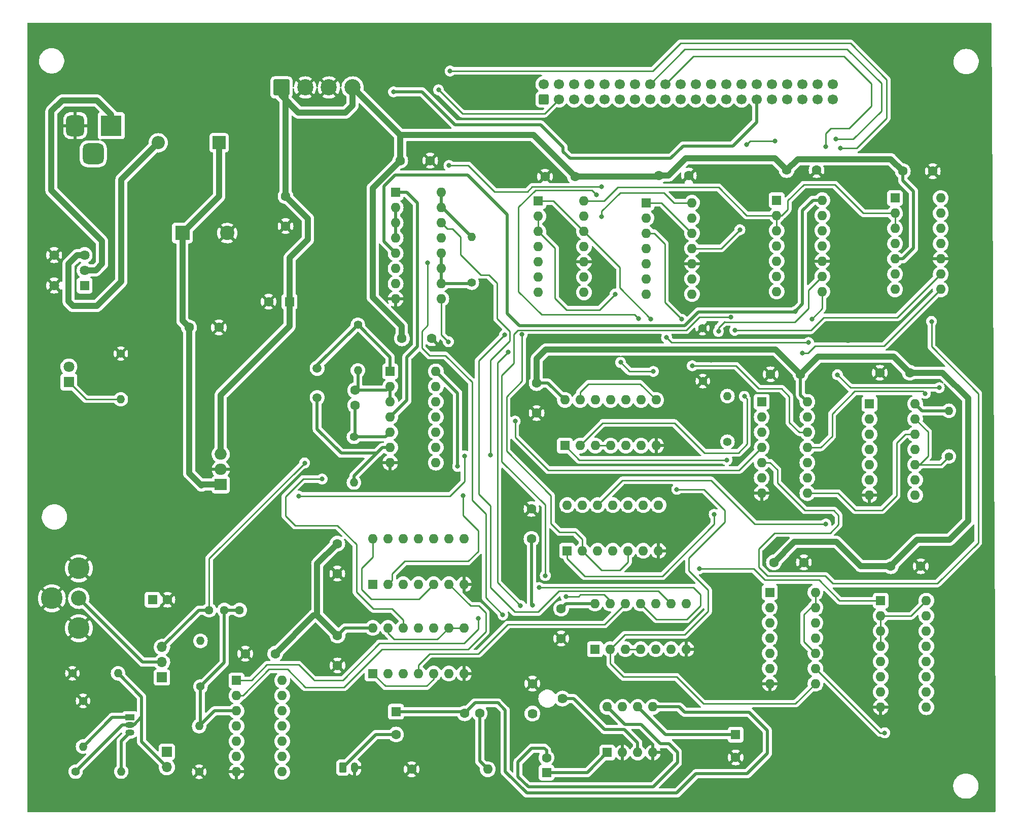
<source format=gbr>
%TF.GenerationSoftware,KiCad,Pcbnew,(6.0.5)*%
%TF.CreationDate,2025-05-16T22:36:31-04:00*%
%TF.ProjectId,full video boardREV2,66756c6c-2076-4696-9465-6f20626f6172,rev?*%
%TF.SameCoordinates,Original*%
%TF.FileFunction,Copper,L1,Top*%
%TF.FilePolarity,Positive*%
%FSLAX46Y46*%
G04 Gerber Fmt 4.6, Leading zero omitted, Abs format (unit mm)*
G04 Created by KiCad (PCBNEW (6.0.5)) date 2025-05-16 22:36:31*
%MOMM*%
%LPD*%
G01*
G04 APERTURE LIST*
G04 Aperture macros list*
%AMRoundRect*
0 Rectangle with rounded corners*
0 $1 Rounding radius*
0 $2 $3 $4 $5 $6 $7 $8 $9 X,Y pos of 4 corners*
0 Add a 4 corners polygon primitive as box body*
4,1,4,$2,$3,$4,$5,$6,$7,$8,$9,$2,$3,0*
0 Add four circle primitives for the rounded corners*
1,1,$1+$1,$2,$3*
1,1,$1+$1,$4,$5*
1,1,$1+$1,$6,$7*
1,1,$1+$1,$8,$9*
0 Add four rect primitives between the rounded corners*
20,1,$1+$1,$2,$3,$4,$5,0*
20,1,$1+$1,$4,$5,$6,$7,0*
20,1,$1+$1,$6,$7,$8,$9,0*
20,1,$1+$1,$8,$9,$2,$3,0*%
G04 Aperture macros list end*
%TA.AperFunction,ComponentPad*%
%ADD10R,1.600000X1.600000*%
%TD*%
%TA.AperFunction,ComponentPad*%
%ADD11O,1.600000X1.600000*%
%TD*%
%TA.AperFunction,ComponentPad*%
%ADD12C,1.600000*%
%TD*%
%TA.AperFunction,ComponentPad*%
%ADD13R,1.635000X1.635000*%
%TD*%
%TA.AperFunction,ComponentPad*%
%ADD14C,1.635000*%
%TD*%
%TA.AperFunction,ComponentPad*%
%ADD15C,1.400000*%
%TD*%
%TA.AperFunction,ComponentPad*%
%ADD16O,1.400000X1.400000*%
%TD*%
%TA.AperFunction,ComponentPad*%
%ADD17RoundRect,0.250000X0.600000X-0.600000X0.600000X0.600000X-0.600000X0.600000X-0.600000X-0.600000X0*%
%TD*%
%TA.AperFunction,ComponentPad*%
%ADD18C,1.700000*%
%TD*%
%TA.AperFunction,ComponentPad*%
%ADD19R,1.800000X1.800000*%
%TD*%
%TA.AperFunction,ComponentPad*%
%ADD20C,1.800000*%
%TD*%
%TA.AperFunction,ComponentPad*%
%ADD21R,3.500000X3.500000*%
%TD*%
%TA.AperFunction,ComponentPad*%
%ADD22RoundRect,0.750000X-0.750000X-1.000000X0.750000X-1.000000X0.750000X1.000000X-0.750000X1.000000X0*%
%TD*%
%TA.AperFunction,ComponentPad*%
%ADD23RoundRect,0.875000X-0.875000X-0.875000X0.875000X-0.875000X0.875000X0.875000X-0.875000X0.875000X0*%
%TD*%
%TA.AperFunction,ComponentPad*%
%ADD24R,2.200000X2.200000*%
%TD*%
%TA.AperFunction,ComponentPad*%
%ADD25O,2.200000X2.200000*%
%TD*%
%TA.AperFunction,ComponentPad*%
%ADD26R,1.700000X1.700000*%
%TD*%
%TA.AperFunction,ComponentPad*%
%ADD27O,1.700000X1.700000*%
%TD*%
%TA.AperFunction,ComponentPad*%
%ADD28C,1.500000*%
%TD*%
%TA.AperFunction,ComponentPad*%
%ADD29R,2.000000X1.905000*%
%TD*%
%TA.AperFunction,ComponentPad*%
%ADD30O,2.000000X1.905000*%
%TD*%
%TA.AperFunction,ComponentPad*%
%ADD31RoundRect,0.250000X-0.350000X-0.625000X0.350000X-0.625000X0.350000X0.625000X-0.350000X0.625000X0*%
%TD*%
%TA.AperFunction,ComponentPad*%
%ADD32O,1.200000X1.750000*%
%TD*%
%TA.AperFunction,ComponentPad*%
%ADD33C,3.616000*%
%TD*%
%TA.AperFunction,ComponentPad*%
%ADD34C,2.550000*%
%TD*%
%TA.AperFunction,ComponentPad*%
%ADD35C,1.620000*%
%TD*%
%TA.AperFunction,ComponentPad*%
%ADD36R,2.400000X2.400000*%
%TD*%
%TA.AperFunction,ComponentPad*%
%ADD37C,2.400000*%
%TD*%
%TA.AperFunction,ComponentPad*%
%ADD38RoundRect,0.250001X-1.099999X-1.099999X1.099999X-1.099999X1.099999X1.099999X-1.099999X1.099999X0*%
%TD*%
%TA.AperFunction,ComponentPad*%
%ADD39C,2.700000*%
%TD*%
%TA.AperFunction,ComponentPad*%
%ADD40R,1.500000X1.050000*%
%TD*%
%TA.AperFunction,ComponentPad*%
%ADD41O,1.500000X1.050000*%
%TD*%
%TA.AperFunction,ComponentPad*%
%ADD42C,1.440000*%
%TD*%
%TA.AperFunction,ViaPad*%
%ADD43C,0.800000*%
%TD*%
%TA.AperFunction,ViaPad*%
%ADD44C,1.600000*%
%TD*%
%TA.AperFunction,ViaPad*%
%ADD45C,1.200000*%
%TD*%
%TA.AperFunction,Conductor*%
%ADD46C,0.250000*%
%TD*%
%TA.AperFunction,Conductor*%
%ADD47C,1.000000*%
%TD*%
%TA.AperFunction,Conductor*%
%ADD48C,0.500000*%
%TD*%
G04 APERTURE END LIST*
D10*
%TO.P,U10,1,C*%
%TO.N,128V*%
X274126800Y-182310800D03*
D11*
%TO.P,U10,2,K*%
%TO.N,+5V*%
X274126800Y-184850800D03*
%TO.P,U10,3,J*%
X274126800Y-187390800D03*
%TO.P,U10,4,~{S}*%
X274126800Y-189930800D03*
%TO.P,U10,5,Q*%
%TO.N,256V*%
X274126800Y-192470800D03*
%TO.P,U10,6,~{Q}*%
%TO.N,unconnected-(U10-Pad6)*%
X274126800Y-195010800D03*
%TO.P,U10,7,~{Q}*%
%TO.N,unconnected-(U10-Pad7)*%
X274126800Y-197550800D03*
%TO.P,U10,8,GND*%
%TO.N,GND*%
X274126800Y-200090800D03*
%TO.P,U10,9,Q*%
%TO.N,unconnected-(U10-Pad9)*%
X281746800Y-200090800D03*
%TO.P,U10,10,~{S}*%
%TO.N,unconnected-(U10-Pad10)*%
X281746800Y-197550800D03*
%TO.P,U10,11,J*%
%TO.N,unconnected-(U10-Pad11)*%
X281746800Y-195010800D03*
%TO.P,U10,12,K*%
%TO.N,unconnected-(U10-Pad12)*%
X281746800Y-192470800D03*
%TO.P,U10,13,C*%
%TO.N,unconnected-(U10-Pad13)*%
X281746800Y-189930800D03*
%TO.P,U10,14,~{R}*%
%TO.N,unconnected-(U10-Pad14)*%
X281746800Y-187390800D03*
%TO.P,U10,15,~{R}*%
%TO.N,Net-(U10-Pad15)*%
X281746800Y-184850800D03*
%TO.P,U10,16,VCC*%
%TO.N,+5V*%
X281746800Y-182310800D03*
%TD*%
D10*
%TO.P,U7,1,C*%
%TO.N,Net-(U11-Pad4)*%
X193151600Y-114162600D03*
D11*
%TO.P,U7,2,K*%
%TO.N,+5V*%
X193151600Y-116702600D03*
%TO.P,U7,3,J*%
X193151600Y-119242600D03*
%TO.P,U7,4,~{S}*%
X193151600Y-121782600D03*
%TO.P,U7,5,Q*%
%TO.N,HCLK*%
X193151600Y-124322600D03*
%TO.P,U7,6,~{Q}*%
%TO.N,unconnected-(U7-Pad6)*%
X193151600Y-126862600D03*
%TO.P,U7,7,~{Q}*%
%TO.N,unconnected-(U7-Pad7)*%
X193151600Y-129402600D03*
%TO.P,U7,8,GND*%
%TO.N,GND*%
X193151600Y-131942600D03*
%TO.P,U7,9,Q*%
%TO.N,256H*%
X200771600Y-131942600D03*
%TO.P,U7,10,~{S}*%
%TO.N,Net-(R4-Pad1)*%
X200771600Y-129402600D03*
%TO.P,U7,11,J*%
X200771600Y-126862600D03*
%TO.P,U7,12,K*%
X200771600Y-124322600D03*
%TO.P,U7,13,C*%
%TO.N,128H*%
X200771600Y-121782600D03*
%TO.P,U7,14,~{R}*%
%TO.N,Net-(U4-Pad10)*%
X200771600Y-119242600D03*
%TO.P,U7,15,~{R}*%
%TO.N,+5V*%
X200771600Y-116702600D03*
%TO.P,U7,16,VCC*%
X200771600Y-114162600D03*
%TD*%
D12*
%TO.P,C18,1*%
%TO.N,+5V*%
X277814400Y-110617000D03*
%TO.P,C18,2*%
%TO.N,GND*%
X282814400Y-110617000D03*
%TD*%
%TO.P,C14,1*%
%TO.N,+5V*%
X223099000Y-111531400D03*
%TO.P,C14,2*%
%TO.N,GND*%
X218099000Y-111531400D03*
%TD*%
%TO.P,C13,1*%
%TO.N,Net-(C13-Pad1)*%
X186385200Y-149682200D03*
%TO.P,C13,2*%
%TO.N,Net-(C13-Pad2)*%
X186385200Y-147182200D03*
%TD*%
D13*
%TO.P,S1,1*%
%TO.N,unconnected-(S1-Pad1)*%
X141227750Y-129717800D03*
D14*
%TO.P,S1,2*%
%TO.N,Net-(J3-Pad1)*%
X141227750Y-127177800D03*
%TO.P,S1,3*%
%TO.N,Net-(D1-Pad2)*%
X141227750Y-124637800D03*
%TO.P,S1,S1,SHIELD*%
%TO.N,GND*%
X136147750Y-129717800D03*
%TO.P,S1,S2,SHIELD*%
X136147750Y-124637800D03*
%TD*%
D15*
%TO.P,R8,1*%
%TO.N,GND*%
X140970000Y-199034400D03*
D16*
%TO.P,R8,2*%
%TO.N,Net-(JP2-Pad1)*%
X140970000Y-206654400D03*
%TD*%
D17*
%TO.P,J4,1,Pin_1*%
%TO.N,unconnected-(J4-Pad1)*%
X217855800Y-98644100D03*
D18*
%TO.P,J4,2,Pin_2*%
%TO.N,1V*%
X217855800Y-96104100D03*
%TO.P,J4,3,Pin_3*%
%TO.N,HBLANK*%
X220395800Y-98644100D03*
%TO.P,J4,4,Pin_4*%
%TO.N,2V*%
X220395800Y-96104100D03*
%TO.P,J4,5,Pin_5*%
%TO.N,HRST*%
X222935800Y-98644100D03*
%TO.P,J4,6,Pin_6*%
%TO.N,4V*%
X222935800Y-96104100D03*
%TO.P,J4,7,Pin_7*%
%TO.N,unconnected-(J4-Pad7)*%
X225475800Y-98644100D03*
%TO.P,J4,8,Pin_8*%
%TO.N,8V*%
X225475800Y-96104100D03*
%TO.P,J4,9,Pin_9*%
%TO.N,N/C*%
X228015800Y-98644100D03*
%TO.P,J4,10,Pin_10*%
%TO.N,16V*%
X228015800Y-96104100D03*
%TO.P,J4,11,Pin_11*%
%TO.N,N/C*%
X230555800Y-98644100D03*
%TO.P,J4,12,Pin_12*%
%TO.N,32V*%
X230555800Y-96104100D03*
%TO.P,J4,13,Pin_13*%
%TO.N,unconnected-(J4-Pad13)*%
X233095800Y-98644100D03*
%TO.P,J4,14,Pin_14*%
%TO.N,64V*%
X233095800Y-96104100D03*
%TO.P,J4,15,Pin_15*%
%TO.N,AUDIN*%
X235635800Y-98644100D03*
%TO.P,J4,16,Pin_16*%
%TO.N,128V*%
X235635800Y-96104100D03*
%TO.P,J4,17,Pin_17*%
%TO.N,unconnected-(J4-Pad17)*%
X238175800Y-98644100D03*
%TO.P,J4,18,Pin_18*%
%TO.N,256V*%
X238175800Y-96104100D03*
%TO.P,J4,19,Pin_19*%
%TO.N,unconnected-(J4-Pad19)*%
X240715800Y-98644100D03*
%TO.P,J4,20,Pin_20*%
%TO.N,unconnected-(J4-Pad20)*%
X240715800Y-96104100D03*
%TO.P,J4,21,Pin_21*%
%TO.N,CSYNC*%
X243255800Y-98644100D03*
%TO.P,J4,22,Pin_22*%
%TO.N,256H*%
X243255800Y-96104100D03*
%TO.P,J4,23,Pin_23*%
%TO.N,unconnected-(J4-Pad23)*%
X245795800Y-98644100D03*
%TO.P,J4,24,Pin_24*%
%TO.N,128H*%
X245795800Y-96104100D03*
%TO.P,J4,25,Pin_25*%
%TO.N,CVID*%
X248335800Y-98644100D03*
%TO.P,J4,26,Pin_26*%
%TO.N,64H*%
X248335800Y-96104100D03*
%TO.P,J4,27,Pin_27*%
%TO.N,unconnected-(J4-Pad27)*%
X250875800Y-98644100D03*
%TO.P,J4,28,Pin_28*%
%TO.N,32H*%
X250875800Y-96104100D03*
%TO.P,J4,29,Pin_29*%
%TO.N,GVID*%
X253415800Y-98644100D03*
%TO.P,J4,30,Pin_30*%
%TO.N,16H*%
X253415800Y-96104100D03*
%TO.P,J4,31,Pin_31*%
%TO.N,unconnected-(J4-Pad31)*%
X255955800Y-98644100D03*
%TO.P,J4,32,Pin_32*%
%TO.N,8H*%
X255955800Y-96104100D03*
%TO.P,J4,33,Pin_33*%
%TO.N,unconnected-(J4-Pad33)*%
X258495800Y-98644100D03*
%TO.P,J4,34,Pin_34*%
%TO.N,4H*%
X258495800Y-96104100D03*
%TO.P,J4,35,Pin_35*%
%TO.N,VRST*%
X261035800Y-98644100D03*
%TO.P,J4,36,Pin_36*%
%TO.N,2H*%
X261035800Y-96104100D03*
%TO.P,J4,37,Pin_37*%
%TO.N,VBLANK*%
X263575800Y-98644100D03*
%TO.P,J4,38,Pin_38*%
%TO.N,1H*%
X263575800Y-96104100D03*
%TO.P,J4,39,Pin_39*%
%TO.N,unconnected-(J4-Pad39)*%
X266115800Y-98644100D03*
%TO.P,J4,40,Pin_40*%
%TO.N,HCLK*%
X266115800Y-96104100D03*
%TD*%
D19*
%TO.P,D2,1,K*%
%TO.N,Net-(D2-Pad1)*%
X138607800Y-145826400D03*
D20*
%TO.P,D2,2,A*%
%TO.N,+5V*%
X138607800Y-143286400D03*
%TD*%
D21*
%TO.P,J3,1*%
%TO.N,Net-(J3-Pad1)*%
X145674600Y-103030100D03*
D22*
%TO.P,J3,2*%
%TO.N,GND*%
X139674600Y-103030100D03*
D23*
%TO.P,J3,3*%
%TO.N,N/C*%
X142674600Y-107730100D03*
%TD*%
D24*
%TO.P,D1,1,K*%
%TO.N,+9V*%
X163677600Y-105892600D03*
D25*
%TO.P,D1,2,A*%
%TO.N,Net-(D1-Pad2)*%
X153517600Y-105892600D03*
%TD*%
D10*
%TO.P,C25,1*%
%TO.N,+5V*%
X175439451Y-132410200D03*
D12*
%TO.P,C25,2*%
%TO.N,GND*%
X171939451Y-132410200D03*
%TD*%
D15*
%TO.P,R6,1*%
%TO.N,Net-(JP1-Pad2)*%
X139725400Y-210845400D03*
D16*
%TO.P,R6,2*%
%TO.N,+5V*%
X147345400Y-210845400D03*
%TD*%
D12*
%TO.P,C10,1*%
%TO.N,+5V*%
X194197600Y-138531600D03*
%TO.P,C10,2*%
%TO.N,GND*%
X199197600Y-138531600D03*
%TD*%
D10*
%TO.P,U5,1*%
%TO.N,N/C*%
X272247200Y-149448600D03*
D11*
%TO.P,U5,2*%
X272247200Y-151988600D03*
%TO.P,U5,3*%
X272247200Y-154528600D03*
%TO.P,U5,4*%
X272247200Y-157068600D03*
%TO.P,U5,5*%
X272247200Y-159608600D03*
%TO.P,U5,6*%
X272247200Y-162148600D03*
%TO.P,U5,7,GND*%
%TO.N,GND*%
X272247200Y-164688600D03*
%TO.P,U5,8,~{Q}*%
%TO.N,HRST*%
X279867200Y-164688600D03*
%TO.P,U5,9,Q*%
%TO.N,Net-(U4-Pad10)*%
X279867200Y-162148600D03*
%TO.P,U5,10,~{S}*%
%TO.N,Net-(R5-Pad1)*%
X279867200Y-159608600D03*
%TO.P,U5,11,C*%
%TO.N,HCLK*%
X279867200Y-157068600D03*
%TO.P,U5,12,D*%
%TO.N,Net-(U5-Pad12)*%
X279867200Y-154528600D03*
%TO.P,U5,13,~{R}*%
%TO.N,Net-(R5-Pad1)*%
X279867200Y-151988600D03*
%TO.P,U5,14,VCC*%
%TO.N,+5V*%
X279867200Y-149448600D03*
%TD*%
D12*
%TO.P,C9,1*%
%TO.N,+5V*%
X193918200Y-108864400D03*
%TO.P,C9,2*%
%TO.N,GND*%
X198918200Y-108864400D03*
%TD*%
D15*
%TO.P,R7,1*%
%TO.N,GND*%
X139192000Y-194437000D03*
D16*
%TO.P,R7,2*%
%TO.N,Net-(JP1-Pad2)*%
X146812000Y-194437000D03*
%TD*%
D10*
%TO.P,C17,1*%
%TO.N,+5V*%
X152563821Y-182143400D03*
D12*
%TO.P,C17,2*%
%TO.N,GND*%
X155063821Y-182143400D03*
%TD*%
D15*
%TO.P,R12,1*%
%TO.N,GND*%
X147269200Y-141071600D03*
D16*
%TO.P,R12,2*%
%TO.N,Net-(D2-Pad1)*%
X147269200Y-148691600D03*
%TD*%
D12*
%TO.P,C8,1*%
%TO.N,+5V*%
X260741800Y-144526000D03*
%TO.P,C8,2*%
%TO.N,GND*%
X255741800Y-144526000D03*
%TD*%
D26*
%TO.P,JP1,1,A*%
%TO.N,CVID*%
X154965400Y-207543400D03*
D27*
%TO.P,JP1,2,B*%
%TO.N,Net-(JP1-Pad2)*%
X154965400Y-210083400D03*
%TD*%
D10*
%TO.P,C24,1*%
%TO.N,Net-(C23-Pad1)*%
X193217800Y-200838549D03*
D12*
%TO.P,C24,2*%
%TO.N,Net-(C24-Pad2)*%
X193217800Y-204638549D03*
%TD*%
D15*
%TO.P,R4,1*%
%TO.N,Net-(R4-Pad1)*%
X205867000Y-129235200D03*
D16*
%TO.P,R4,2*%
%TO.N,+5V*%
X205867000Y-121615200D03*
%TD*%
D12*
%TO.P,C6,1*%
%TO.N,+5V*%
X215823800Y-171994200D03*
%TO.P,C6,2*%
%TO.N,GND*%
X215823800Y-166994200D03*
%TD*%
D15*
%TO.P,R9,1*%
%TO.N,Net-(R10-Pad2)*%
X160578800Y-196646800D03*
D16*
%TO.P,R9,2*%
%TO.N,+5V*%
X160578800Y-189026800D03*
%TD*%
D15*
%TO.P,R10,1*%
%TO.N,GND*%
X160350200Y-210870800D03*
D16*
%TO.P,R10,2*%
%TO.N,Net-(R10-Pad2)*%
X160350200Y-203250800D03*
%TD*%
D10*
%TO.P,U1,1*%
%TO.N,Net-(U1-Pad1)*%
X226436000Y-190413800D03*
D11*
%TO.P,U1,2*%
%TO.N,VRST*%
X228976000Y-190413800D03*
%TO.P,U1,3*%
%TO.N,VBLANK*%
X231516000Y-190413800D03*
%TO.P,U1,4*%
X234056000Y-190413800D03*
%TO.P,U1,5*%
%TO.N,Net-(U1-Pad1)*%
X236596000Y-190413800D03*
%TO.P,U1,6*%
%TO.N,16V*%
X239136000Y-190413800D03*
%TO.P,U1,7,GND*%
%TO.N,GND*%
X241676000Y-190413800D03*
%TO.P,U1,8*%
%TO.N,8V*%
X241676000Y-182793800D03*
%TO.P,U1,9*%
X239136000Y-182793800D03*
%TO.P,U1,10*%
%TO.N,Net-(U1-Pad10)*%
X236596000Y-182793800D03*
%TO.P,U1,11*%
%TO.N,Net-(U1-Pad11)*%
X234056000Y-182793800D03*
%TO.P,U1,12*%
%TO.N,Net-(U1-Pad12)*%
X231516000Y-182793800D03*
%TO.P,U1,13*%
%TO.N,Net-(U1-Pad13)*%
X228976000Y-182793800D03*
%TO.P,U1,14,VCC*%
%TO.N,+5V*%
X226436000Y-182793800D03*
%TD*%
D15*
%TO.P,R1,1*%
%TO.N,Net-(R1-Pad1)*%
X186842400Y-136245600D03*
D16*
%TO.P,R1,2*%
%TO.N,Net-(C13-Pad2)*%
X186842400Y-143865600D03*
%TD*%
D28*
%TO.P,Y1,1,1*%
%TO.N,Net-(R1-Pad1)*%
X180060600Y-143523800D03*
%TO.P,Y1,2,2*%
%TO.N,Net-(R3-Pad2)*%
X180060600Y-148423800D03*
%TD*%
D10*
%TO.P,U15,1,CP1..3*%
%TO.N,1H*%
X256753200Y-115463400D03*
D11*
%TO.P,U15,2,R0(1)*%
%TO.N,HRST*%
X256753200Y-118003400D03*
%TO.P,U15,3,R0(2)*%
X256753200Y-120543400D03*
%TO.P,U15,4*%
%TO.N,N/C*%
X256753200Y-123083400D03*
%TO.P,U15,5,VCC*%
%TO.N,+5V*%
X256753200Y-125623400D03*
%TO.P,U15,6*%
%TO.N,N/C*%
X256753200Y-128163400D03*
%TO.P,U15,7*%
X256753200Y-130703400D03*
%TO.P,U15,8,Q2*%
%TO.N,4H*%
X264373200Y-130703400D03*
%TO.P,U15,9,Q1*%
%TO.N,2H*%
X264373200Y-128163400D03*
%TO.P,U15,10,GND*%
%TO.N,GND*%
X264373200Y-125623400D03*
%TO.P,U15,11,Q3*%
%TO.N,8H*%
X264373200Y-123083400D03*
%TO.P,U15,12,Q0*%
%TO.N,1H*%
X264373200Y-120543400D03*
%TO.P,U15,13*%
%TO.N,N/C*%
X264373200Y-118003400D03*
%TO.P,U15,14,CP0*%
%TO.N,HCLK*%
X264373200Y-115463400D03*
%TD*%
D12*
%TO.P,C5,1*%
%TO.N,+5V*%
X256300600Y-175920400D03*
%TO.P,C5,2*%
%TO.N,GND*%
X261300600Y-175920400D03*
%TD*%
D10*
%TO.P,C21,1*%
%TO.N,+9V*%
X249910600Y-204673949D03*
D12*
%TO.P,C21,2*%
%TO.N,GND*%
X249910600Y-208473949D03*
%TD*%
D29*
%TO.P,U18,1,VI*%
%TO.N,+9V*%
X163957000Y-162941000D03*
D30*
%TO.P,U18,2,GND*%
%TO.N,GND*%
X163957000Y-160401000D03*
%TO.P,U18,3,VO*%
%TO.N,+5V*%
X163957000Y-157861000D03*
%TD*%
D31*
%TO.P,J5,1,Pin_1*%
%TO.N,Net-(C24-Pad2)*%
X184318400Y-210168400D03*
D32*
%TO.P,J5,2,Pin_2*%
%TO.N,GND*%
X186318400Y-210168400D03*
%TD*%
D12*
%TO.P,C7,1*%
%TO.N,+5V*%
X216687400Y-145988400D03*
%TO.P,C7,2*%
%TO.N,GND*%
X216687400Y-150988400D03*
%TD*%
%TO.P,C15,1*%
%TO.N,+5V*%
X237098200Y-111353600D03*
%TO.P,C15,2*%
%TO.N,GND*%
X242098200Y-111353600D03*
%TD*%
%TO.P,C1,1*%
%TO.N,+5V*%
X278979000Y-144272000D03*
%TO.P,C1,2*%
%TO.N,GND*%
X273979000Y-144272000D03*
%TD*%
D15*
%TO.P,R3,1*%
%TO.N,Net-(C13-Pad1)*%
X186182000Y-154965400D03*
D16*
%TO.P,R3,2*%
%TO.N,Net-(R3-Pad2)*%
X186182000Y-162585400D03*
%TD*%
D10*
%TO.P,U13,1,CP1..3*%
%TO.N,1V*%
X216976800Y-115615800D03*
D11*
%TO.P,U13,2,R0(1)*%
%TO.N,VRST*%
X216976800Y-118155800D03*
%TO.P,U13,3,R0(2)*%
X216976800Y-120695800D03*
%TO.P,U13,4*%
%TO.N,N/C*%
X216976800Y-123235800D03*
%TO.P,U13,5,VCC*%
%TO.N,+5V*%
X216976800Y-125775800D03*
%TO.P,U13,6*%
%TO.N,N/C*%
X216976800Y-128315800D03*
%TO.P,U13,7*%
X216976800Y-130855800D03*
%TO.P,U13,8,Q2*%
%TO.N,4V*%
X224596800Y-130855800D03*
%TO.P,U13,9,Q1*%
%TO.N,2V*%
X224596800Y-128315800D03*
%TO.P,U13,10,GND*%
%TO.N,GND*%
X224596800Y-125775800D03*
%TO.P,U13,11,Q3*%
%TO.N,8V*%
X224596800Y-123235800D03*
%TO.P,U13,12,Q0*%
%TO.N,1V*%
X224596800Y-120695800D03*
%TO.P,U13,13*%
%TO.N,N/C*%
X224596800Y-118155800D03*
%TO.P,U13,14,CP0*%
%TO.N,HRST*%
X224596800Y-115615800D03*
%TD*%
D33*
%TO.P,J1,1A,1*%
%TO.N,GND*%
X140265200Y-176914800D03*
%TO.P,J1,1B,1*%
X140265200Y-186914800D03*
%TO.P,J1,1C,1*%
X135765200Y-181914800D03*
D34*
%TO.P,J1,2,2*%
%TO.N,VIDEOOUT*%
X140265200Y-181914800D03*
%TD*%
D15*
%TO.P,REF\u002A\u002A,1*%
%TO.N,GND*%
X244373400Y-136829800D03*
%TD*%
D10*
%TO.P,U6,1*%
%TO.N,Net-(R2-Pad1)*%
X254264000Y-149118400D03*
D11*
%TO.P,U6,2*%
X254264000Y-151658400D03*
%TO.P,U6,3*%
X254264000Y-154198400D03*
%TO.P,U6,4*%
%TO.N,256H*%
X254264000Y-156738400D03*
%TO.P,U6,5*%
%TO.N,128H*%
X254264000Y-159278400D03*
%TO.P,U6,6*%
%TO.N,64H*%
X254264000Y-161818400D03*
%TO.P,U6,7,GND*%
%TO.N,GND*%
X254264000Y-164358400D03*
%TO.P,U6,8*%
%TO.N,Net-(U5-Pad12)*%
X261884000Y-164358400D03*
%TO.P,U6,9*%
%TO.N,N/C*%
X261884000Y-161818400D03*
%TO.P,U6,10*%
X261884000Y-159278400D03*
%TO.P,U6,11*%
%TO.N,4H*%
X261884000Y-156738400D03*
%TO.P,U6,12*%
%TO.N,2H*%
X261884000Y-154198400D03*
%TO.P,U6,13*%
%TO.N,N/C*%
X261884000Y-151658400D03*
%TO.P,U6,14,VCC*%
%TO.N,+5V*%
X261884000Y-149118400D03*
%TD*%
D10*
%TO.P,U14,1,CP1..3*%
%TO.N,16V*%
X235010800Y-115895200D03*
D11*
%TO.P,U14,2,R0(1)*%
%TO.N,VRST*%
X235010800Y-118435200D03*
%TO.P,U14,3,R0(2)*%
X235010800Y-120975200D03*
%TO.P,U14,4*%
%TO.N,N/C*%
X235010800Y-123515200D03*
%TO.P,U14,5,VCC*%
%TO.N,+5V*%
X235010800Y-126055200D03*
%TO.P,U14,6*%
%TO.N,N/C*%
X235010800Y-128595200D03*
%TO.P,U14,7*%
X235010800Y-131135200D03*
%TO.P,U14,8,Q2*%
%TO.N,64V*%
X242630800Y-131135200D03*
%TO.P,U14,9,Q1*%
%TO.N,32V*%
X242630800Y-128595200D03*
%TO.P,U14,10,GND*%
%TO.N,GND*%
X242630800Y-126055200D03*
%TO.P,U14,11,Q3*%
%TO.N,128V*%
X242630800Y-123515200D03*
%TO.P,U14,12,Q0*%
%TO.N,16V*%
X242630800Y-120975200D03*
%TO.P,U14,13*%
%TO.N,N/C*%
X242630800Y-118435200D03*
%TO.P,U14,14,CP0*%
%TO.N,8V*%
X242630800Y-115895200D03*
%TD*%
D15*
%TO.P,R2,1*%
%TO.N,Net-(R2-Pad1)*%
X248539000Y-155778200D03*
D16*
%TO.P,R2,2*%
%TO.N,+5V*%
X248539000Y-148158200D03*
%TD*%
D10*
%TO.P,U17,1,GAIN*%
%TO.N,Net-(C22-Pad1)*%
X228483000Y-207660400D03*
D11*
%TO.P,U17,2,-*%
%TO.N,GND*%
X231023000Y-207660400D03*
%TO.P,U17,3,+*%
%TO.N,Net-(RV2-Pad2)*%
X233563000Y-207660400D03*
%TO.P,U17,4,GND*%
%TO.N,GND*%
X236103000Y-207660400D03*
%TO.P,U17,5*%
%TO.N,Net-(C23-Pad1)*%
X236103000Y-200040400D03*
%TO.P,U17,6,V+*%
%TO.N,+9V*%
X233563000Y-200040400D03*
%TO.P,U17,7,BYPASS*%
%TO.N,unconnected-(U17-Pad7)*%
X231023000Y-200040400D03*
%TO.P,U17,8,GAIN*%
%TO.N,Net-(C22-Pad2)*%
X228483000Y-200040400D03*
%TD*%
D12*
%TO.P,R11,1*%
%TO.N,GND*%
X195834000Y-210439000D03*
D11*
%TO.P,R11,2*%
%TO.N,Net-(C23-Pad2)*%
X208534000Y-210439000D03*
%TD*%
D12*
%TO.P,C16,1*%
%TO.N,+5V*%
X258419600Y-110439200D03*
%TO.P,C16,2*%
%TO.N,GND*%
X263419600Y-110439200D03*
%TD*%
%TO.P,C2,1*%
%TO.N,+5V*%
X183438800Y-188127000D03*
%TO.P,C2,2*%
%TO.N,GND*%
X183438800Y-193127000D03*
%TD*%
D10*
%TO.P,U2,1*%
%TO.N,N/C*%
X255610200Y-180919200D03*
D11*
%TO.P,U2,2*%
X255610200Y-183459200D03*
%TO.P,U2,3*%
X255610200Y-185999200D03*
%TO.P,U2,4*%
X255610200Y-188539200D03*
%TO.P,U2,5*%
X255610200Y-191079200D03*
%TO.P,U2,6*%
X255610200Y-193619200D03*
%TO.P,U2,7,GND*%
%TO.N,GND*%
X255610200Y-196159200D03*
%TO.P,U2,8,~{Q}*%
%TO.N,VRST*%
X263230200Y-196159200D03*
%TO.P,U2,9,Q*%
%TO.N,Net-(U10-Pad15)*%
X263230200Y-193619200D03*
%TO.P,U2,10,~{S}*%
%TO.N,+5V*%
X263230200Y-191079200D03*
%TO.P,U2,11,C*%
%TO.N,HRST*%
X263230200Y-188539200D03*
%TO.P,U2,12,D*%
%TO.N,Net-(U2-Pad12)*%
X263230200Y-185999200D03*
%TO.P,U2,13,~{R}*%
%TO.N,+5V*%
X263230200Y-183459200D03*
%TO.P,U2,14,VCC*%
X263230200Y-180919200D03*
%TD*%
D10*
%TO.P,C22,1*%
%TO.N,Net-(C22-Pad1)*%
X218338400Y-211011780D03*
D12*
%TO.P,C22,2*%
%TO.N,Net-(C22-Pad2)*%
X218338400Y-208511780D03*
%TD*%
D10*
%TO.P,U3,1*%
%TO.N,256V*%
X221787800Y-173980000D03*
D11*
%TO.P,U3,2*%
%TO.N,4V*%
X224327800Y-173980000D03*
%TO.P,U3,3*%
%TO.N,VBLANK*%
X226867800Y-173980000D03*
%TO.P,U3,4*%
%TO.N,Net-(U1-Pad10)*%
X229407800Y-173980000D03*
%TO.P,U3,5*%
%TO.N,4V*%
X231947800Y-173980000D03*
%TO.P,U3,6*%
%TO.N,Net-(U3-Pad6)*%
X234487800Y-173980000D03*
%TO.P,U3,7,GND*%
%TO.N,GND*%
X237027800Y-173980000D03*
%TO.P,U3,8*%
%TO.N,N/C*%
X237027800Y-166360000D03*
%TO.P,U3,9*%
X234487800Y-166360000D03*
%TO.P,U3,10*%
X231947800Y-166360000D03*
%TO.P,U3,11*%
X229407800Y-166360000D03*
%TO.P,U3,12*%
%TO.N,Net-(U2-Pad12)*%
X226867800Y-166360000D03*
%TO.P,U3,13*%
%TO.N,1V*%
X224327800Y-166360000D03*
%TO.P,U3,14,VCC*%
%TO.N,+5V*%
X221787800Y-166360000D03*
%TD*%
D12*
%TO.P,C12,1*%
%TO.N,+5V*%
X220776800Y-183631200D03*
%TO.P,C12,2*%
%TO.N,GND*%
X220776800Y-188631200D03*
%TD*%
%TO.P,C23,1*%
%TO.N,Net-(C23-Pad1)*%
X204693200Y-201117200D03*
%TO.P,C23,2*%
%TO.N,Net-(C23-Pad2)*%
X207193200Y-201117200D03*
%TD*%
D35*
%TO.P,RV2,1,1*%
%TO.N,AUDIN*%
X215990800Y-201153400D03*
%TO.P,RV2,2,2*%
%TO.N,Net-(RV2-Pad2)*%
X220990800Y-198653400D03*
%TO.P,RV2,3,3*%
%TO.N,GND*%
X215990800Y-196153400D03*
%TD*%
D36*
%TO.P,C19,1*%
%TO.N,+9V*%
X157548646Y-120954800D03*
D37*
%TO.P,C19,2*%
%TO.N,GND*%
X165048646Y-120954800D03*
%TD*%
D12*
%TO.P,C3,1*%
%TO.N,+5V*%
X275807800Y-176555400D03*
%TO.P,C3,2*%
%TO.N,GND*%
X280807800Y-176555400D03*
%TD*%
%TO.P,C4,1*%
%TO.N,+5V*%
X183413400Y-172785400D03*
%TO.P,C4,2*%
%TO.N,GND*%
X183413400Y-177785400D03*
%TD*%
D10*
%TO.P,U4,1*%
%TO.N,64H*%
X221406800Y-156428600D03*
D11*
%TO.P,U4,2*%
%TO.N,16H*%
X223946800Y-156428600D03*
%TO.P,U4,3*%
%TO.N,Net-(U4-Pad3)*%
X226486800Y-156428600D03*
%TO.P,U4,4*%
X229026800Y-156428600D03*
%TO.P,U4,5*%
%TO.N,HBLANK*%
X231566800Y-156428600D03*
%TO.P,U4,6*%
%TO.N,Net-(U4-Pad6)*%
X234106800Y-156428600D03*
%TO.P,U4,7,GND*%
%TO.N,GND*%
X236646800Y-156428600D03*
%TO.P,U4,8*%
%TO.N,HBLANK*%
X236646800Y-148808600D03*
%TO.P,U4,9*%
%TO.N,Net-(U4-Pad6)*%
X234106800Y-148808600D03*
%TO.P,U4,10*%
%TO.N,Net-(U4-Pad10)*%
X231566800Y-148808600D03*
%TO.P,U4,11*%
%TO.N,HSYNC*%
X229026800Y-148808600D03*
%TO.P,U4,12*%
%TO.N,32H*%
X226486800Y-148808600D03*
%TO.P,U4,13*%
%TO.N,HBLANK*%
X223946800Y-148808600D03*
%TO.P,U4,14,VCC*%
%TO.N,+5V*%
X221406800Y-148808600D03*
%TD*%
D38*
%TO.P,J2,1,Pin_1*%
%TO.N,+5V*%
X174089100Y-96655800D03*
D39*
%TO.P,J2,2,Pin_2*%
%TO.N,GND*%
X178049100Y-96655800D03*
%TO.P,J2,3,Pin_3*%
X182009100Y-96655800D03*
%TO.P,J2,4,Pin_4*%
%TO.N,+5V*%
X185969100Y-96655800D03*
%TD*%
D40*
%TO.P,Q1,1,E*%
%TO.N,Net-(JP2-Pad1)*%
X148763400Y-201777600D03*
D41*
%TO.P,Q1,2,B*%
%TO.N,Net-(JP1-Pad2)*%
X148763400Y-203047600D03*
%TO.P,Q1,3,C*%
%TO.N,+5V*%
X148763400Y-204317600D03*
%TD*%
D12*
%TO.P,C20,1*%
%TO.N,+9V*%
X158663000Y-136702800D03*
%TO.P,C20,2*%
%TO.N,GND*%
X163663000Y-136702800D03*
%TD*%
D10*
%TO.P,U9,1*%
%TO.N,Net-(U1-Pad13)*%
X166583200Y-195625800D03*
D11*
%TO.P,U9,2*%
%TO.N,CSYNC*%
X166583200Y-198165800D03*
%TO.P,U9,3*%
%TO.N,Net-(R10-Pad2)*%
X166583200Y-200705800D03*
%TO.P,U9,4*%
%TO.N,N/C*%
X166583200Y-203245800D03*
%TO.P,U9,5*%
X166583200Y-205785800D03*
%TO.P,U9,6*%
X166583200Y-208325800D03*
%TO.P,U9,7,GND*%
%TO.N,GND*%
X166583200Y-210865800D03*
%TO.P,U9,8*%
%TO.N,N/C*%
X174203200Y-210865800D03*
%TO.P,U9,9*%
X174203200Y-208325800D03*
%TO.P,U9,10*%
X174203200Y-205785800D03*
%TO.P,U9,11*%
X174203200Y-203245800D03*
%TO.P,U9,12*%
X174203200Y-200705800D03*
%TO.P,U9,13*%
X174203200Y-198165800D03*
%TO.P,U9,14,VCC*%
%TO.N,+5V*%
X174203200Y-195625800D03*
%TD*%
D10*
%TO.P,U11,1*%
%TO.N,Net-(R1-Pad1)*%
X192237200Y-144038400D03*
D11*
%TO.P,U11,2*%
%TO.N,Net-(C13-Pad2)*%
X192237200Y-146578400D03*
%TO.P,U11,3*%
X192237200Y-149118400D03*
%TO.P,U11,4*%
%TO.N,Net-(U11-Pad4)*%
X192237200Y-151658400D03*
%TO.P,U11,5*%
%TO.N,Net-(C13-Pad1)*%
X192237200Y-154198400D03*
%TO.P,U11,6*%
%TO.N,Net-(R3-Pad2)*%
X192237200Y-156738400D03*
%TO.P,U11,7,GND*%
%TO.N,GND*%
X192237200Y-159278400D03*
%TO.P,U11,8*%
%TO.N,N/C*%
X199857200Y-159278400D03*
%TO.P,U11,9*%
X199857200Y-156738400D03*
%TO.P,U11,10*%
X199857200Y-154198400D03*
%TO.P,U11,11*%
X199857200Y-151658400D03*
%TO.P,U11,12*%
X199857200Y-149118400D03*
%TO.P,U11,13*%
X199857200Y-146578400D03*
%TO.P,U11,14,VCC*%
%TO.N,+5V*%
X199857200Y-144038400D03*
%TD*%
D42*
%TO.P,RV1,1,1*%
%TO.N,Net-(R10-Pad2)*%
X167106600Y-183896000D03*
%TO.P,RV1,2,2*%
X164566600Y-183896000D03*
%TO.P,RV1,3,3*%
%TO.N,CVID*%
X162026600Y-183896000D03*
%TD*%
D10*
%TO.P,U16,1,CP1..3*%
%TO.N,16H*%
X276514400Y-115107800D03*
D11*
%TO.P,U16,2,R0(1)*%
%TO.N,HRST*%
X276514400Y-117647800D03*
%TO.P,U16,3,R0(2)*%
X276514400Y-120187800D03*
%TO.P,U16,4*%
%TO.N,N/C*%
X276514400Y-122727800D03*
%TO.P,U16,5,VCC*%
%TO.N,+5V*%
X276514400Y-125267800D03*
%TO.P,U16,6*%
%TO.N,N/C*%
X276514400Y-127807800D03*
%TO.P,U16,7*%
X276514400Y-130347800D03*
%TO.P,U16,8,Q2*%
%TO.N,64H*%
X284134400Y-130347800D03*
%TO.P,U16,9,Q1*%
%TO.N,32H*%
X284134400Y-127807800D03*
%TO.P,U16,10,GND*%
%TO.N,GND*%
X284134400Y-125267800D03*
%TO.P,U16,11,Q3*%
%TO.N,128H*%
X284134400Y-122727800D03*
%TO.P,U16,12,Q0*%
%TO.N,16H*%
X284134400Y-120187800D03*
%TO.P,U16,13*%
%TO.N,N/C*%
X284134400Y-117647800D03*
%TO.P,U16,14,CP0*%
%TO.N,8H*%
X284134400Y-115107800D03*
%TD*%
D10*
%TO.P,U8,1*%
%TO.N,HSYNC*%
X189326600Y-179568000D03*
D11*
%TO.P,U8,2*%
%TO.N,Net-(U3-Pad6)*%
X191866600Y-179568000D03*
%TO.P,U8,3*%
%TO.N,Net-(U1-Pad11)*%
X194406600Y-179568000D03*
%TO.P,U8,4*%
X196946600Y-179568000D03*
%TO.P,U8,5*%
%TO.N,+5V*%
X199486600Y-179568000D03*
%TO.P,U8,6*%
%TO.N,CSYNC*%
X202026600Y-179568000D03*
%TO.P,U8,7,GND*%
%TO.N,GND*%
X204566600Y-179568000D03*
%TO.P,U8,8*%
%TO.N,N/C*%
X204566600Y-171948000D03*
%TO.P,U8,9*%
X202026600Y-171948000D03*
%TO.P,U8,10*%
X199486600Y-171948000D03*
%TO.P,U8,11*%
X196946600Y-171948000D03*
%TO.P,U8,12*%
X194406600Y-171948000D03*
%TO.P,U8,13*%
X191866600Y-171948000D03*
%TO.P,U8,14,VCC*%
%TO.N,+5V*%
X189326600Y-171948000D03*
%TD*%
D15*
%TO.P,REF\u002A\u002A,1*%
%TO.N,GND*%
X244424200Y-145669000D03*
%TD*%
D12*
%TO.P,C26,1*%
%TO.N,+5V*%
X174777400Y-114797200D03*
%TO.P,C26,2*%
%TO.N,GND*%
X174777400Y-119797200D03*
%TD*%
%TO.P,C11,1*%
%TO.N,+5V*%
X173061000Y-191160400D03*
%TO.P,C11,2*%
%TO.N,GND*%
X168061000Y-191160400D03*
%TD*%
D15*
%TO.P,R5,1*%
%TO.N,Net-(R5-Pad1)*%
X285496000Y-158242000D03*
D16*
%TO.P,R5,2*%
%TO.N,+5V*%
X285496000Y-150622000D03*
%TD*%
D10*
%TO.P,U12,1*%
%TO.N,Net-(U12-Pad1)*%
X189326600Y-194477800D03*
D11*
%TO.P,U12,2*%
%TO.N,GVID*%
X191866600Y-194477800D03*
%TO.P,U12,3*%
X194406600Y-194477800D03*
%TO.P,U12,4*%
%TO.N,Net-(U1-Pad12)*%
X196946600Y-194477800D03*
%TO.P,U12,5*%
%TO.N,Net-(U12-Pad1)*%
X199486600Y-194477800D03*
%TO.P,U12,6*%
%TO.N,Net-(U12-Pad10)*%
X202026600Y-194477800D03*
%TO.P,U12,7,GND*%
%TO.N,GND*%
X204566600Y-194477800D03*
%TO.P,U12,8*%
%TO.N,Net-(U12-Pad13)*%
X204566600Y-186857800D03*
%TO.P,U12,9*%
X202026600Y-186857800D03*
%TO.P,U12,10*%
%TO.N,Net-(U12-Pad10)*%
X199486600Y-186857800D03*
%TO.P,U12,11*%
%TO.N,VBLANK*%
X196946600Y-186857800D03*
%TO.P,U12,12*%
%TO.N,HBLANK*%
X194406600Y-186857800D03*
%TO.P,U12,13*%
%TO.N,Net-(U12-Pad13)*%
X191866600Y-186857800D03*
%TO.P,U12,14,VCC*%
%TO.N,+5V*%
X189326600Y-186857800D03*
%TD*%
D26*
%TO.P,JP2,1,A*%
%TO.N,Net-(JP2-Pad1)*%
X154152600Y-195122800D03*
D27*
%TO.P,JP2,2,C*%
%TO.N,VIDEOOUT*%
X154152600Y-192582800D03*
%TO.P,JP2,3,B*%
%TO.N,CVID*%
X154152600Y-190042800D03*
%TD*%
D43*
%TO.N,GND*%
X259562600Y-126365000D03*
X245821200Y-142138400D03*
D44*
X183413400Y-151765000D03*
X177723800Y-154889200D03*
D43*
X195224400Y-132384800D03*
X221792800Y-104546400D03*
X217424000Y-108966000D03*
X240004600Y-125501400D03*
X245008400Y-111252000D03*
X247218200Y-111175800D03*
X246278400Y-116128800D03*
X246354600Y-120040400D03*
X266217400Y-110617000D03*
X258495800Y-112699800D03*
X283946600Y-133350000D03*
X286918400Y-130733800D03*
X282117800Y-126517400D03*
X267487400Y-130048000D03*
X269138400Y-128473200D03*
X270916400Y-126822200D03*
X268122400Y-121513600D03*
X268046200Y-119354600D03*
X186867800Y-121437400D03*
X186690000Y-126034800D03*
X186893200Y-117246400D03*
X183642000Y-120091200D03*
X183565800Y-125323600D03*
X183565800Y-114554000D03*
X200279000Y-106781600D03*
X221335600Y-126339600D03*
X246405400Y-128143000D03*
X253974600Y-128397000D03*
D44*
X209829400Y-194284600D03*
X209931000Y-191363600D03*
X184962800Y-183972200D03*
X182524400Y-181762400D03*
X180492400Y-172110400D03*
X221462600Y-159080200D03*
D45*
X216128600Y-155981400D03*
X235483400Y-151257000D03*
D44*
X268681200Y-138531600D03*
X200304400Y-102743000D03*
D43*
%TO.N,+5V*%
X202709700Y-104604900D03*
X215976200Y-183032400D03*
X203504800Y-159893000D03*
%TO.N,VRST*%
X229793800Y-131140200D03*
%TO.N,Net-(U4-Pad10)*%
X209016600Y-158038800D03*
%TO.N,1V*%
X236169200Y-144043400D03*
X230708200Y-142544800D03*
X235762800Y-135280400D03*
%TO.N,Net-(U3-Pad6)*%
X204368400Y-164795200D03*
%TO.N,CVID*%
X177952400Y-159334200D03*
X233680000Y-135255000D03*
X226695000Y-114604800D03*
%TO.N,CSYNC*%
X251739400Y-106197400D03*
X256438400Y-105638600D03*
%TO.N,128V*%
X250621800Y-120396000D03*
%TO.N,CSYNC*%
X249072400Y-135001000D03*
X218135200Y-178130200D03*
%TO.N,AUDIN*%
X211048600Y-184683400D03*
X198475600Y-125882400D03*
X202057000Y-109677200D03*
X227558600Y-113258600D03*
%TO.N,8V*%
X227558600Y-118211600D03*
%TO.N,VRST*%
X240893600Y-135356600D03*
X240080800Y-163728400D03*
%TO.N,Net-(U1-Pad13)*%
X221589600Y-181610000D03*
X206959200Y-185267600D03*
%TO.N,HBLANK*%
X180873400Y-162001200D03*
%TO.N,128V*%
X243840000Y-176987200D03*
%TO.N,4H*%
X281559000Y-147726400D03*
X262636000Y-135280400D03*
%TO.N,16H*%
X283895800Y-146761200D03*
X266903200Y-144602200D03*
X251358400Y-148209000D03*
%TO.N,64H*%
X248437400Y-158826200D03*
%TO.N,256H*%
X201955400Y-139090400D03*
X213106000Y-152349200D03*
%TO.N,2H*%
X242671600Y-143103600D03*
X247040400Y-137363200D03*
%TO.N,64H*%
X261010400Y-140995400D03*
%TO.N,128H*%
X282600400Y-135712200D03*
%TO.N,HBLANK*%
X200304400Y-97053400D03*
%TO.N,32H*%
X249758200Y-137185400D03*
%TO.N,HSYNC*%
X204647800Y-158140400D03*
X176961800Y-164846000D03*
%TO.N,Net-(U1-Pad11)*%
X217119200Y-180111400D03*
%TO.N,8V*%
X211340700Y-137960100D03*
%TO.N,16V*%
X213995000Y-183134000D03*
X211950300Y-140830300D03*
%TO.N,4V*%
X214261700Y-137883900D03*
%TO.N,GVID*%
X192811400Y-97383600D03*
%TO.N,Net-(U4-Pad10)*%
X238379000Y-138404600D03*
X262077200Y-139217400D03*
%TO.N,HCLK*%
X259842000Y-134061200D03*
%TO.N,Net-(U2-Pad12)*%
X264972800Y-169519600D03*
%TO.N,VBLANK*%
X267411200Y-106756200D03*
X202234800Y-93903800D03*
%TO.N,Net-(U10-Pad15)*%
X274802600Y-204368400D03*
%TO.N,256V*%
X246329200Y-167894000D03*
X264972800Y-106527600D03*
%TO.N,128V*%
X266623800Y-105283000D03*
%TD*%
D46*
%TO.N,Net-(R5-Pad1)*%
X282016200Y-158165800D02*
X280573400Y-159608600D01*
X282016200Y-154137600D02*
X282016200Y-158165800D01*
X279867200Y-151988600D02*
X282016200Y-154137600D01*
X280573400Y-159608600D02*
X279867200Y-159608600D01*
%TO.N,Net-(U12-Pad1)*%
X199486600Y-195407200D02*
X199486600Y-194477800D01*
X198323200Y-196570600D02*
X199486600Y-195407200D01*
X191419400Y-196570600D02*
X198323200Y-196570600D01*
X189326600Y-194477800D02*
X191419400Y-196570600D01*
%TO.N,+5V*%
X189326600Y-175036400D02*
X189326600Y-171948000D01*
X187452000Y-176911000D02*
X189326600Y-175036400D01*
X187452000Y-180416200D02*
X187452000Y-176911000D01*
X189052200Y-182016400D02*
X187452000Y-180416200D01*
X199486600Y-179568000D02*
X197038200Y-182016400D01*
X197038200Y-182016400D02*
X189052200Y-182016400D01*
D47*
X202709700Y-104604900D02*
X216172500Y-104604900D01*
D48*
X279628600Y-114020600D02*
X279628600Y-123469400D01*
X277814400Y-112206400D02*
X279628600Y-114020600D01*
X277814400Y-110617000D02*
X277814400Y-112206400D01*
X279628600Y-123469400D02*
X277830200Y-125267800D01*
X277830200Y-125267800D02*
X276514400Y-125267800D01*
X215823800Y-182880000D02*
X215976200Y-183032400D01*
X215823800Y-171994200D02*
X215823800Y-182880000D01*
X203504800Y-147686000D02*
X203504800Y-159893000D01*
X199857200Y-144038400D02*
X203504800Y-147686000D01*
X281040600Y-150622000D02*
X279867200Y-149448600D01*
X285496000Y-150622000D02*
X281040600Y-150622000D01*
X260741800Y-147976200D02*
X261884000Y-149118400D01*
X260741800Y-144526000D02*
X260741800Y-147976200D01*
X184708000Y-186857800D02*
X183438800Y-188127000D01*
X189326600Y-186857800D02*
X184708000Y-186857800D01*
D46*
%TO.N,Net-(U12-Pad13)*%
X191866600Y-187751800D02*
X191866600Y-186857800D01*
X200111600Y-188772800D02*
X192887600Y-188772800D01*
X192887600Y-188772800D02*
X191866600Y-187751800D01*
X202026600Y-186857800D02*
X200111600Y-188772800D01*
X204566600Y-186857800D02*
X202026600Y-186857800D01*
D48*
%TO.N,+5V*%
X221614200Y-182793800D02*
X220776800Y-183631200D01*
X226436000Y-182793800D02*
X221614200Y-182793800D01*
X218586600Y-145988400D02*
X221406800Y-148808600D01*
X216687400Y-145988400D02*
X218586600Y-145988400D01*
D46*
%TO.N,VRST*%
X219760800Y-123479800D02*
X216976800Y-120695800D01*
X219760800Y-131851400D02*
X219760800Y-123479800D01*
X221691200Y-133781800D02*
X219760800Y-131851400D01*
X227152200Y-133781800D02*
X221691200Y-133781800D01*
X229793800Y-131140200D02*
X227152200Y-133781800D01*
%TO.N,Net-(U4-Pad10)*%
X209016600Y-142163800D02*
X209016600Y-158038800D01*
X212191600Y-138988800D02*
X209016600Y-142163800D01*
X210083400Y-135229600D02*
X212191600Y-137337800D01*
X210083400Y-129336800D02*
X210083400Y-135229600D01*
X208686400Y-127939800D02*
X210083400Y-129336800D01*
X207340200Y-127939800D02*
X208686400Y-127939800D01*
X203962000Y-121564400D02*
X203962000Y-124561600D01*
X201747200Y-120218200D02*
X202615800Y-120218200D01*
X202615800Y-120218200D02*
X203962000Y-121564400D01*
X200771600Y-119242600D02*
X201747200Y-120218200D01*
X212191600Y-137337800D02*
X212191600Y-138988800D01*
X203962000Y-124561600D02*
X207340200Y-127939800D01*
%TO.N,1V*%
X232206800Y-144043400D02*
X230708200Y-142544800D01*
X236169200Y-144043400D02*
X232206800Y-144043400D01*
X230581200Y-130098800D02*
X235762800Y-135280400D01*
X230581200Y-126680200D02*
X230581200Y-130098800D01*
X224596800Y-120695800D02*
X230581200Y-126680200D01*
%TO.N,Net-(U3-Pad6)*%
X192557400Y-178877200D02*
X191866600Y-179568000D01*
X192557400Y-177850800D02*
X192557400Y-178877200D01*
X194665600Y-175742600D02*
X192557400Y-177850800D01*
X205232000Y-175742600D02*
X194665600Y-175742600D01*
X206908400Y-174066200D02*
X205232000Y-175742600D01*
X204368400Y-168097200D02*
X206908400Y-170637200D01*
X204368400Y-164795200D02*
X204368400Y-168097200D01*
X206908400Y-170637200D02*
X206908400Y-174066200D01*
%TO.N,CVID*%
X162026600Y-175260000D02*
X162026600Y-183896000D01*
X177952400Y-159334200D02*
X162026600Y-175260000D01*
X233019600Y-134594600D02*
X233680000Y-135255000D01*
X217500200Y-134594600D02*
X233019600Y-134594600D01*
X213664800Y-130759200D02*
X217500200Y-134594600D01*
X225907600Y-113817400D02*
X216484200Y-113817400D01*
X213664800Y-116636800D02*
X213664800Y-130759200D01*
X226695000Y-114604800D02*
X225907600Y-113817400D01*
X216484200Y-113817400D02*
X213664800Y-116636800D01*
%TO.N,CSYNC*%
X252298200Y-105638600D02*
X251739400Y-106197400D01*
X256438400Y-105638600D02*
X252298200Y-105638600D01*
D48*
%TO.N,GVID*%
X253415800Y-102438200D02*
X253415800Y-98644100D01*
X249428000Y-106426000D02*
X253415800Y-102438200D01*
D46*
%TO.N,128V*%
X247502600Y-123515200D02*
X242630800Y-123515200D01*
X250621800Y-120396000D02*
X247502600Y-123515200D01*
%TO.N,CSYNC*%
X243840000Y-135001000D02*
X249072400Y-135001000D01*
X241681611Y-137159389D02*
X243840000Y-135001000D01*
X213589211Y-137159389D02*
X241681611Y-137159389D01*
X213588600Y-137160000D02*
X213589211Y-137159389D01*
X212902800Y-142671800D02*
X212902800Y-137845800D01*
X210845400Y-144729200D02*
X212902800Y-142671800D01*
X210845400Y-159105600D02*
X210845400Y-144729200D01*
X218084400Y-166344600D02*
X210845400Y-159105600D01*
X212902800Y-137845800D02*
X213588600Y-137160000D01*
X218135200Y-166395400D02*
X218084400Y-166344600D01*
X218135200Y-178130200D02*
X218135200Y-166395400D01*
%TO.N,AUDIN*%
X208178400Y-181813200D02*
X211048600Y-184683400D01*
X208178400Y-167792400D02*
X208178400Y-181813200D01*
X205892400Y-165506400D02*
X208178400Y-167792400D01*
X205892400Y-145846800D02*
X205892400Y-165506400D01*
X201422000Y-141376400D02*
X205892400Y-145846800D01*
X198780400Y-141376400D02*
X201422000Y-141376400D01*
X197510400Y-140106400D02*
X198780400Y-141376400D01*
X197510400Y-137312400D02*
X197510400Y-140106400D01*
X197510400Y-137312400D02*
X198475600Y-136347200D01*
X198475600Y-125882400D02*
X198475600Y-136347200D01*
X205282800Y-109677200D02*
X202057000Y-109677200D01*
X205282800Y-109677200D02*
X209677000Y-114071400D01*
X215138000Y-114071400D02*
X209677000Y-114071400D01*
X215950800Y-113258600D02*
X215138000Y-114071400D01*
X227558600Y-113258600D02*
X215950800Y-113258600D01*
%TO.N,8V*%
X227558600Y-117322600D02*
X227558600Y-118211600D01*
X227558600Y-117322600D02*
X230657400Y-114223800D01*
X230657400Y-114223800D02*
X237921800Y-114223800D01*
X237921800Y-114223800D02*
X239593200Y-115895200D01*
X242630800Y-115895200D02*
X239593200Y-115895200D01*
%TO.N,VRST*%
X236291200Y-120975200D02*
X235010800Y-120975200D01*
X238074200Y-122758200D02*
X236291200Y-120975200D01*
X238074200Y-132537200D02*
X238074200Y-122758200D01*
X240893600Y-135356600D02*
X238074200Y-132537200D01*
X244627400Y-163728400D02*
X240080800Y-163728400D01*
X248132600Y-169189400D02*
X248132600Y-167233600D01*
X248132600Y-167233600D02*
X244627400Y-163728400D01*
X242087400Y-175234600D02*
X248132600Y-169189400D01*
X242087400Y-177317400D02*
X242087400Y-175234600D01*
X245313200Y-180543200D02*
X242087400Y-177317400D01*
X245313200Y-184124600D02*
X245313200Y-180543200D01*
X241427000Y-188010800D02*
X245313200Y-184124600D01*
X231379000Y-188010800D02*
X241427000Y-188010800D01*
X228976000Y-190413800D02*
X231379000Y-188010800D01*
%TO.N,Net-(U1-Pad13)*%
X228295200Y-181610000D02*
X228320600Y-181610000D01*
X228320600Y-181610000D02*
X228976000Y-182265400D01*
X227965000Y-181279800D02*
X228295200Y-181610000D01*
X223672400Y-181610000D02*
X224002600Y-181279800D01*
X228976000Y-182265400D02*
X228976000Y-182793800D01*
X221589600Y-181610000D02*
X223672400Y-181610000D01*
X224002600Y-181279800D02*
X227965000Y-181279800D01*
X206959200Y-187071000D02*
X206959200Y-185267600D01*
X204571600Y-189458600D02*
X206883000Y-187147200D01*
X190423800Y-189458600D02*
X204571600Y-189458600D01*
X206883000Y-187147200D02*
X206959200Y-187071000D01*
X184302400Y-195580000D02*
X190423800Y-189458600D01*
X179527200Y-195580000D02*
X184302400Y-195580000D01*
X176961800Y-193014600D02*
X179501800Y-195554600D01*
X179501800Y-195554600D02*
X179527200Y-195580000D01*
X169067400Y-195625800D02*
X171678600Y-193014600D01*
X171678600Y-193014600D02*
X176961800Y-193014600D01*
X166583200Y-195625800D02*
X169067400Y-195625800D01*
%TO.N,CSYNC*%
X167645000Y-198165800D02*
X166583200Y-198165800D01*
X167817800Y-197993000D02*
X167645000Y-198165800D01*
X167817800Y-197942200D02*
X167817800Y-197993000D01*
X171983400Y-193776600D02*
X167817800Y-197942200D01*
X175082200Y-193776600D02*
X171983400Y-193776600D01*
X178079400Y-196773800D02*
X175082200Y-193776600D01*
X190881000Y-190398400D02*
X184505600Y-196773800D01*
X205232000Y-190398400D02*
X190881000Y-190398400D01*
X208178400Y-187452000D02*
X205232000Y-190398400D01*
X208178400Y-184327800D02*
X208178400Y-187452000D01*
X207035400Y-183184800D02*
X208178400Y-184327800D01*
X205643400Y-183184800D02*
X207035400Y-183184800D01*
X184505600Y-196773800D02*
X178079400Y-196773800D01*
X202026600Y-179568000D02*
X205643400Y-183184800D01*
%TO.N,HBLANK*%
X194406600Y-185516600D02*
X194406600Y-186857800D01*
X192557400Y-183667400D02*
X194406600Y-185516600D01*
X189407800Y-183667400D02*
X192557400Y-183667400D01*
X186613800Y-180873400D02*
X189407800Y-183667400D01*
X186613800Y-172948600D02*
X186613800Y-180873400D01*
X183438800Y-169773600D02*
X186613800Y-172948600D01*
X176377600Y-169773600D02*
X183438800Y-169773600D01*
X174752000Y-168148000D02*
X176377600Y-169773600D01*
X174752000Y-164947600D02*
X174752000Y-168148000D01*
X177698400Y-162001200D02*
X174752000Y-164947600D01*
X180873400Y-162001200D02*
X177698400Y-162001200D01*
D48*
%TO.N,Net-(C23-Pad1)*%
X240502600Y-200040400D02*
X236103000Y-200040400D01*
X241376200Y-200914000D02*
X240502600Y-200040400D01*
X252145800Y-200914000D02*
X241376200Y-200914000D01*
X255193800Y-203962000D02*
X252145800Y-200914000D01*
X255193800Y-207822800D02*
X255193800Y-203962000D01*
X251815600Y-211201000D02*
X255193800Y-207822800D01*
X211455000Y-200609200D02*
X211455000Y-210845400D01*
X211455000Y-210845400D02*
X215036400Y-214426800D01*
X215036400Y-214426800D02*
X240055400Y-214426800D01*
X210210400Y-199364600D02*
X211455000Y-200609200D01*
X206445800Y-199364600D02*
X210210400Y-199364600D01*
X204693200Y-201117200D02*
X206445800Y-199364600D01*
X240055400Y-214426800D02*
X243281200Y-211201000D01*
X243281200Y-211201000D02*
X251815600Y-211201000D01*
%TO.N,Net-(C23-Pad2)*%
X207193200Y-209098200D02*
X208534000Y-210439000D01*
X207193200Y-201117200D02*
X207193200Y-209098200D01*
D46*
%TO.N,128V*%
X267248400Y-182310800D02*
X274126800Y-182310800D01*
X254762000Y-178866800D02*
X263804400Y-178866800D01*
X263804400Y-178866800D02*
X267248400Y-182310800D01*
X243840000Y-176987200D02*
X252882400Y-176987200D01*
X252882400Y-176987200D02*
X254762000Y-178866800D01*
%TO.N,4H*%
X269773400Y-147370800D02*
X266014200Y-151130000D01*
X264114200Y-156738400D02*
X261884000Y-156738400D01*
X281203400Y-147370800D02*
X269773400Y-147370800D01*
X266014200Y-151130000D02*
X266014200Y-154838400D01*
X266014200Y-154838400D02*
X264114200Y-156738400D01*
X281559000Y-147726400D02*
X281203400Y-147370800D01*
X264373200Y-133543200D02*
X262636000Y-135280400D01*
X264373200Y-130703400D02*
X264373200Y-133543200D01*
%TO.N,16H*%
X269062200Y-146761200D02*
X283895800Y-146761200D01*
X266903200Y-144602200D02*
X269062200Y-146761200D01*
X251815600Y-148666200D02*
X251358400Y-148209000D01*
X251815600Y-156184600D02*
X251815600Y-148666200D01*
X250342400Y-157657800D02*
X251815600Y-156184600D01*
X239699800Y-152654000D02*
X244703600Y-157657800D01*
X227721400Y-152654000D02*
X239699800Y-152654000D01*
X244703600Y-157657800D02*
X250342400Y-157657800D01*
X223946800Y-156428600D02*
X227721400Y-152654000D01*
%TO.N,Net-(U4-Pad3)*%
X229026800Y-156428600D02*
X226486800Y-156428600D01*
%TO.N,64H*%
X223804400Y-158826200D02*
X221406800Y-156428600D01*
X248437400Y-158826200D02*
X223804400Y-158826200D01*
%TO.N,HBLANK*%
X233964400Y-146126200D02*
X225323400Y-146126200D01*
X236646800Y-148808600D02*
X233964400Y-146126200D01*
X225323400Y-146126200D02*
X223946800Y-147502800D01*
X223946800Y-147502800D02*
X223946800Y-148808600D01*
%TO.N,256H*%
X200771600Y-137906600D02*
X201955400Y-139090400D01*
X200771600Y-131942600D02*
X200771600Y-137906600D01*
X213106000Y-155016200D02*
X213106000Y-152349200D01*
X213106000Y-155016200D02*
X218617800Y-160528000D01*
X218617800Y-160528000D02*
X250474400Y-160528000D01*
X254264000Y-156738400D02*
X250474400Y-160528000D01*
%TO.N,2H*%
X260522800Y-154198400D02*
X261884000Y-154198400D01*
X258876800Y-152552400D02*
X260522800Y-154198400D01*
X258876800Y-148234400D02*
X258876800Y-152552400D01*
X257556000Y-146913600D02*
X258876800Y-148234400D01*
X253796800Y-146913600D02*
X257556000Y-146913600D01*
X249986800Y-143103600D02*
X253796800Y-146913600D01*
X242671600Y-143103600D02*
X249986800Y-143103600D01*
X248056400Y-135712200D02*
X247040400Y-136728200D01*
X259740400Y-135788400D02*
X248132600Y-135788400D01*
X262026400Y-133502400D02*
X259740400Y-135788400D01*
X262026400Y-130510200D02*
X262026400Y-133502400D01*
X248132600Y-135788400D02*
X248056400Y-135712200D01*
X247040400Y-136728200D02*
X247040400Y-137363200D01*
X264373200Y-128163400D02*
X262026400Y-130510200D01*
%TO.N,64H*%
X262001000Y-140995400D02*
X261010400Y-140995400D01*
X262001000Y-140995400D02*
X263194800Y-139801600D01*
X263194800Y-139801600D02*
X274680600Y-139801600D01*
X284134400Y-130347800D02*
X274680600Y-139801600D01*
%TO.N,128H*%
X255671400Y-159278400D02*
X254264000Y-159278400D01*
X256870200Y-160477200D02*
X255671400Y-159278400D01*
X256870200Y-162636200D02*
X256870200Y-160477200D01*
X261467600Y-167233600D02*
X256870200Y-162636200D01*
X266268200Y-167233600D02*
X261467600Y-167233600D01*
X267081000Y-168046400D02*
X266268200Y-167233600D01*
X267081000Y-169646600D02*
X267081000Y-168046400D01*
X265684000Y-171043600D02*
X267081000Y-169646600D01*
X256387600Y-171043600D02*
X265684000Y-171043600D01*
X253746000Y-176707800D02*
X253746000Y-173685200D01*
X255219200Y-178181000D02*
X253746000Y-176707800D01*
X264871200Y-178181000D02*
X255219200Y-178181000D01*
X266141200Y-179451000D02*
X264871200Y-178181000D01*
X283565600Y-179451000D02*
X266141200Y-179451000D01*
X290398200Y-147726400D02*
X290398200Y-172618400D01*
X282600400Y-139928600D02*
X290398200Y-147726400D01*
X253746000Y-173685200D02*
X256387600Y-171043600D01*
X282600400Y-135712200D02*
X282600400Y-139928600D01*
X290398200Y-172618400D02*
X283565600Y-179451000D01*
%TO.N,HBLANK*%
X204292200Y-101041200D02*
X217998700Y-101041200D01*
X200304400Y-97053400D02*
X204292200Y-101041200D01*
X217998700Y-101041200D02*
X220395800Y-98644100D01*
%TO.N,32H*%
X262458200Y-137185400D02*
X264617200Y-135026400D01*
X264617200Y-135026400D02*
X276915800Y-135026400D01*
X284134400Y-127807800D02*
X276915800Y-135026400D01*
X262458200Y-137185400D02*
X249758200Y-137185400D01*
%TO.N,HSYNC*%
X202234800Y-164846000D02*
X204647800Y-162433000D01*
X204647800Y-162433000D02*
X204647800Y-158140400D01*
X176961800Y-164846000D02*
X202234800Y-164846000D01*
%TO.N,Net-(U1-Pad11)*%
X242849400Y-180111400D02*
X243992400Y-181254400D01*
X242849400Y-180111400D02*
X217119200Y-180111400D01*
X243992400Y-183184800D02*
X243992400Y-181254400D01*
X241757200Y-185420000D02*
X243992400Y-183184800D01*
X236682200Y-185420000D02*
X241757200Y-185420000D01*
X234056000Y-182793800D02*
X236682200Y-185420000D01*
%TO.N,+5V*%
X263230200Y-180919200D02*
X263230200Y-183459200D01*
X261315200Y-184607200D02*
X262463200Y-183459200D01*
X262463200Y-183459200D02*
X263230200Y-183459200D01*
X261315200Y-189164200D02*
X261315200Y-184607200D01*
X263230200Y-191079200D02*
X261315200Y-189164200D01*
X279206800Y-184850800D02*
X281746800Y-182310800D01*
X274126800Y-184850800D02*
X279206800Y-184850800D01*
X274126800Y-184850800D02*
X274126800Y-187390800D01*
X274126800Y-189930800D02*
X274126800Y-187390800D01*
%TO.N,Net-(D2-Pad1)*%
X147269200Y-148691600D02*
X141473000Y-148691600D01*
X141473000Y-148691600D02*
X138607800Y-145826400D01*
%TO.N,8V*%
X237037800Y-180695600D02*
X239136000Y-182793800D01*
X220446600Y-180695600D02*
X237037800Y-180695600D01*
X216941400Y-184200800D02*
X220446600Y-180695600D01*
X208965800Y-180136800D02*
X213029800Y-184200800D01*
X208965800Y-166471600D02*
X208965800Y-180136800D01*
X207010000Y-164515800D02*
X208965800Y-166471600D01*
X207010000Y-142290800D02*
X207010000Y-164515800D01*
X213029800Y-184200800D02*
X216941400Y-184200800D01*
X211340700Y-137960100D02*
X207010000Y-142290800D01*
%TO.N,16V*%
X210159600Y-142621000D02*
X210159600Y-179298600D01*
X210159600Y-179298600D02*
X213995000Y-183134000D01*
X211950300Y-140830300D02*
X210159600Y-142621000D01*
%TO.N,4V*%
X231947800Y-175874600D02*
X231947800Y-173980000D01*
X230606600Y-177215800D02*
X231947800Y-175874600D01*
X224327800Y-173980000D02*
X227563600Y-177215800D01*
X227563600Y-177215800D02*
X230606600Y-177215800D01*
X224327800Y-172080000D02*
X224327800Y-173980000D01*
X223088200Y-170840400D02*
X224327800Y-172080000D01*
X220472000Y-170840400D02*
X223088200Y-170840400D01*
X219075000Y-169443400D02*
X220472000Y-170840400D01*
X219075000Y-164744400D02*
X219075000Y-169443400D01*
X211683600Y-157353000D02*
X219075000Y-164744400D01*
X211683600Y-148234400D02*
X211683600Y-157353000D01*
X214261700Y-145656300D02*
X211683600Y-148234400D01*
X214261700Y-137883900D02*
X214261700Y-145656300D01*
%TO.N,VRST*%
X216976800Y-118155800D02*
X216976800Y-120695800D01*
D48*
%TO.N,GVID*%
X239064800Y-108508800D02*
X241147600Y-106426000D01*
X221107000Y-107365800D02*
X222250000Y-108508800D01*
X222250000Y-108508800D02*
X239064800Y-108508800D01*
X221107000Y-106603800D02*
X221107000Y-107365800D01*
X241147600Y-106426000D02*
X249428000Y-106426000D01*
X217398600Y-102895400D02*
X221107000Y-106603800D01*
X203047600Y-102895400D02*
X217398600Y-102895400D01*
X197535800Y-97383600D02*
X203047600Y-102895400D01*
X192811400Y-97383600D02*
X197535800Y-97383600D01*
D46*
%TO.N,Net-(U4-Pad10)*%
X239191800Y-139217400D02*
X238379000Y-138404600D01*
X262077200Y-139217400D02*
X239191800Y-139217400D01*
%TO.N,HRST*%
X247040400Y-113309400D02*
X230251000Y-113309400D01*
X251734400Y-118003400D02*
X247040400Y-113309400D01*
X230251000Y-113309400D02*
X227944600Y-115615800D01*
X227944600Y-115615800D02*
X224596800Y-115615800D01*
X256753200Y-118003400D02*
X251734400Y-118003400D01*
X257586400Y-118003400D02*
X256753200Y-118003400D01*
X258597400Y-116992400D02*
X257586400Y-118003400D01*
X258597400Y-115544600D02*
X258597400Y-116992400D01*
X261264400Y-112877600D02*
X258597400Y-115544600D01*
X266471400Y-112877600D02*
X261264400Y-112877600D01*
X271241600Y-117647800D02*
X266471400Y-112877600D01*
X276514400Y-117647800D02*
X271241600Y-117647800D01*
X256753200Y-118003400D02*
X256753200Y-120543400D01*
X276514400Y-120187800D02*
X276514400Y-117647800D01*
D48*
%TO.N,HCLK*%
X259842000Y-134061200D02*
X259791200Y-134112000D01*
D46*
%TO.N,Net-(U2-Pad12)*%
X245795800Y-162229800D02*
X253085600Y-169519600D01*
X230998000Y-162229800D02*
X245795800Y-162229800D01*
X253085600Y-169519600D02*
X264972800Y-169519600D01*
X226867800Y-166360000D02*
X230998000Y-162229800D01*
%TO.N,VBLANK*%
X275132800Y-101752400D02*
X270129000Y-106756200D01*
X269062200Y-89281000D02*
X275132800Y-95351600D01*
X275132800Y-95351600D02*
X275132800Y-101752400D01*
X270129000Y-106756200D02*
X267411200Y-106756200D01*
X240715800Y-89281000D02*
X269062200Y-89281000D01*
X236093000Y-93903800D02*
X240715800Y-89281000D01*
X202234800Y-93903800D02*
X236093000Y-93903800D01*
X234056000Y-190413800D02*
X231516000Y-190413800D01*
%TO.N,Net-(R5-Pad1)*%
X284129400Y-159608600D02*
X279867200Y-159608600D01*
X285496000Y-158242000D02*
X284129400Y-159608600D01*
%TO.N,Net-(U5-Pad12)*%
X278236600Y-154528600D02*
X279867200Y-154528600D01*
X276758400Y-156006800D02*
X278236600Y-154528600D01*
X276758400Y-164795200D02*
X276758400Y-156006800D01*
X274345400Y-167208200D02*
X276758400Y-164795200D01*
X269849600Y-167208200D02*
X274345400Y-167208200D01*
X266999800Y-164358400D02*
X269849600Y-167208200D01*
X261884000Y-164358400D02*
X266999800Y-164358400D01*
%TO.N,Net-(U10-Pad15)*%
X273979400Y-204368400D02*
X274802600Y-204368400D01*
X263230200Y-193619200D02*
X273979400Y-204368400D01*
%TO.N,VRST*%
X228976000Y-192831800D02*
X228976000Y-190413800D01*
X231190800Y-195046600D02*
X228976000Y-192831800D01*
X244500400Y-199491600D02*
X240055400Y-195046600D01*
X259897800Y-199491600D02*
X244500400Y-199491600D01*
X240055400Y-195046600D02*
X231190800Y-195046600D01*
X263230200Y-196159200D02*
X259897800Y-199491600D01*
%TO.N,Net-(U1-Pad12)*%
X196946600Y-193070400D02*
X196946600Y-194477800D01*
X198831200Y-191185800D02*
X196946600Y-193070400D01*
X206959200Y-191185800D02*
X198831200Y-191185800D01*
X211861400Y-186283600D02*
X206959200Y-191185800D01*
X228026200Y-186283600D02*
X211861400Y-186283600D01*
X231516000Y-182793800D02*
X228026200Y-186283600D01*
%TO.N,256V*%
X221787800Y-175280400D02*
X221787800Y-173980000D01*
X224739200Y-178231800D02*
X221787800Y-175280400D01*
X246329200Y-169545000D02*
X237642400Y-178231800D01*
X237642400Y-178231800D02*
X224739200Y-178231800D01*
X246329200Y-167894000D02*
X246329200Y-169545000D01*
X264972800Y-104343200D02*
X264972800Y-106527600D01*
X265811000Y-103505000D02*
X264972800Y-104343200D01*
X268859000Y-103505000D02*
X272567400Y-99796600D01*
X272567400Y-96012000D02*
X272567400Y-99796600D01*
X267995400Y-91440000D02*
X272567400Y-96012000D01*
X268859000Y-103505000D02*
X265811000Y-103505000D01*
X242839900Y-91440000D02*
X267995400Y-91440000D01*
X238175800Y-96104100D02*
X242839900Y-91440000D01*
%TO.N,128V*%
X269544800Y-105283000D02*
X266623800Y-105283000D01*
X269544800Y-105283000D02*
X274218400Y-100609400D01*
X274218400Y-95986600D02*
X274218400Y-100609400D01*
X268528800Y-90297000D02*
X274218400Y-95986600D01*
X241442900Y-90297000D02*
X268528800Y-90297000D01*
X235635800Y-96104100D02*
X241442900Y-90297000D01*
D48*
%TO.N,Net-(C22-Pad2)*%
X218338400Y-207314800D02*
X218338400Y-208511780D01*
X217957400Y-206933800D02*
X218338400Y-207314800D01*
X213588600Y-209219800D02*
X215874600Y-206933800D01*
X213588600Y-211683600D02*
X213588600Y-209219800D01*
X215290400Y-213385400D02*
X213588600Y-211683600D01*
X236118400Y-213385400D02*
X215290400Y-213385400D01*
X240182400Y-209321400D02*
X236118400Y-213385400D01*
X240182400Y-207594200D02*
X240182400Y-209321400D01*
X238760000Y-206171800D02*
X240182400Y-207594200D01*
X237337600Y-206171800D02*
X238760000Y-206171800D01*
X234111800Y-202946000D02*
X237337600Y-206171800D01*
X215874600Y-206933800D02*
X217957400Y-206933800D01*
X231388600Y-202946000D02*
X234111800Y-202946000D01*
X228483000Y-200040400D02*
X231388600Y-202946000D01*
%TO.N,Net-(C23-Pad1)*%
X204414549Y-200838549D02*
X204693200Y-201117200D01*
X193217800Y-200838549D02*
X204414549Y-200838549D01*
%TO.N,Net-(RV2-Pad2)*%
X231343200Y-203809600D02*
X233563000Y-206029400D01*
X228015800Y-203809600D02*
X231343200Y-203809600D01*
X220990800Y-198653400D02*
X222859600Y-198653400D01*
X222859600Y-198653400D02*
X228015800Y-203809600D01*
X233563000Y-206029400D02*
X233563000Y-207660400D01*
%TO.N,+9V*%
X238196549Y-204673949D02*
X233563000Y-200040400D01*
X249910600Y-204673949D02*
X238196549Y-204673949D01*
%TO.N,Net-(C22-Pad1)*%
X225131620Y-211011780D02*
X228483000Y-207660400D01*
X218338400Y-211011780D02*
X225131620Y-211011780D01*
%TO.N,Net-(C24-Pad2)*%
X189848251Y-204638549D02*
X193217800Y-204638549D01*
X184318400Y-210168400D02*
X189848251Y-204638549D01*
%TO.N,Net-(R10-Pad2)*%
X160578800Y-203022200D02*
X160350200Y-203250800D01*
X160578800Y-196646800D02*
X160578800Y-203022200D01*
%TO.N,VIDEOOUT*%
X150933200Y-192582800D02*
X140265200Y-181914800D01*
X154152600Y-192582800D02*
X150933200Y-192582800D01*
%TO.N,CVID*%
X160299400Y-183896000D02*
X154152600Y-190042800D01*
X162026600Y-183896000D02*
X160299400Y-183896000D01*
%TO.N,Net-(R10-Pad2)*%
X167106600Y-183896000D02*
X164566600Y-183896000D01*
X164566600Y-192659000D02*
X164566600Y-183896000D01*
X160578800Y-196646800D02*
X164566600Y-192659000D01*
X162895200Y-200705800D02*
X160350200Y-203250800D01*
X166583200Y-200705800D02*
X162895200Y-200705800D01*
%TO.N,Net-(JP1-Pad2)*%
X147523200Y-203047600D02*
X148763400Y-203047600D01*
X139725400Y-210845400D02*
X147523200Y-203047600D01*
%TO.N,+5V*%
X147345400Y-205735600D02*
X148763400Y-204317600D01*
X147345400Y-210845400D02*
X147345400Y-205735600D01*
%TO.N,Net-(JP1-Pad2)*%
X150749000Y-205867000D02*
X150749000Y-201168000D01*
X154965400Y-210083400D02*
X150749000Y-205867000D01*
X150749000Y-201168000D02*
X150749000Y-201726800D01*
X150749000Y-198374000D02*
X150749000Y-201168000D01*
X149428200Y-203047600D02*
X148763400Y-203047600D01*
X150749000Y-201726800D02*
X149428200Y-203047600D01*
X146812000Y-194437000D02*
X150749000Y-198374000D01*
%TO.N,Net-(JP2-Pad1)*%
X148763400Y-201777600D02*
X145846800Y-201777600D01*
X145846800Y-201777600D02*
X140970000Y-206654400D01*
D46*
%TO.N,16V*%
X237550800Y-115895200D02*
X242630800Y-120975200D01*
X235010800Y-115895200D02*
X237550800Y-115895200D01*
%TO.N,1V*%
X219516800Y-115615800D02*
X224596800Y-120695800D01*
X216976800Y-115615800D02*
X219516800Y-115615800D01*
D48*
%TO.N,HCLK*%
X191185800Y-122356800D02*
X193151600Y-124322600D01*
X191185800Y-113106200D02*
X191185800Y-122356800D01*
X191421488Y-112870512D02*
X191185800Y-113106200D01*
X191432712Y-112870512D02*
X191421488Y-112870512D01*
X193025824Y-111277400D02*
X191432712Y-112870512D01*
X205181200Y-111277400D02*
X193025824Y-111277400D01*
X211810600Y-117906800D02*
X205181200Y-111277400D01*
X211810600Y-134416800D02*
X211810600Y-117906800D01*
X213791800Y-136398000D02*
X211810600Y-134416800D01*
X243713000Y-134112000D02*
X241427000Y-136398000D01*
X259791200Y-134112000D02*
X243713000Y-134112000D01*
X241427000Y-136398000D02*
X213791800Y-136398000D01*
X261086600Y-132816600D02*
X259842000Y-134061200D01*
X261086600Y-117170200D02*
X261086600Y-132816600D01*
X262793400Y-115463400D02*
X261086600Y-117170200D01*
X264373200Y-115463400D02*
X262793400Y-115463400D01*
%TO.N,+5V*%
X193151600Y-116702600D02*
X193151600Y-119242600D01*
X193151600Y-121782600D02*
X193151600Y-119242600D01*
%TO.N,Net-(R4-Pad1)*%
X200771600Y-124322600D02*
X200771600Y-126862600D01*
X200771600Y-129402600D02*
X200771600Y-126862600D01*
X205699600Y-129402600D02*
X205867000Y-129235200D01*
X200771600Y-129402600D02*
X205699600Y-129402600D01*
%TO.N,+5V*%
X200954400Y-116702600D02*
X200771600Y-116702600D01*
X205867000Y-121615200D02*
X200954400Y-116702600D01*
X200771600Y-116702600D02*
X200771600Y-114162600D01*
%TO.N,Net-(U11-Pad4)*%
X194985400Y-114162600D02*
X193151600Y-114162600D01*
X196748400Y-139903200D02*
X196748400Y-115925600D01*
X195021200Y-141630400D02*
X196748400Y-139903200D01*
X192237200Y-151658400D02*
X195021200Y-148874400D01*
X195021200Y-148874400D02*
X195021200Y-141630400D01*
X196748400Y-115925600D02*
X194985400Y-114162600D01*
%TO.N,Net-(C13-Pad2)*%
X192237200Y-146578400D02*
X192237200Y-149118400D01*
X186842400Y-146725000D02*
X186385200Y-147182200D01*
X186842400Y-143865600D02*
X186842400Y-146725000D01*
X191633400Y-147182200D02*
X192237200Y-146578400D01*
X186385200Y-147182200D02*
X191633400Y-147182200D01*
%TO.N,Net-(C13-Pad1)*%
X186385200Y-154762200D02*
X186182000Y-154965400D01*
X186385200Y-149682200D02*
X186385200Y-154762200D01*
X191470200Y-154965400D02*
X192237200Y-154198400D01*
X186182000Y-154965400D02*
X191470200Y-154965400D01*
%TO.N,Net-(R3-Pad2)*%
X186182000Y-161493200D02*
X190182500Y-157492700D01*
X186182000Y-162585400D02*
X186182000Y-161493200D01*
X190182500Y-157492700D02*
X190936800Y-156738400D01*
X189966600Y-157708600D02*
X190182500Y-157492700D01*
X184073800Y-157708600D02*
X189966600Y-157708600D01*
X190936800Y-156738400D02*
X192237200Y-156738400D01*
X180060600Y-153695400D02*
X184073800Y-157708600D01*
X180060600Y-148423800D02*
X180060600Y-153695400D01*
%TO.N,Net-(R1-Pad1)*%
X186842400Y-136245600D02*
X192237200Y-141640400D01*
X192237200Y-141640400D02*
X192237200Y-144038400D01*
X180060600Y-143027400D02*
X180060600Y-143523800D01*
X186842400Y-136245600D02*
X180060600Y-143027400D01*
D47*
%TO.N,+5V*%
X174777400Y-97344100D02*
X174089100Y-96655800D01*
X174777400Y-114797200D02*
X174777400Y-97344100D01*
X178511200Y-122021600D02*
X178511200Y-118531000D01*
X178511200Y-118531000D02*
X174777400Y-114797200D01*
X175439451Y-125093349D02*
X178511200Y-122021600D01*
X175439451Y-132410200D02*
X175439451Y-125093349D01*
X175439451Y-136497949D02*
X175439451Y-132410200D01*
X163957000Y-147980400D02*
X175439451Y-136497949D01*
X163957000Y-157861000D02*
X163957000Y-147980400D01*
%TO.N,+9V*%
X160934400Y-162941000D02*
X163957000Y-162941000D01*
X160756600Y-163118800D02*
X160934400Y-162941000D01*
X158663000Y-161025200D02*
X160756600Y-163118800D01*
X158663000Y-136702800D02*
X158663000Y-161025200D01*
X157548646Y-135588446D02*
X158663000Y-136702800D01*
X157548646Y-120954800D02*
X157548646Y-135588446D01*
X163677600Y-114825846D02*
X157548646Y-120954800D01*
X163677600Y-105892600D02*
X163677600Y-114825846D01*
%TO.N,Net-(D1-Pad2)*%
X147370800Y-129032000D02*
X147370800Y-112039400D01*
X143281400Y-133121400D02*
X147370800Y-129032000D01*
X139293600Y-133121400D02*
X143281400Y-133121400D01*
X138531600Y-132359400D02*
X139293600Y-133121400D01*
X138531600Y-126085600D02*
X138531600Y-132359400D01*
X147370800Y-112039400D02*
X153517600Y-105892600D01*
X139979400Y-124637800D02*
X138531600Y-126085600D01*
X141227750Y-124637800D02*
X139979400Y-124637800D01*
%TO.N,Net-(J3-Pad1)*%
X143078200Y-127177800D02*
X141227750Y-127177800D01*
X144145000Y-126111000D02*
X143078200Y-127177800D01*
X135686800Y-113842800D02*
X144145000Y-122301000D01*
X135686800Y-100634800D02*
X135686800Y-113842800D01*
X144145000Y-122301000D02*
X144145000Y-126111000D01*
X137490200Y-98831400D02*
X135686800Y-100634800D01*
X143281400Y-98831400D02*
X137490200Y-98831400D01*
X145674600Y-101224600D02*
X143281400Y-98831400D01*
X145674600Y-103030100D02*
X145674600Y-101224600D01*
%TO.N,+5V*%
X174089100Y-98016100D02*
X174089100Y-96655800D01*
X184785000Y-100838000D02*
X176911000Y-100838000D01*
X185969100Y-99653900D02*
X184785000Y-100838000D01*
X176911000Y-100838000D02*
X174089100Y-98016100D01*
X185969100Y-96655800D02*
X185969100Y-99653900D01*
X180060600Y-184748800D02*
X179472600Y-184748800D01*
X179472600Y-184748800D02*
X173061000Y-191160400D01*
X180060600Y-184748800D02*
X183438800Y-188127000D01*
X180060600Y-176138200D02*
X180060600Y-184748800D01*
X183413400Y-172785400D02*
X180060600Y-176138200D01*
X259729600Y-172491400D02*
X256300600Y-175920400D01*
X266725400Y-172491400D02*
X259729600Y-172491400D01*
X270789400Y-176555400D02*
X266725400Y-172491400D01*
X275807800Y-176555400D02*
X270789400Y-176555400D01*
X280202000Y-172161200D02*
X275807800Y-176555400D01*
X285597600Y-172161200D02*
X280202000Y-172161200D01*
X288747200Y-169011600D02*
X285597600Y-172161200D01*
X288747200Y-148564600D02*
X288747200Y-169011600D01*
X284454600Y-144272000D02*
X288747200Y-148564600D01*
X278979000Y-144272000D02*
X284454600Y-144272000D01*
X189306200Y-113476400D02*
X189306200Y-131648200D01*
X189306200Y-131648200D02*
X194197600Y-136539600D01*
X194197600Y-136539600D02*
X194197600Y-138531600D01*
X193918200Y-108864400D02*
X189306200Y-113476400D01*
X218236800Y-140385800D02*
X216687400Y-141935200D01*
X216687400Y-141935200D02*
X216687400Y-145988400D01*
X256601600Y-140385800D02*
X218236800Y-140385800D01*
X260741800Y-144526000D02*
X256601600Y-140385800D01*
X263688200Y-141579600D02*
X260741800Y-144526000D01*
X276286600Y-141579600D02*
X263688200Y-141579600D01*
X278979000Y-144272000D02*
X276286600Y-141579600D01*
X260248400Y-108610400D02*
X275807800Y-108610400D01*
X275807800Y-108610400D02*
X277814400Y-110617000D01*
X258419600Y-110439200D02*
X260248400Y-108610400D01*
X241579400Y-108483400D02*
X256463800Y-108483400D01*
X238709200Y-111353600D02*
X241579400Y-108483400D01*
X256463800Y-108483400D02*
X258419600Y-110439200D01*
X237098200Y-111353600D02*
X238709200Y-111353600D01*
X236920400Y-111531400D02*
X237098200Y-111353600D01*
X223099000Y-111531400D02*
X236920400Y-111531400D01*
X193918200Y-104604900D02*
X202709700Y-104604900D01*
X216172500Y-104604900D02*
X223099000Y-111531400D01*
X193918200Y-104604900D02*
X193918200Y-108864400D01*
X185969100Y-96655800D02*
X193918200Y-104604900D01*
%TD*%
%TA.AperFunction,Conductor*%
%TO.N,GND*%
G36*
X292550848Y-85872002D02*
G01*
X292597341Y-85925658D01*
X292608725Y-85977269D01*
X293279891Y-201999642D01*
X293293298Y-204317181D01*
X293293300Y-204317910D01*
X293293300Y-217450495D01*
X293273298Y-217518616D01*
X293219642Y-217565109D01*
X293167359Y-217576495D01*
X240499000Y-217601300D01*
X131800100Y-217601300D01*
X131731979Y-217581298D01*
X131685486Y-217527642D01*
X131674100Y-217475300D01*
X131674100Y-210845400D01*
X138512284Y-210845400D01*
X138530714Y-211056055D01*
X138532138Y-211061368D01*
X138532138Y-211061370D01*
X138583833Y-211254296D01*
X138585444Y-211260310D01*
X138587766Y-211265291D01*
X138587767Y-211265292D01*
X138671659Y-211445198D01*
X138674811Y-211451958D01*
X138796099Y-211625176D01*
X138945624Y-211774701D01*
X139118842Y-211895989D01*
X139123820Y-211898310D01*
X139123823Y-211898312D01*
X139305508Y-211983033D01*
X139310490Y-211985356D01*
X139315798Y-211986778D01*
X139315800Y-211986779D01*
X139509430Y-212038662D01*
X139509432Y-212038662D01*
X139514745Y-212040086D01*
X139725400Y-212058516D01*
X139936055Y-212040086D01*
X139941368Y-212038662D01*
X139941370Y-212038662D01*
X140135000Y-211986779D01*
X140135002Y-211986778D01*
X140140310Y-211985356D01*
X140145292Y-211983033D01*
X140326977Y-211898312D01*
X140326980Y-211898310D01*
X140331958Y-211895989D01*
X140505176Y-211774701D01*
X140654701Y-211625176D01*
X140775989Y-211451958D01*
X140779142Y-211445198D01*
X140863033Y-211265292D01*
X140863034Y-211265291D01*
X140865356Y-211260310D01*
X140866968Y-211254296D01*
X140918662Y-211061370D01*
X140918662Y-211061368D01*
X140920086Y-211056055D01*
X140938516Y-210845400D01*
X140936823Y-210826044D01*
X140932339Y-210774792D01*
X140946329Y-210705187D01*
X140968765Y-210674716D01*
X147295814Y-204347667D01*
X147358126Y-204313641D01*
X147428941Y-204318706D01*
X147485777Y-204361253D01*
X147510391Y-204425352D01*
X147511096Y-204433105D01*
X147497345Y-204502757D01*
X147474709Y-204533610D01*
X146856489Y-205151830D01*
X146842077Y-205164216D01*
X146830482Y-205172749D01*
X146830477Y-205172754D01*
X146824582Y-205177092D01*
X146819843Y-205182670D01*
X146819840Y-205182673D01*
X146790365Y-205217368D01*
X146783435Y-205224884D01*
X146777740Y-205230579D01*
X146775460Y-205233461D01*
X146760119Y-205252851D01*
X146757328Y-205256255D01*
X146720329Y-205299806D01*
X146710067Y-205311885D01*
X146706739Y-205318401D01*
X146703372Y-205323450D01*
X146700205Y-205328579D01*
X146695666Y-205334316D01*
X146664745Y-205400475D01*
X146662842Y-205404369D01*
X146629631Y-205469408D01*
X146627892Y-205476516D01*
X146625793Y-205482159D01*
X146623876Y-205487922D01*
X146620778Y-205494550D01*
X146610318Y-205544841D01*
X146605914Y-205566012D01*
X146604944Y-205570296D01*
X146587592Y-205641210D01*
X146587244Y-205646812D01*
X146587244Y-205646815D01*
X146586986Y-205650982D01*
X146586900Y-205652364D01*
X146586864Y-205652362D01*
X146586625Y-205656355D01*
X146586251Y-205660547D01*
X146584760Y-205667715D01*
X146585294Y-205687463D01*
X146586854Y-205745121D01*
X146586900Y-205748528D01*
X146586900Y-209842633D01*
X146566898Y-209910754D01*
X146549995Y-209931728D01*
X146416099Y-210065624D01*
X146294811Y-210238842D01*
X146292490Y-210243820D01*
X146292488Y-210243823D01*
X146278829Y-210273115D01*
X146205444Y-210430490D01*
X146204022Y-210435798D01*
X146204021Y-210435800D01*
X146162743Y-210589853D01*
X146150714Y-210634745D01*
X146132284Y-210845400D01*
X146150714Y-211056055D01*
X146152138Y-211061368D01*
X146152138Y-211061370D01*
X146203833Y-211254296D01*
X146205444Y-211260310D01*
X146207766Y-211265291D01*
X146207767Y-211265292D01*
X146291659Y-211445198D01*
X146294811Y-211451958D01*
X146416099Y-211625176D01*
X146565624Y-211774701D01*
X146738842Y-211895989D01*
X146743820Y-211898310D01*
X146743823Y-211898312D01*
X146925508Y-211983033D01*
X146930490Y-211985356D01*
X146935798Y-211986778D01*
X146935800Y-211986779D01*
X147129430Y-212038662D01*
X147129432Y-212038662D01*
X147134745Y-212040086D01*
X147345400Y-212058516D01*
X147556055Y-212040086D01*
X147561368Y-212038662D01*
X147561370Y-212038662D01*
X147755000Y-211986779D01*
X147755002Y-211986778D01*
X147760310Y-211985356D01*
X147765292Y-211983033D01*
X147946977Y-211898312D01*
X147946980Y-211898310D01*
X147951958Y-211895989D01*
X147967565Y-211885061D01*
X159700494Y-211885061D01*
X159709790Y-211897076D01*
X159739389Y-211917801D01*
X159748877Y-211923279D01*
X159930477Y-212007959D01*
X159940771Y-212011707D01*
X160134322Y-212063569D01*
X160145109Y-212065471D01*
X160344725Y-212082935D01*
X160355675Y-212082935D01*
X160555291Y-212065471D01*
X160566078Y-212063569D01*
X160759629Y-212011707D01*
X160769923Y-212007959D01*
X160951523Y-211923279D01*
X160961011Y-211917801D01*
X160991448Y-211896489D01*
X160999823Y-211886012D01*
X160992754Y-211872564D01*
X160363012Y-211242822D01*
X160349068Y-211235208D01*
X160347235Y-211235339D01*
X160340620Y-211239590D01*
X159706924Y-211873286D01*
X159700494Y-211885061D01*
X147967565Y-211885061D01*
X148125176Y-211774701D01*
X148274701Y-211625176D01*
X148395989Y-211451958D01*
X148399142Y-211445198D01*
X148483033Y-211265292D01*
X148483034Y-211265291D01*
X148485356Y-211260310D01*
X148486968Y-211254296D01*
X148538662Y-211061370D01*
X148538662Y-211061368D01*
X148540086Y-211056055D01*
X148558516Y-210845400D01*
X148540086Y-210634745D01*
X148528057Y-210589853D01*
X148486779Y-210435800D01*
X148486778Y-210435798D01*
X148485356Y-210430490D01*
X148411971Y-210273115D01*
X148398312Y-210243823D01*
X148398310Y-210243820D01*
X148395989Y-210238842D01*
X148274701Y-210065624D01*
X148140805Y-209931728D01*
X148106779Y-209869416D01*
X148103900Y-209842633D01*
X148103900Y-206101972D01*
X148123902Y-206033851D01*
X148140804Y-206012877D01*
X148765675Y-205388005D01*
X148827988Y-205353980D01*
X148854771Y-205351100D01*
X149039404Y-205351100D01*
X149190113Y-205336323D01*
X149384142Y-205277742D01*
X149563098Y-205182590D01*
X149592545Y-205158574D01*
X149641631Y-205118540D01*
X149720163Y-205054490D01*
X149733855Y-205037940D01*
X149767415Y-204997372D01*
X149826249Y-204957633D01*
X149897227Y-204956011D01*
X149957814Y-204993020D01*
X149988775Y-205056911D01*
X149990500Y-205077687D01*
X149990500Y-205799930D01*
X149989067Y-205818880D01*
X149987371Y-205830030D01*
X149985801Y-205840349D01*
X149986394Y-205847641D01*
X149986394Y-205847644D01*
X149990085Y-205893018D01*
X149990500Y-205903233D01*
X149990500Y-205911293D01*
X149990925Y-205914937D01*
X149993789Y-205939507D01*
X149994222Y-205943882D01*
X149999471Y-206008407D01*
X150000140Y-206016637D01*
X150002396Y-206023601D01*
X150003587Y-206029560D01*
X150004971Y-206035415D01*
X150005818Y-206042681D01*
X150030735Y-206111327D01*
X150032152Y-206115455D01*
X150051764Y-206175992D01*
X150054649Y-206184899D01*
X150058445Y-206191154D01*
X150060951Y-206196628D01*
X150063670Y-206202058D01*
X150066167Y-206208937D01*
X150070180Y-206215057D01*
X150070180Y-206215058D01*
X150106186Y-206269976D01*
X150108523Y-206273680D01*
X150146405Y-206336107D01*
X150150121Y-206340315D01*
X150150122Y-206340316D01*
X150153803Y-206344484D01*
X150153776Y-206344508D01*
X150156429Y-206347500D01*
X150159132Y-206350733D01*
X150163144Y-206356852D01*
X150200704Y-206392433D01*
X150219383Y-206410128D01*
X150221825Y-206412506D01*
X153584849Y-209775530D01*
X153618875Y-209837842D01*
X153621041Y-209878013D01*
X153602651Y-210050095D01*
X153602948Y-210055248D01*
X153602948Y-210055251D01*
X153613213Y-210233278D01*
X153615510Y-210273115D01*
X153616647Y-210278161D01*
X153616648Y-210278167D01*
X153636519Y-210366339D01*
X153664622Y-210491039D01*
X153722975Y-210634745D01*
X153737852Y-210671383D01*
X153748666Y-210698016D01*
X153759848Y-210716263D01*
X153861878Y-210882761D01*
X153865387Y-210888488D01*
X154011650Y-211057338D01*
X154159010Y-211179679D01*
X154175608Y-211193458D01*
X154183526Y-211200032D01*
X154376400Y-211312738D01*
X154381225Y-211314580D01*
X154381226Y-211314581D01*
X154410868Y-211325900D01*
X154585092Y-211392430D01*
X154590160Y-211393461D01*
X154590163Y-211393462D01*
X154675240Y-211410771D01*
X154803997Y-211436967D01*
X154809172Y-211437157D01*
X154809174Y-211437157D01*
X155022073Y-211444964D01*
X155022077Y-211444964D01*
X155027237Y-211445153D01*
X155032357Y-211444497D01*
X155032359Y-211444497D01*
X155243688Y-211417425D01*
X155243689Y-211417425D01*
X155248816Y-211416768D01*
X155268805Y-211410771D01*
X155457829Y-211354061D01*
X155457834Y-211354059D01*
X155462784Y-211352574D01*
X155663394Y-211254296D01*
X155845260Y-211124573D01*
X155852513Y-211117346D01*
X155999835Y-210970537D01*
X156003496Y-210966889D01*
X156015593Y-210950055D01*
X156068609Y-210876275D01*
X159138065Y-210876275D01*
X159155529Y-211075891D01*
X159157431Y-211086678D01*
X159209293Y-211280229D01*
X159213041Y-211290523D01*
X159297721Y-211472123D01*
X159303199Y-211481611D01*
X159324511Y-211512048D01*
X159334988Y-211520423D01*
X159348436Y-211513354D01*
X159978178Y-210883612D01*
X159984556Y-210871932D01*
X160714608Y-210871932D01*
X160714739Y-210873765D01*
X160718990Y-210880380D01*
X161352686Y-211514076D01*
X161364461Y-211520506D01*
X161376476Y-211511210D01*
X161397201Y-211481611D01*
X161402679Y-211472123D01*
X161487359Y-211290523D01*
X161491107Y-211280229D01*
X161530739Y-211132322D01*
X165300473Y-211132322D01*
X165347964Y-211309561D01*
X165351710Y-211319853D01*
X165443786Y-211517311D01*
X165449269Y-211526807D01*
X165574228Y-211705267D01*
X165581284Y-211713675D01*
X165735325Y-211867716D01*
X165743733Y-211874772D01*
X165922193Y-211999731D01*
X165931689Y-212005214D01*
X166129147Y-212097290D01*
X166139439Y-212101036D01*
X166311703Y-212147194D01*
X166325799Y-212146858D01*
X166329200Y-212138916D01*
X166329200Y-212133767D01*
X166837200Y-212133767D01*
X166841173Y-212147298D01*
X166849722Y-212148527D01*
X167026961Y-212101036D01*
X167037253Y-212097290D01*
X167234711Y-212005214D01*
X167244207Y-211999731D01*
X167422667Y-211874772D01*
X167431075Y-211867716D01*
X167585116Y-211713675D01*
X167592172Y-211705267D01*
X167717131Y-211526807D01*
X167722614Y-211517311D01*
X167814690Y-211319853D01*
X167818436Y-211309561D01*
X167864594Y-211137297D01*
X167864258Y-211123201D01*
X167856316Y-211119800D01*
X166855315Y-211119800D01*
X166840076Y-211124275D01*
X166838871Y-211125665D01*
X166837200Y-211133348D01*
X166837200Y-212133767D01*
X166329200Y-212133767D01*
X166329200Y-211137915D01*
X166324725Y-211122676D01*
X166323335Y-211121471D01*
X166315652Y-211119800D01*
X165315233Y-211119800D01*
X165301702Y-211123773D01*
X165300473Y-211132322D01*
X161530739Y-211132322D01*
X161542969Y-211086678D01*
X161544871Y-211075891D01*
X161562335Y-210876275D01*
X161562335Y-210865325D01*
X161544871Y-210665709D01*
X161542969Y-210654922D01*
X161491107Y-210461371D01*
X161487359Y-210451077D01*
X161402679Y-210269477D01*
X161397201Y-210259989D01*
X161375889Y-210229552D01*
X161365412Y-210221177D01*
X161351964Y-210228246D01*
X160722222Y-210857988D01*
X160714608Y-210871932D01*
X159984556Y-210871932D01*
X159985792Y-210869668D01*
X159985661Y-210867835D01*
X159981410Y-210861220D01*
X159347714Y-210227524D01*
X159335939Y-210221094D01*
X159323924Y-210230390D01*
X159303199Y-210259989D01*
X159297721Y-210269477D01*
X159213041Y-210451077D01*
X159209293Y-210461371D01*
X159157431Y-210654922D01*
X159155529Y-210665709D01*
X159138065Y-210865325D01*
X159138065Y-210876275D01*
X156068609Y-210876275D01*
X156130835Y-210789677D01*
X156133853Y-210785477D01*
X156137386Y-210778330D01*
X156230536Y-210589853D01*
X156230537Y-210589851D01*
X156232830Y-210585211D01*
X156277064Y-210439621D01*
X156296265Y-210376423D01*
X156296265Y-210376421D01*
X156297770Y-210371469D01*
X156326929Y-210149990D01*
X156327011Y-210146640D01*
X156328474Y-210086765D01*
X156328474Y-210086761D01*
X156328556Y-210083400D01*
X156310252Y-209860761D01*
X156308953Y-209855588D01*
X159700577Y-209855588D01*
X159707646Y-209869036D01*
X160337388Y-210498778D01*
X160351332Y-210506392D01*
X160353165Y-210506261D01*
X160359780Y-210502010D01*
X160993476Y-209868314D01*
X160999906Y-209856539D01*
X160990610Y-209844524D01*
X160961011Y-209823799D01*
X160951523Y-209818321D01*
X160769923Y-209733641D01*
X160759629Y-209729893D01*
X160566078Y-209678031D01*
X160555291Y-209676129D01*
X160355675Y-209658665D01*
X160344725Y-209658665D01*
X160145109Y-209676129D01*
X160134322Y-209678031D01*
X159940771Y-209729893D01*
X159930477Y-209733641D01*
X159748877Y-209818321D01*
X159739389Y-209823799D01*
X159708952Y-209845111D01*
X159700577Y-209855588D01*
X156308953Y-209855588D01*
X156255831Y-209644102D01*
X156166754Y-209439240D01*
X156094855Y-209328101D01*
X156048222Y-209256017D01*
X156048220Y-209256014D01*
X156045414Y-209251677D01*
X156041920Y-209247837D01*
X155898198Y-209089888D01*
X155867146Y-209026042D01*
X155875541Y-208955543D01*
X155920717Y-208900775D01*
X155947161Y-208887106D01*
X156053697Y-208847167D01*
X156062105Y-208844015D01*
X156178661Y-208756661D01*
X156266015Y-208640105D01*
X156317145Y-208503716D01*
X156323900Y-208441534D01*
X156323900Y-206645266D01*
X156317145Y-206583084D01*
X156266015Y-206446695D01*
X156178661Y-206330139D01*
X156062105Y-206242785D01*
X155925716Y-206191655D01*
X155863534Y-206184900D01*
X154067266Y-206184900D01*
X154005084Y-206191655D01*
X153868695Y-206242785D01*
X153752139Y-206330139D01*
X153664785Y-206446695D01*
X153613655Y-206583084D01*
X153606900Y-206645266D01*
X153606900Y-207348029D01*
X153586898Y-207416150D01*
X153533242Y-207462643D01*
X153462968Y-207472747D01*
X153398388Y-207443253D01*
X153391805Y-207437124D01*
X151544405Y-205589724D01*
X151510379Y-205527412D01*
X151507500Y-205500629D01*
X151507500Y-201814741D01*
X151507999Y-201803540D01*
X151508150Y-201801850D01*
X151509640Y-201794685D01*
X151507546Y-201717279D01*
X151507500Y-201713872D01*
X151507500Y-198441070D01*
X151508933Y-198422120D01*
X151511099Y-198407885D01*
X151511099Y-198407881D01*
X151512199Y-198400651D01*
X151510040Y-198374100D01*
X151507915Y-198347982D01*
X151507500Y-198337767D01*
X151507500Y-198329707D01*
X151504209Y-198301480D01*
X151503778Y-198297121D01*
X151497860Y-198224364D01*
X151495605Y-198217403D01*
X151494418Y-198211463D01*
X151493029Y-198205588D01*
X151492182Y-198198319D01*
X151467264Y-198129670D01*
X151465847Y-198125542D01*
X151445607Y-198063064D01*
X151445606Y-198063062D01*
X151443351Y-198056101D01*
X151439555Y-198049846D01*
X151437049Y-198044372D01*
X151434330Y-198038942D01*
X151431833Y-198032063D01*
X151410469Y-197999478D01*
X151391814Y-197971024D01*
X151389467Y-197967305D01*
X151351595Y-197904893D01*
X151344197Y-197896516D01*
X151344224Y-197896492D01*
X151341571Y-197893500D01*
X151338868Y-197890267D01*
X151334856Y-197884148D01*
X151278617Y-197830872D01*
X151276175Y-197828494D01*
X148055365Y-194607684D01*
X148021339Y-194545372D01*
X148018939Y-194507608D01*
X148024637Y-194442476D01*
X148024637Y-194442475D01*
X148025116Y-194437000D01*
X148006686Y-194226345D01*
X148005262Y-194221030D01*
X147953379Y-194027400D01*
X147953378Y-194027398D01*
X147951956Y-194022090D01*
X147949633Y-194017108D01*
X147864912Y-193835423D01*
X147864910Y-193835420D01*
X147862589Y-193830442D01*
X147741301Y-193657224D01*
X147591776Y-193507699D01*
X147418558Y-193386411D01*
X147413580Y-193384090D01*
X147413577Y-193384088D01*
X147231892Y-193299367D01*
X147231891Y-193299366D01*
X147226910Y-193297044D01*
X147221602Y-193295622D01*
X147221600Y-193295621D01*
X147027970Y-193243738D01*
X147027968Y-193243738D01*
X147022655Y-193242314D01*
X146812000Y-193223884D01*
X146601345Y-193242314D01*
X146596032Y-193243738D01*
X146596030Y-193243738D01*
X146402400Y-193295621D01*
X146402398Y-193295622D01*
X146397090Y-193297044D01*
X146392109Y-193299366D01*
X146392108Y-193299367D01*
X146210423Y-193384088D01*
X146210420Y-193384090D01*
X146205442Y-193386411D01*
X146032224Y-193507699D01*
X145882699Y-193657224D01*
X145761411Y-193830442D01*
X145759090Y-193835420D01*
X145759088Y-193835423D01*
X145674367Y-194017108D01*
X145672044Y-194022090D01*
X145670622Y-194027398D01*
X145670621Y-194027400D01*
X145618738Y-194221030D01*
X145617314Y-194226345D01*
X145598884Y-194437000D01*
X145617314Y-194647655D01*
X145618738Y-194652968D01*
X145618738Y-194652970D01*
X145652079Y-194777398D01*
X145672044Y-194851910D01*
X145674366Y-194856891D01*
X145674367Y-194856892D01*
X145752883Y-195025269D01*
X145761411Y-195043558D01*
X145882699Y-195216776D01*
X146032224Y-195366301D01*
X146205442Y-195487589D01*
X146210420Y-195489910D01*
X146210423Y-195489912D01*
X146391092Y-195574159D01*
X146397090Y-195576956D01*
X146402398Y-195578378D01*
X146402400Y-195578379D01*
X146596030Y-195630262D01*
X146596032Y-195630262D01*
X146601345Y-195631686D01*
X146812000Y-195650116D01*
X146817475Y-195649637D01*
X146817476Y-195649637D01*
X146882608Y-195643939D01*
X146952213Y-195657929D01*
X146982684Y-195680365D01*
X149953595Y-198651276D01*
X149987621Y-198713588D01*
X149990500Y-198740371D01*
X149990500Y-200722766D01*
X149970498Y-200790887D01*
X149916842Y-200837380D01*
X149846568Y-200847484D01*
X149788935Y-200823592D01*
X149768532Y-200808301D01*
X149760105Y-200801985D01*
X149623716Y-200750855D01*
X149561534Y-200744100D01*
X147965266Y-200744100D01*
X147903084Y-200750855D01*
X147766695Y-200801985D01*
X147650139Y-200889339D01*
X147644758Y-200896519D01*
X147644757Y-200896520D01*
X147590687Y-200968665D01*
X147533827Y-201011180D01*
X147489861Y-201019100D01*
X145913870Y-201019100D01*
X145894920Y-201017667D01*
X145880685Y-201015501D01*
X145880681Y-201015501D01*
X145873451Y-201014401D01*
X145866159Y-201014994D01*
X145866156Y-201014994D01*
X145820782Y-201018685D01*
X145810567Y-201019100D01*
X145802507Y-201019100D01*
X145798873Y-201019524D01*
X145798867Y-201019524D01*
X145785842Y-201021043D01*
X145774280Y-201022391D01*
X145769932Y-201022821D01*
X145697164Y-201028740D01*
X145690203Y-201030995D01*
X145684263Y-201032182D01*
X145678388Y-201033571D01*
X145671119Y-201034418D01*
X145602470Y-201059336D01*
X145598342Y-201060753D01*
X145535864Y-201080993D01*
X145535862Y-201080994D01*
X145528901Y-201083249D01*
X145522646Y-201087045D01*
X145517172Y-201089551D01*
X145511742Y-201092270D01*
X145504863Y-201094767D01*
X145498743Y-201098780D01*
X145498742Y-201098780D01*
X145443824Y-201134786D01*
X145440120Y-201137123D01*
X145377693Y-201175005D01*
X145369316Y-201182403D01*
X145369292Y-201182376D01*
X145366300Y-201185029D01*
X145363067Y-201187732D01*
X145356948Y-201191744D01*
X145351916Y-201197056D01*
X145303672Y-201247983D01*
X145301294Y-201250425D01*
X141140684Y-205411035D01*
X141078372Y-205445061D01*
X141040608Y-205447461D01*
X140975476Y-205441763D01*
X140975475Y-205441763D01*
X140970000Y-205441284D01*
X140759345Y-205459714D01*
X140754032Y-205461138D01*
X140754030Y-205461138D01*
X140560400Y-205513021D01*
X140560398Y-205513022D01*
X140555090Y-205514444D01*
X140550109Y-205516766D01*
X140550108Y-205516767D01*
X140368423Y-205601488D01*
X140368420Y-205601490D01*
X140363442Y-205603811D01*
X140190224Y-205725099D01*
X140040699Y-205874624D01*
X139919411Y-206047842D01*
X139917090Y-206052820D01*
X139917088Y-206052823D01*
X139838498Y-206221360D01*
X139830044Y-206239490D01*
X139828622Y-206244798D01*
X139828621Y-206244800D01*
X139776738Y-206438430D01*
X139775314Y-206443745D01*
X139756884Y-206654400D01*
X139775314Y-206865055D01*
X139776738Y-206870368D01*
X139776738Y-206870370D01*
X139826692Y-207056799D01*
X139830044Y-207069310D01*
X139832366Y-207074291D01*
X139832367Y-207074292D01*
X139910785Y-207242459D01*
X139919411Y-207260958D01*
X140040699Y-207434176D01*
X140190224Y-207583701D01*
X140363442Y-207704989D01*
X140368420Y-207707310D01*
X140368423Y-207707312D01*
X140494190Y-207765958D01*
X140555090Y-207794356D01*
X140560398Y-207795778D01*
X140560400Y-207795779D01*
X140754030Y-207847662D01*
X140754032Y-207847662D01*
X140759345Y-207849086D01*
X140970000Y-207867516D01*
X141180655Y-207849086D01*
X141185968Y-207847662D01*
X141185970Y-207847662D01*
X141320633Y-207811579D01*
X141366257Y-207799354D01*
X141437233Y-207801044D01*
X141496029Y-207840838D01*
X141523977Y-207906102D01*
X141512204Y-207976116D01*
X141487963Y-208010156D01*
X139896084Y-209602035D01*
X139833772Y-209636061D01*
X139796008Y-209638461D01*
X139730876Y-209632763D01*
X139730875Y-209632763D01*
X139725400Y-209632284D01*
X139514745Y-209650714D01*
X139509432Y-209652138D01*
X139509430Y-209652138D01*
X139315800Y-209704021D01*
X139315798Y-209704022D01*
X139310490Y-209705444D01*
X139305509Y-209707766D01*
X139305508Y-209707767D01*
X139123823Y-209792488D01*
X139123820Y-209792490D01*
X139118842Y-209794811D01*
X138945624Y-209916099D01*
X138796099Y-210065624D01*
X138674811Y-210238842D01*
X138672490Y-210243820D01*
X138672488Y-210243823D01*
X138658829Y-210273115D01*
X138585444Y-210430490D01*
X138584022Y-210435798D01*
X138584021Y-210435800D01*
X138542743Y-210589853D01*
X138530714Y-210634745D01*
X138512284Y-210845400D01*
X131674100Y-210845400D01*
X131674100Y-200048661D01*
X140320294Y-200048661D01*
X140329590Y-200060676D01*
X140359189Y-200081401D01*
X140368677Y-200086879D01*
X140550277Y-200171559D01*
X140560571Y-200175307D01*
X140754122Y-200227169D01*
X140764909Y-200229071D01*
X140964525Y-200246535D01*
X140975475Y-200246535D01*
X141175091Y-200229071D01*
X141185878Y-200227169D01*
X141379429Y-200175307D01*
X141389723Y-200171559D01*
X141571323Y-200086879D01*
X141580811Y-200081401D01*
X141611248Y-200060089D01*
X141619623Y-200049612D01*
X141612554Y-200036164D01*
X140982812Y-199406422D01*
X140968868Y-199398808D01*
X140967035Y-199398939D01*
X140960420Y-199403190D01*
X140326724Y-200036886D01*
X140320294Y-200048661D01*
X131674100Y-200048661D01*
X131674100Y-199039875D01*
X139757865Y-199039875D01*
X139775329Y-199239491D01*
X139777231Y-199250278D01*
X139829093Y-199443829D01*
X139832841Y-199454123D01*
X139917521Y-199635723D01*
X139922999Y-199645211D01*
X139944311Y-199675648D01*
X139954788Y-199684023D01*
X139968236Y-199676954D01*
X140597978Y-199047212D01*
X140604356Y-199035532D01*
X141334408Y-199035532D01*
X141334539Y-199037365D01*
X141338790Y-199043980D01*
X141972486Y-199677676D01*
X141984261Y-199684106D01*
X141996276Y-199674810D01*
X142017001Y-199645211D01*
X142022479Y-199635723D01*
X142107159Y-199454123D01*
X142110907Y-199443829D01*
X142162769Y-199250278D01*
X142164671Y-199239491D01*
X142182135Y-199039875D01*
X142182135Y-199028925D01*
X142164671Y-198829309D01*
X142162769Y-198818522D01*
X142110907Y-198624971D01*
X142107159Y-198614677D01*
X142022479Y-198433077D01*
X142017001Y-198423589D01*
X141995689Y-198393152D01*
X141985212Y-198384777D01*
X141971764Y-198391846D01*
X141342022Y-199021588D01*
X141334408Y-199035532D01*
X140604356Y-199035532D01*
X140605592Y-199033268D01*
X140605461Y-199031435D01*
X140601210Y-199024820D01*
X139967514Y-198391124D01*
X139955739Y-198384694D01*
X139943724Y-198393990D01*
X139922999Y-198423589D01*
X139917521Y-198433077D01*
X139832841Y-198614677D01*
X139829093Y-198624971D01*
X139777231Y-198818522D01*
X139775329Y-198829309D01*
X139757865Y-199028925D01*
X139757865Y-199039875D01*
X131674100Y-199039875D01*
X131674100Y-198019188D01*
X140320377Y-198019188D01*
X140327446Y-198032636D01*
X140957188Y-198662378D01*
X140971132Y-198669992D01*
X140972965Y-198669861D01*
X140979580Y-198665610D01*
X141613276Y-198031914D01*
X141619706Y-198020139D01*
X141610410Y-198008124D01*
X141580811Y-197987399D01*
X141571323Y-197981921D01*
X141389723Y-197897241D01*
X141379429Y-197893493D01*
X141185878Y-197841631D01*
X141175091Y-197839729D01*
X140975475Y-197822265D01*
X140964525Y-197822265D01*
X140764909Y-197839729D01*
X140754122Y-197841631D01*
X140560571Y-197893493D01*
X140550277Y-197897241D01*
X140368677Y-197981921D01*
X140359189Y-197987399D01*
X140328752Y-198008711D01*
X140320377Y-198019188D01*
X131674100Y-198019188D01*
X131674100Y-195451261D01*
X138542294Y-195451261D01*
X138551590Y-195463276D01*
X138581189Y-195484001D01*
X138590677Y-195489479D01*
X138772277Y-195574159D01*
X138782571Y-195577907D01*
X138976122Y-195629769D01*
X138986909Y-195631671D01*
X139186525Y-195649135D01*
X139197475Y-195649135D01*
X139397091Y-195631671D01*
X139407878Y-195629769D01*
X139601429Y-195577907D01*
X139611723Y-195574159D01*
X139793323Y-195489479D01*
X139802811Y-195484001D01*
X139833248Y-195462689D01*
X139841623Y-195452212D01*
X139834554Y-195438764D01*
X139204812Y-194809022D01*
X139190868Y-194801408D01*
X139189035Y-194801539D01*
X139182420Y-194805790D01*
X138548724Y-195439486D01*
X138542294Y-195451261D01*
X131674100Y-195451261D01*
X131674100Y-194442475D01*
X137979865Y-194442475D01*
X137997329Y-194642091D01*
X137999231Y-194652878D01*
X138051093Y-194846429D01*
X138054841Y-194856723D01*
X138139521Y-195038323D01*
X138144999Y-195047811D01*
X138166311Y-195078248D01*
X138176788Y-195086623D01*
X138190236Y-195079554D01*
X138819978Y-194449812D01*
X138826356Y-194438132D01*
X139556408Y-194438132D01*
X139556539Y-194439965D01*
X139560790Y-194446580D01*
X140194486Y-195080276D01*
X140206261Y-195086706D01*
X140218276Y-195077410D01*
X140239001Y-195047811D01*
X140244479Y-195038323D01*
X140329159Y-194856723D01*
X140332907Y-194846429D01*
X140384769Y-194652878D01*
X140386671Y-194642091D01*
X140404135Y-194442475D01*
X140404135Y-194431525D01*
X140386671Y-194231909D01*
X140384769Y-194221122D01*
X140332907Y-194027571D01*
X140329159Y-194017277D01*
X140244479Y-193835677D01*
X140239001Y-193826189D01*
X140217689Y-193795752D01*
X140207212Y-193787377D01*
X140193764Y-193794446D01*
X139564022Y-194424188D01*
X139556408Y-194438132D01*
X138826356Y-194438132D01*
X138827592Y-194435868D01*
X138827461Y-194434035D01*
X138823210Y-194427420D01*
X138189514Y-193793724D01*
X138177739Y-193787294D01*
X138165724Y-193796590D01*
X138144999Y-193826189D01*
X138139521Y-193835677D01*
X138054841Y-194017277D01*
X138051093Y-194027571D01*
X137999231Y-194221122D01*
X137997329Y-194231909D01*
X137979865Y-194431525D01*
X137979865Y-194442475D01*
X131674100Y-194442475D01*
X131674100Y-193421788D01*
X138542377Y-193421788D01*
X138549446Y-193435236D01*
X139179188Y-194064978D01*
X139193132Y-194072592D01*
X139194965Y-194072461D01*
X139201580Y-194068210D01*
X139835276Y-193434514D01*
X139841706Y-193422739D01*
X139832410Y-193410724D01*
X139802811Y-193389999D01*
X139793323Y-193384521D01*
X139611723Y-193299841D01*
X139601429Y-193296093D01*
X139407878Y-193244231D01*
X139397091Y-193242329D01*
X139197475Y-193224865D01*
X139186525Y-193224865D01*
X138986909Y-193242329D01*
X138976122Y-193244231D01*
X138782571Y-193296093D01*
X138772277Y-193299841D01*
X138590677Y-193384521D01*
X138581189Y-193389999D01*
X138550752Y-193411311D01*
X138542377Y-193421788D01*
X131674100Y-193421788D01*
X131674100Y-188724756D01*
X138820702Y-188724756D01*
X138827159Y-188734116D01*
X138849177Y-188753424D01*
X138855719Y-188758444D01*
X139101282Y-188922524D01*
X139108419Y-188926645D01*
X139373306Y-189057272D01*
X139380910Y-189060422D01*
X139660582Y-189155358D01*
X139668534Y-189157489D01*
X139958210Y-189215109D01*
X139966368Y-189216183D01*
X140261081Y-189235499D01*
X140269319Y-189235499D01*
X140564032Y-189216183D01*
X140572190Y-189215109D01*
X140861866Y-189157489D01*
X140869818Y-189155358D01*
X141149490Y-189060422D01*
X141157094Y-189057272D01*
X141421981Y-188926645D01*
X141429118Y-188922524D01*
X141674681Y-188758444D01*
X141681223Y-188753424D01*
X141701375Y-188735752D01*
X141709772Y-188722515D01*
X141703938Y-188712749D01*
X140278010Y-187286820D01*
X140264069Y-187279208D01*
X140262234Y-187279339D01*
X140255620Y-187283590D01*
X138828216Y-188710995D01*
X138820702Y-188724756D01*
X131674100Y-188724756D01*
X131674100Y-186918919D01*
X137944501Y-186918919D01*
X137963817Y-187213632D01*
X137964891Y-187221790D01*
X138022511Y-187511466D01*
X138024642Y-187519418D01*
X138119575Y-187799081D01*
X138122730Y-187806700D01*
X138253356Y-188071581D01*
X138257477Y-188078719D01*
X138421556Y-188324281D01*
X138426576Y-188330823D01*
X138444248Y-188350975D01*
X138457485Y-188359372D01*
X138467251Y-188353538D01*
X139893180Y-186927610D01*
X139899557Y-186915931D01*
X140629608Y-186915931D01*
X140629739Y-186917766D01*
X140633990Y-186924380D01*
X142061395Y-188351784D01*
X142075156Y-188359298D01*
X142084516Y-188352841D01*
X142103824Y-188330823D01*
X142108844Y-188324281D01*
X142272923Y-188078719D01*
X142277044Y-188071581D01*
X142407670Y-187806700D01*
X142410825Y-187799081D01*
X142505758Y-187519418D01*
X142507889Y-187511466D01*
X142565509Y-187221790D01*
X142566583Y-187213632D01*
X142585899Y-186918919D01*
X142585899Y-186910681D01*
X142566583Y-186615968D01*
X142565509Y-186607810D01*
X142507889Y-186318134D01*
X142505758Y-186310182D01*
X142410825Y-186030519D01*
X142407670Y-186022900D01*
X142277044Y-185758019D01*
X142272923Y-185750881D01*
X142108844Y-185505319D01*
X142103824Y-185498777D01*
X142086152Y-185478625D01*
X142072915Y-185470228D01*
X142063149Y-185476062D01*
X140637220Y-186901990D01*
X140629608Y-186915931D01*
X139899557Y-186915931D01*
X139900792Y-186913669D01*
X139900661Y-186911834D01*
X139896410Y-186905220D01*
X138469005Y-185477816D01*
X138455244Y-185470302D01*
X138445884Y-185476759D01*
X138426576Y-185498777D01*
X138421556Y-185505319D01*
X138257477Y-185750881D01*
X138253356Y-185758019D01*
X138122730Y-186022900D01*
X138119575Y-186030519D01*
X138024642Y-186310182D01*
X138022511Y-186318134D01*
X137964891Y-186607810D01*
X137963817Y-186615968D01*
X137944501Y-186910681D01*
X137944501Y-186918919D01*
X131674100Y-186918919D01*
X131674100Y-185107085D01*
X138820628Y-185107085D01*
X138826462Y-185116851D01*
X140252390Y-186542780D01*
X140266331Y-186550392D01*
X140268166Y-186550261D01*
X140274780Y-186546010D01*
X141702184Y-185118605D01*
X141709698Y-185104844D01*
X141703241Y-185095484D01*
X141681223Y-185076176D01*
X141674681Y-185071156D01*
X141429118Y-184907076D01*
X141421981Y-184902955D01*
X141157094Y-184772328D01*
X141149490Y-184769178D01*
X140869818Y-184674242D01*
X140861866Y-184672111D01*
X140572190Y-184614491D01*
X140564032Y-184613417D01*
X140269319Y-184594101D01*
X140261081Y-184594101D01*
X139966368Y-184613417D01*
X139958210Y-184614491D01*
X139668534Y-184672111D01*
X139660582Y-184674242D01*
X139380919Y-184769175D01*
X139373300Y-184772330D01*
X139108419Y-184902956D01*
X139101281Y-184907077D01*
X138855719Y-185071156D01*
X138849177Y-185076176D01*
X138829025Y-185093848D01*
X138820628Y-185107085D01*
X131674100Y-185107085D01*
X131674100Y-183724756D01*
X134320702Y-183724756D01*
X134327159Y-183734116D01*
X134349177Y-183753424D01*
X134355719Y-183758444D01*
X134601282Y-183922524D01*
X134608419Y-183926645D01*
X134873306Y-184057272D01*
X134880910Y-184060422D01*
X135160582Y-184155358D01*
X135168534Y-184157489D01*
X135458210Y-184215109D01*
X135466368Y-184216183D01*
X135761081Y-184235499D01*
X135769319Y-184235499D01*
X136064032Y-184216183D01*
X136072190Y-184215109D01*
X136361866Y-184157489D01*
X136369818Y-184155358D01*
X136649490Y-184060422D01*
X136657094Y-184057272D01*
X136921981Y-183926645D01*
X136929118Y-183922524D01*
X137174681Y-183758444D01*
X137181223Y-183753424D01*
X137201375Y-183735752D01*
X137209772Y-183722515D01*
X137203938Y-183712749D01*
X135778010Y-182286820D01*
X135764069Y-182279208D01*
X135762234Y-182279339D01*
X135755620Y-182283590D01*
X134328216Y-183710995D01*
X134320702Y-183724756D01*
X131674100Y-183724756D01*
X131674100Y-181918919D01*
X133444501Y-181918919D01*
X133463817Y-182213632D01*
X133464891Y-182221790D01*
X133522511Y-182511466D01*
X133524642Y-182519418D01*
X133619575Y-182799081D01*
X133622730Y-182806700D01*
X133753356Y-183071581D01*
X133757477Y-183078719D01*
X133921556Y-183324281D01*
X133926576Y-183330823D01*
X133944248Y-183350975D01*
X133957485Y-183359372D01*
X133967251Y-183353538D01*
X135393180Y-181927610D01*
X135399557Y-181915931D01*
X136129608Y-181915931D01*
X136129739Y-181917766D01*
X136133990Y-181924380D01*
X137561395Y-183351784D01*
X137575156Y-183359298D01*
X137584516Y-183352841D01*
X137603824Y-183330823D01*
X137608844Y-183324281D01*
X137772923Y-183078719D01*
X137777044Y-183071581D01*
X137907670Y-182806700D01*
X137910825Y-182799081D01*
X138005758Y-182519418D01*
X138007889Y-182511466D01*
X138065509Y-182221790D01*
X138066583Y-182213632D01*
X138085899Y-181918919D01*
X138085899Y-181910681D01*
X138083100Y-181867983D01*
X138477312Y-181867983D01*
X138477536Y-181872650D01*
X138477536Y-181872655D01*
X138482465Y-181975271D01*
X138490030Y-182132763D01*
X138507980Y-182223003D01*
X138539956Y-182383755D01*
X138541746Y-182392756D01*
X138543325Y-182397154D01*
X138543327Y-182397161D01*
X138629739Y-182637838D01*
X138631323Y-182642249D01*
X138756794Y-182875761D01*
X138759589Y-182879505D01*
X138759591Y-182879507D01*
X138810573Y-182947780D01*
X138915401Y-183088162D01*
X138918710Y-183091442D01*
X138918715Y-183091448D01*
X139083086Y-183254390D01*
X139103662Y-183274787D01*
X139107424Y-183277545D01*
X139107427Y-183277548D01*
X139301516Y-183419860D01*
X139317439Y-183431535D01*
X139321582Y-183433715D01*
X139321584Y-183433716D01*
X139547887Y-183552780D01*
X139547892Y-183552782D01*
X139552037Y-183554963D01*
X139556460Y-183556508D01*
X139556461Y-183556508D01*
X139736271Y-183619300D01*
X139802302Y-183642359D01*
X139806895Y-183643231D01*
X140058147Y-183690933D01*
X140058150Y-183690933D01*
X140062736Y-183691804D01*
X140188611Y-183696750D01*
X140322950Y-183702028D01*
X140322955Y-183702028D01*
X140327618Y-183702211D01*
X140430597Y-183690933D01*
X140586475Y-183673862D01*
X140586480Y-183673861D01*
X140591128Y-183673352D01*
X140609934Y-183668401D01*
X140687126Y-183648078D01*
X140806062Y-183616765D01*
X140877031Y-183618765D01*
X140927237Y-183649518D01*
X150349430Y-193071711D01*
X150361816Y-193086123D01*
X150370349Y-193097718D01*
X150370354Y-193097723D01*
X150374692Y-193103618D01*
X150380270Y-193108357D01*
X150380273Y-193108360D01*
X150414968Y-193137835D01*
X150422484Y-193144765D01*
X150428179Y-193150460D01*
X150431061Y-193152740D01*
X150450451Y-193168081D01*
X150453855Y-193170872D01*
X150499715Y-193209833D01*
X150509485Y-193218133D01*
X150516001Y-193221461D01*
X150521050Y-193224828D01*
X150526179Y-193227995D01*
X150531916Y-193232534D01*
X150598075Y-193263455D01*
X150601969Y-193265358D01*
X150667008Y-193298569D01*
X150674116Y-193300308D01*
X150679759Y-193302407D01*
X150685522Y-193304324D01*
X150692150Y-193307422D01*
X150699312Y-193308912D01*
X150699313Y-193308912D01*
X150763612Y-193322286D01*
X150767896Y-193323256D01*
X150838810Y-193340608D01*
X150844412Y-193340956D01*
X150844415Y-193340956D01*
X150849964Y-193341300D01*
X150849962Y-193341336D01*
X150853955Y-193341575D01*
X150858147Y-193341949D01*
X150865315Y-193343440D01*
X150942720Y-193341346D01*
X150946128Y-193341300D01*
X152955091Y-193341300D01*
X153023212Y-193361302D01*
X153052002Y-193388395D01*
X153052587Y-193387888D01*
X153198850Y-193556738D01*
X153204695Y-193561591D01*
X153207581Y-193563987D01*
X153247216Y-193622890D01*
X153248713Y-193693871D01*
X153211597Y-193754393D01*
X153171325Y-193778912D01*
X153112718Y-193800883D01*
X153055895Y-193822185D01*
X152939339Y-193909539D01*
X152851985Y-194026095D01*
X152800855Y-194162484D01*
X152800002Y-194170340D01*
X152794507Y-194220924D01*
X152794100Y-194224666D01*
X152794100Y-196020934D01*
X152800855Y-196083116D01*
X152851985Y-196219505D01*
X152939339Y-196336061D01*
X153055895Y-196423415D01*
X153192284Y-196474545D01*
X153254466Y-196481300D01*
X155050734Y-196481300D01*
X155112916Y-196474545D01*
X155249305Y-196423415D01*
X155365861Y-196336061D01*
X155453215Y-196219505D01*
X155504345Y-196083116D01*
X155511100Y-196020934D01*
X155511100Y-194224666D01*
X155510694Y-194220924D01*
X155505198Y-194170340D01*
X155504345Y-194162484D01*
X155453215Y-194026095D01*
X155365861Y-193909539D01*
X155249305Y-193822185D01*
X155211675Y-193808078D01*
X155130803Y-193777760D01*
X155074039Y-193735118D01*
X155049339Y-193668556D01*
X155064547Y-193599208D01*
X155086093Y-193570527D01*
X155161092Y-193495790D01*
X155190696Y-193466289D01*
X155230202Y-193411311D01*
X155318035Y-193289077D01*
X155321053Y-193284877D01*
X155326450Y-193273958D01*
X155417736Y-193089253D01*
X155417737Y-193089251D01*
X155420030Y-193084611D01*
X155478281Y-192892884D01*
X155483465Y-192875823D01*
X155483465Y-192875821D01*
X155484970Y-192870869D01*
X155514129Y-192649390D01*
X155514581Y-192630893D01*
X155515674Y-192586165D01*
X155515674Y-192586161D01*
X155515756Y-192582800D01*
X155497452Y-192360161D01*
X155443031Y-192143502D01*
X155353954Y-191938640D01*
X155276790Y-191819362D01*
X155235422Y-191755417D01*
X155235420Y-191755414D01*
X155232614Y-191751077D01*
X155082270Y-191585851D01*
X155078219Y-191582652D01*
X155078215Y-191582648D01*
X154911014Y-191450600D01*
X154911010Y-191450598D01*
X154906959Y-191447398D01*
X154865653Y-191424596D01*
X154815684Y-191374164D01*
X154800912Y-191304721D01*
X154826028Y-191238316D01*
X154853380Y-191211709D01*
X154921156Y-191163365D01*
X155032460Y-191083973D01*
X155049190Y-191067302D01*
X155179152Y-190937793D01*
X155190696Y-190926289D01*
X155250194Y-190843489D01*
X155318035Y-190749077D01*
X155321053Y-190744877D01*
X155337719Y-190711157D01*
X155417736Y-190549253D01*
X155417737Y-190549251D01*
X155420030Y-190544611D01*
X155484970Y-190330869D01*
X155514129Y-190109390D01*
X155514923Y-190076899D01*
X155515674Y-190046165D01*
X155515674Y-190046161D01*
X155515756Y-190042800D01*
X155498470Y-189832547D01*
X155512823Y-189763019D01*
X155534951Y-189733130D01*
X156241281Y-189026800D01*
X159365684Y-189026800D01*
X159384114Y-189237455D01*
X159385538Y-189242768D01*
X159385538Y-189242770D01*
X159433301Y-189421022D01*
X159438844Y-189441710D01*
X159441166Y-189446691D01*
X159441167Y-189446692D01*
X159520710Y-189617271D01*
X159528211Y-189633358D01*
X159649499Y-189806576D01*
X159799024Y-189956101D01*
X159972242Y-190077389D01*
X159977220Y-190079710D01*
X159977223Y-190079712D01*
X160158413Y-190164202D01*
X160163890Y-190166756D01*
X160169198Y-190168178D01*
X160169200Y-190168179D01*
X160362830Y-190220062D01*
X160362832Y-190220062D01*
X160368145Y-190221486D01*
X160578800Y-190239916D01*
X160789455Y-190221486D01*
X160794768Y-190220062D01*
X160794770Y-190220062D01*
X160988400Y-190168179D01*
X160988402Y-190168178D01*
X160993710Y-190166756D01*
X160999187Y-190164202D01*
X161180377Y-190079712D01*
X161180380Y-190079710D01*
X161185358Y-190077389D01*
X161358576Y-189956101D01*
X161508101Y-189806576D01*
X161629389Y-189633358D01*
X161636891Y-189617271D01*
X161716433Y-189446692D01*
X161716434Y-189446691D01*
X161718756Y-189441710D01*
X161724300Y-189421022D01*
X161772062Y-189242770D01*
X161772062Y-189242768D01*
X161773486Y-189237455D01*
X161791916Y-189026800D01*
X161773486Y-188816145D01*
X161770526Y-188805098D01*
X161720179Y-188617200D01*
X161720178Y-188617198D01*
X161718756Y-188611890D01*
X161704457Y-188581225D01*
X161631712Y-188425223D01*
X161631710Y-188425220D01*
X161629389Y-188420242D01*
X161508101Y-188247024D01*
X161358576Y-188097499D01*
X161185358Y-187976211D01*
X161180380Y-187973890D01*
X161180377Y-187973888D01*
X160998692Y-187889167D01*
X160998691Y-187889166D01*
X160993710Y-187886844D01*
X160988402Y-187885422D01*
X160988400Y-187885421D01*
X160794770Y-187833538D01*
X160794768Y-187833538D01*
X160789455Y-187832114D01*
X160578800Y-187813684D01*
X160368145Y-187832114D01*
X160362832Y-187833538D01*
X160362830Y-187833538D01*
X160169200Y-187885421D01*
X160169198Y-187885422D01*
X160163890Y-187886844D01*
X160158909Y-187889166D01*
X160158908Y-187889167D01*
X159977223Y-187973888D01*
X159977220Y-187973890D01*
X159972242Y-187976211D01*
X159799024Y-188097499D01*
X159649499Y-188247024D01*
X159528211Y-188420242D01*
X159525890Y-188425220D01*
X159525888Y-188425223D01*
X159453143Y-188581225D01*
X159438844Y-188611890D01*
X159437422Y-188617198D01*
X159437421Y-188617200D01*
X159387074Y-188805098D01*
X159384114Y-188816145D01*
X159365684Y-189026800D01*
X156241281Y-189026800D01*
X160576676Y-184691405D01*
X160638988Y-184657379D01*
X160665771Y-184654500D01*
X160995548Y-184654500D01*
X161063669Y-184674502D01*
X161084643Y-184691405D01*
X161233919Y-184840681D01*
X161410003Y-184963976D01*
X161414981Y-184966297D01*
X161414984Y-184966299D01*
X161589170Y-185047523D01*
X161604823Y-185054822D01*
X161610131Y-185056244D01*
X161610133Y-185056245D01*
X161807143Y-185109034D01*
X161807145Y-185109034D01*
X161812458Y-185110458D01*
X162026600Y-185129193D01*
X162240742Y-185110458D01*
X162246055Y-185109034D01*
X162246057Y-185109034D01*
X162443067Y-185056245D01*
X162443069Y-185056244D01*
X162448377Y-185054822D01*
X162464030Y-185047523D01*
X162638216Y-184966299D01*
X162638219Y-184966297D01*
X162643197Y-184963976D01*
X162819281Y-184840681D01*
X162971281Y-184688681D01*
X163094576Y-184512596D01*
X163100434Y-184500035D01*
X163182405Y-184324247D01*
X163229323Y-184270962D01*
X163297600Y-184251501D01*
X163365560Y-184272043D01*
X163410795Y-184324247D01*
X163492767Y-184500035D01*
X163498624Y-184512596D01*
X163621919Y-184688681D01*
X163771195Y-184837957D01*
X163805221Y-184900269D01*
X163808100Y-184927052D01*
X163808100Y-192292629D01*
X163788098Y-192360750D01*
X163771195Y-192381724D01*
X160749484Y-195403435D01*
X160687172Y-195437461D01*
X160649408Y-195439861D01*
X160584276Y-195434163D01*
X160584275Y-195434163D01*
X160578800Y-195433684D01*
X160368145Y-195452114D01*
X160362832Y-195453538D01*
X160362830Y-195453538D01*
X160169200Y-195505421D01*
X160169198Y-195505422D01*
X160163890Y-195506844D01*
X160158909Y-195509166D01*
X160158908Y-195509167D01*
X159977223Y-195593888D01*
X159977220Y-195593890D01*
X159972242Y-195596211D01*
X159799024Y-195717499D01*
X159649499Y-195867024D01*
X159528211Y-196040242D01*
X159525890Y-196045220D01*
X159525888Y-196045223D01*
X159474062Y-196156365D01*
X159438844Y-196231890D01*
X159437422Y-196237198D01*
X159437421Y-196237200D01*
X159387525Y-196423415D01*
X159384114Y-196436145D01*
X159365684Y-196646800D01*
X159384114Y-196857455D01*
X159385538Y-196862768D01*
X159385538Y-196862770D01*
X159430732Y-197031434D01*
X159438844Y-197061710D01*
X159441166Y-197066691D01*
X159441167Y-197066692D01*
X159525080Y-197246643D01*
X159528211Y-197253358D01*
X159649499Y-197426576D01*
X159783395Y-197560472D01*
X159817421Y-197622784D01*
X159820300Y-197649567D01*
X159820300Y-202084194D01*
X159800298Y-202152315D01*
X159752684Y-202193901D01*
X159753395Y-202195133D01*
X159748624Y-202197888D01*
X159743642Y-202200211D01*
X159570424Y-202321499D01*
X159420899Y-202471024D01*
X159299611Y-202644242D01*
X159297290Y-202649220D01*
X159297288Y-202649223D01*
X159249738Y-202751195D01*
X159210244Y-202835890D01*
X159208822Y-202841198D01*
X159208821Y-202841200D01*
X159160056Y-203023193D01*
X159155514Y-203040145D01*
X159137084Y-203250800D01*
X159155514Y-203461455D01*
X159156938Y-203466768D01*
X159156938Y-203466770D01*
X159206320Y-203651064D01*
X159210244Y-203665710D01*
X159212566Y-203670691D01*
X159212567Y-203670692D01*
X159287533Y-203831456D01*
X159299611Y-203857358D01*
X159420899Y-204030576D01*
X159570424Y-204180101D01*
X159743642Y-204301389D01*
X159748620Y-204303710D01*
X159748623Y-204303712D01*
X159919350Y-204383323D01*
X159935290Y-204390756D01*
X159940598Y-204392178D01*
X159940600Y-204392179D01*
X160134230Y-204444062D01*
X160134232Y-204444062D01*
X160139545Y-204445486D01*
X160350200Y-204463916D01*
X160560855Y-204445486D01*
X160566168Y-204444062D01*
X160566170Y-204444062D01*
X160759800Y-204392179D01*
X160759802Y-204392178D01*
X160765110Y-204390756D01*
X160781050Y-204383323D01*
X160951777Y-204303712D01*
X160951780Y-204303710D01*
X160956758Y-204301389D01*
X161129976Y-204180101D01*
X161279501Y-204030576D01*
X161400789Y-203857358D01*
X161412868Y-203831456D01*
X161487833Y-203670692D01*
X161487834Y-203670691D01*
X161490156Y-203665710D01*
X161494081Y-203651064D01*
X161543462Y-203466770D01*
X161543462Y-203466768D01*
X161544886Y-203461455D01*
X161563316Y-203250800D01*
X161557139Y-203180192D01*
X161571129Y-203110587D01*
X161593565Y-203080116D01*
X163172476Y-201501205D01*
X163234788Y-201467179D01*
X163261571Y-201464300D01*
X165451333Y-201464300D01*
X165519454Y-201484302D01*
X165554545Y-201518028D01*
X165577002Y-201550100D01*
X165738900Y-201711998D01*
X165743408Y-201715155D01*
X165743411Y-201715157D01*
X165744014Y-201715579D01*
X165926451Y-201843323D01*
X165931433Y-201845646D01*
X165931438Y-201845649D01*
X165965657Y-201861605D01*
X166018942Y-201908522D01*
X166038403Y-201976799D01*
X166017861Y-202044759D01*
X165965657Y-202089995D01*
X165931438Y-202105951D01*
X165931433Y-202105954D01*
X165926451Y-202108277D01*
X165842176Y-202167287D01*
X165743411Y-202236443D01*
X165743408Y-202236445D01*
X165738900Y-202239602D01*
X165577002Y-202401500D01*
X165573845Y-202406008D01*
X165573843Y-202406011D01*
X165538260Y-202456829D01*
X165445677Y-202589051D01*
X165443354Y-202594033D01*
X165443351Y-202594038D01*
X165351239Y-202791575D01*
X165348916Y-202796557D01*
X165347494Y-202801865D01*
X165347493Y-202801867D01*
X165338377Y-202835890D01*
X165289657Y-203017713D01*
X165269702Y-203245800D01*
X165289657Y-203473887D01*
X165291081Y-203479200D01*
X165291081Y-203479202D01*
X165346866Y-203687391D01*
X165348916Y-203695043D01*
X165351239Y-203700024D01*
X165351239Y-203700025D01*
X165443351Y-203897562D01*
X165443354Y-203897567D01*
X165445677Y-203902549D01*
X165507696Y-203991121D01*
X165557204Y-204061825D01*
X165577002Y-204090100D01*
X165738900Y-204251998D01*
X165743408Y-204255155D01*
X165743411Y-204255157D01*
X165804932Y-204298234D01*
X165926451Y-204383323D01*
X165931433Y-204385646D01*
X165931438Y-204385649D01*
X165965657Y-204401605D01*
X166018942Y-204448522D01*
X166038403Y-204516799D01*
X166017861Y-204584759D01*
X165965657Y-204629995D01*
X165931438Y-204645951D01*
X165931433Y-204645954D01*
X165926451Y-204648277D01*
X165823970Y-204720035D01*
X165743411Y-204776443D01*
X165743408Y-204776445D01*
X165738900Y-204779602D01*
X165577002Y-204941500D01*
X165573845Y-204946008D01*
X165573843Y-204946011D01*
X165544094Y-204988497D01*
X165445677Y-205129051D01*
X165443354Y-205134033D01*
X165443351Y-205134038D01*
X165351239Y-205331575D01*
X165348916Y-205336557D01*
X165347494Y-205341865D01*
X165347493Y-205341867D01*
X165291216Y-205551893D01*
X165289657Y-205557713D01*
X165269702Y-205785800D01*
X165289657Y-206013887D01*
X165291081Y-206019200D01*
X165291081Y-206019202D01*
X165345250Y-206221360D01*
X165348916Y-206235043D01*
X165351239Y-206240024D01*
X165351239Y-206240025D01*
X165443351Y-206437562D01*
X165443354Y-206437567D01*
X165445677Y-206442549D01*
X165577002Y-206630100D01*
X165738900Y-206791998D01*
X165743408Y-206795155D01*
X165743411Y-206795157D01*
X165803588Y-206837293D01*
X165926451Y-206923323D01*
X165931433Y-206925646D01*
X165931438Y-206925649D01*
X165965657Y-206941605D01*
X166018942Y-206988522D01*
X166038403Y-207056799D01*
X166017861Y-207124759D01*
X165965657Y-207169995D01*
X165931438Y-207185951D01*
X165931433Y-207185954D01*
X165926451Y-207188277D01*
X165835070Y-207252263D01*
X165743411Y-207316443D01*
X165743408Y-207316445D01*
X165738900Y-207319602D01*
X165577002Y-207481500D01*
X165573845Y-207486008D01*
X165573843Y-207486011D01*
X165558013Y-207508619D01*
X165445677Y-207669051D01*
X165443354Y-207674033D01*
X165443351Y-207674038D01*
X165378423Y-207813279D01*
X165348916Y-207876557D01*
X165347494Y-207881865D01*
X165347493Y-207881867D01*
X165295410Y-208076241D01*
X165289657Y-208097713D01*
X165269702Y-208325800D01*
X165289657Y-208553887D01*
X165291081Y-208559200D01*
X165291081Y-208559202D01*
X165343991Y-208756661D01*
X165348916Y-208775043D01*
X165351239Y-208780024D01*
X165351239Y-208780025D01*
X165443351Y-208977562D01*
X165443354Y-208977567D01*
X165445677Y-208982549D01*
X165502930Y-209064315D01*
X165564269Y-209151915D01*
X165577002Y-209170100D01*
X165738900Y-209331998D01*
X165743408Y-209335155D01*
X165743411Y-209335157D01*
X165786651Y-209365434D01*
X165926451Y-209463323D01*
X165931433Y-209465646D01*
X165931438Y-209465649D01*
X165966249Y-209481881D01*
X166019534Y-209528798D01*
X166038995Y-209597075D01*
X166018453Y-209665035D01*
X165966249Y-209710271D01*
X165931689Y-209726386D01*
X165922193Y-209731869D01*
X165743733Y-209856828D01*
X165735325Y-209863884D01*
X165581284Y-210017925D01*
X165574228Y-210026333D01*
X165449269Y-210204793D01*
X165443786Y-210214289D01*
X165351710Y-210411747D01*
X165347964Y-210422039D01*
X165301806Y-210594303D01*
X165302142Y-210608399D01*
X165310084Y-210611800D01*
X167851167Y-210611800D01*
X167864698Y-210607827D01*
X167865927Y-210599278D01*
X167818436Y-210422039D01*
X167814690Y-210411747D01*
X167722614Y-210214289D01*
X167717131Y-210204793D01*
X167592172Y-210026333D01*
X167585116Y-210017925D01*
X167431075Y-209863884D01*
X167422667Y-209856828D01*
X167244207Y-209731869D01*
X167234711Y-209726386D01*
X167200151Y-209710271D01*
X167146866Y-209663354D01*
X167127405Y-209595077D01*
X167147947Y-209527117D01*
X167200151Y-209481881D01*
X167234962Y-209465649D01*
X167234967Y-209465646D01*
X167239949Y-209463323D01*
X167379749Y-209365434D01*
X167422989Y-209335157D01*
X167422992Y-209335155D01*
X167427500Y-209331998D01*
X167589398Y-209170100D01*
X167602132Y-209151915D01*
X167663470Y-209064315D01*
X167720723Y-208982549D01*
X167723046Y-208977567D01*
X167723049Y-208977562D01*
X167815161Y-208780025D01*
X167815161Y-208780024D01*
X167817484Y-208775043D01*
X167822410Y-208756661D01*
X167875319Y-208559202D01*
X167875319Y-208559200D01*
X167876743Y-208553887D01*
X167896698Y-208325800D01*
X167876743Y-208097713D01*
X167870990Y-208076241D01*
X167818907Y-207881867D01*
X167818906Y-207881865D01*
X167817484Y-207876557D01*
X167787977Y-207813279D01*
X167723049Y-207674038D01*
X167723046Y-207674033D01*
X167720723Y-207669051D01*
X167608387Y-207508619D01*
X167592557Y-207486011D01*
X167592555Y-207486008D01*
X167589398Y-207481500D01*
X167427500Y-207319602D01*
X167422992Y-207316445D01*
X167422989Y-207316443D01*
X167331330Y-207252263D01*
X167239949Y-207188277D01*
X167234967Y-207185954D01*
X167234962Y-207185951D01*
X167200743Y-207169995D01*
X167147458Y-207123078D01*
X167127997Y-207054801D01*
X167148539Y-206986841D01*
X167200743Y-206941605D01*
X167234962Y-206925649D01*
X167234967Y-206925646D01*
X167239949Y-206923323D01*
X167362812Y-206837293D01*
X167422989Y-206795157D01*
X167422992Y-206795155D01*
X167427500Y-206791998D01*
X167589398Y-206630100D01*
X167720723Y-206442549D01*
X167723046Y-206437567D01*
X167723049Y-206437562D01*
X167815161Y-206240025D01*
X167815161Y-206240024D01*
X167817484Y-206235043D01*
X167821151Y-206221360D01*
X167875319Y-206019202D01*
X167875319Y-206019200D01*
X167876743Y-206013887D01*
X167896698Y-205785800D01*
X167876743Y-205557713D01*
X167875184Y-205551893D01*
X167818907Y-205341867D01*
X167818906Y-205341865D01*
X167817484Y-205336557D01*
X167815161Y-205331575D01*
X167723049Y-205134038D01*
X167723046Y-205134033D01*
X167720723Y-205129051D01*
X167622306Y-204988497D01*
X167592557Y-204946011D01*
X167592555Y-204946008D01*
X167589398Y-204941500D01*
X167427500Y-204779602D01*
X167422992Y-204776445D01*
X167422989Y-204776443D01*
X167342430Y-204720035D01*
X167239949Y-204648277D01*
X167234967Y-204645954D01*
X167234962Y-204645951D01*
X167200743Y-204629995D01*
X167147458Y-204583078D01*
X167127997Y-204514801D01*
X167148539Y-204446841D01*
X167200743Y-204401605D01*
X167234962Y-204385649D01*
X167234967Y-204385646D01*
X167239949Y-204383323D01*
X167361468Y-204298234D01*
X167422989Y-204255157D01*
X167422992Y-204255155D01*
X167427500Y-204251998D01*
X167589398Y-204090100D01*
X167609197Y-204061825D01*
X167658704Y-203991121D01*
X167720723Y-203902549D01*
X167723046Y-203897567D01*
X167723049Y-203897562D01*
X167815161Y-203700025D01*
X167815161Y-203700024D01*
X167817484Y-203695043D01*
X167819535Y-203687391D01*
X167875319Y-203479202D01*
X167875319Y-203479200D01*
X167876743Y-203473887D01*
X167896698Y-203245800D01*
X167876743Y-203017713D01*
X167828023Y-202835890D01*
X167818907Y-202801867D01*
X167818906Y-202801865D01*
X167817484Y-202796557D01*
X167815161Y-202791575D01*
X167723049Y-202594038D01*
X167723046Y-202594033D01*
X167720723Y-202589051D01*
X167628140Y-202456829D01*
X167592557Y-202406011D01*
X167592555Y-202406008D01*
X167589398Y-202401500D01*
X167427500Y-202239602D01*
X167422992Y-202236445D01*
X167422989Y-202236443D01*
X167324224Y-202167287D01*
X167239949Y-202108277D01*
X167234967Y-202105954D01*
X167234962Y-202105951D01*
X167200743Y-202089995D01*
X167147458Y-202043078D01*
X167127997Y-201974801D01*
X167148539Y-201906841D01*
X167200743Y-201861605D01*
X167234962Y-201845649D01*
X167234967Y-201845646D01*
X167239949Y-201843323D01*
X167422386Y-201715579D01*
X167422989Y-201715157D01*
X167422992Y-201715155D01*
X167427500Y-201711998D01*
X167589398Y-201550100D01*
X167593256Y-201544591D01*
X167666799Y-201439560D01*
X167720723Y-201362549D01*
X167723046Y-201357567D01*
X167723049Y-201357562D01*
X167815161Y-201160025D01*
X167815161Y-201160024D01*
X167817484Y-201155043D01*
X167834082Y-201093101D01*
X167875319Y-200939202D01*
X167875319Y-200939200D01*
X167876743Y-200933887D01*
X167896698Y-200705800D01*
X167876743Y-200477713D01*
X167871880Y-200459563D01*
X167818907Y-200261867D01*
X167818906Y-200261865D01*
X167817484Y-200256557D01*
X167812811Y-200246535D01*
X167723049Y-200054038D01*
X167723046Y-200054033D01*
X167720723Y-200049051D01*
X167619187Y-199904043D01*
X167592557Y-199866011D01*
X167592555Y-199866008D01*
X167589398Y-199861500D01*
X167427500Y-199699602D01*
X167422992Y-199696445D01*
X167422989Y-199696443D01*
X167292943Y-199605384D01*
X167239949Y-199568277D01*
X167234967Y-199565954D01*
X167234962Y-199565951D01*
X167200743Y-199549995D01*
X167147458Y-199503078D01*
X167127997Y-199434801D01*
X167148539Y-199366841D01*
X167200743Y-199321605D01*
X167234962Y-199305649D01*
X167234967Y-199305646D01*
X167239949Y-199303323D01*
X167386637Y-199200611D01*
X167422989Y-199175157D01*
X167422992Y-199175155D01*
X167427500Y-199171998D01*
X167589398Y-199010100D01*
X167626976Y-198956434D01*
X167710037Y-198837810D01*
X167765494Y-198793482D01*
X167788319Y-198787479D01*
X167788257Y-198787238D01*
X167795930Y-198785268D01*
X167803797Y-198784274D01*
X167811168Y-198781355D01*
X167811170Y-198781355D01*
X167844912Y-198767996D01*
X167856142Y-198764151D01*
X167890983Y-198754029D01*
X167890984Y-198754029D01*
X167898593Y-198751818D01*
X167905412Y-198747785D01*
X167905417Y-198747783D01*
X167916028Y-198741507D01*
X167933776Y-198732812D01*
X167952617Y-198725352D01*
X167972040Y-198711241D01*
X167988387Y-198699364D01*
X167998307Y-198692848D01*
X168029535Y-198674380D01*
X168029538Y-198674378D01*
X168036362Y-198670342D01*
X168050686Y-198656018D01*
X168065713Y-198643183D01*
X168082107Y-198631272D01*
X168087202Y-198625114D01*
X168110292Y-198597202D01*
X168118282Y-198588422D01*
X168210051Y-198496653D01*
X168218337Y-198489113D01*
X168224818Y-198485000D01*
X168249451Y-198458769D01*
X168271444Y-198435348D01*
X168274199Y-198432506D01*
X168293935Y-198412770D01*
X168296415Y-198409573D01*
X168304120Y-198400551D01*
X168311068Y-198393152D01*
X168334386Y-198368321D01*
X168338205Y-198361375D01*
X168338207Y-198361372D01*
X168344148Y-198350566D01*
X168354999Y-198334047D01*
X168358365Y-198329707D01*
X168367414Y-198318041D01*
X168370559Y-198310772D01*
X168370562Y-198310768D01*
X168380412Y-198288005D01*
X168406954Y-198248950D01*
X172208900Y-194447005D01*
X172271212Y-194412979D01*
X172297995Y-194410100D01*
X173264212Y-194410100D01*
X173332333Y-194430102D01*
X173378826Y-194483758D01*
X173388930Y-194554032D01*
X173359436Y-194618612D01*
X173353307Y-194625195D01*
X173197002Y-194781500D01*
X173193845Y-194786008D01*
X173193843Y-194786011D01*
X173179994Y-194805790D01*
X173065677Y-194969051D01*
X173063354Y-194974033D01*
X173063351Y-194974038D01*
X172977903Y-195157284D01*
X172968916Y-195176557D01*
X172967494Y-195181865D01*
X172967493Y-195181867D01*
X172911081Y-195392398D01*
X172909657Y-195397713D01*
X172889702Y-195625800D01*
X172909657Y-195853887D01*
X172911081Y-195859200D01*
X172911081Y-195859202D01*
X172963850Y-196056135D01*
X172968916Y-196075043D01*
X172971239Y-196080024D01*
X172971239Y-196080025D01*
X173063351Y-196277562D01*
X173063354Y-196277567D01*
X173065677Y-196282549D01*
X173111561Y-196348078D01*
X173183447Y-196450741D01*
X173197002Y-196470100D01*
X173358900Y-196631998D01*
X173363408Y-196635155D01*
X173363411Y-196635157D01*
X173372220Y-196641325D01*
X173546451Y-196763323D01*
X173551433Y-196765646D01*
X173551438Y-196765649D01*
X173585657Y-196781605D01*
X173638942Y-196828522D01*
X173658403Y-196896799D01*
X173637861Y-196964759D01*
X173585657Y-197009995D01*
X173551438Y-197025951D01*
X173551433Y-197025954D01*
X173546451Y-197028277D01*
X173456865Y-197091006D01*
X173363411Y-197156443D01*
X173363408Y-197156445D01*
X173358900Y-197159602D01*
X173197002Y-197321500D01*
X173193845Y-197326008D01*
X173193843Y-197326011D01*
X173145658Y-197394827D01*
X173065677Y-197509051D01*
X173063354Y-197514033D01*
X173063351Y-197514038D01*
X172975976Y-197701416D01*
X172968916Y-197716557D01*
X172967494Y-197721865D01*
X172967493Y-197721867D01*
X172919579Y-197900684D01*
X172909657Y-197937713D01*
X172889702Y-198165800D01*
X172909657Y-198393887D01*
X172911081Y-198399200D01*
X172911081Y-198399202D01*
X172966409Y-198605685D01*
X172968916Y-198615043D01*
X172971239Y-198620024D01*
X172971239Y-198620025D01*
X173063351Y-198817562D01*
X173063354Y-198817567D01*
X173065677Y-198822549D01*
X173124134Y-198906034D01*
X173159425Y-198956434D01*
X173197002Y-199010100D01*
X173358900Y-199171998D01*
X173363408Y-199175155D01*
X173363411Y-199175157D01*
X173399763Y-199200611D01*
X173546451Y-199303323D01*
X173551433Y-199305646D01*
X173551438Y-199305649D01*
X173585657Y-199321605D01*
X173638942Y-199368522D01*
X173658403Y-199436799D01*
X173637861Y-199504759D01*
X173585657Y-199549995D01*
X173551438Y-199565951D01*
X173551433Y-199565954D01*
X173546451Y-199568277D01*
X173493457Y-199605384D01*
X173363411Y-199696443D01*
X173363408Y-199696445D01*
X173358900Y-199699602D01*
X173197002Y-199861500D01*
X173193845Y-199866008D01*
X173193843Y-199866011D01*
X173167213Y-199904043D01*
X173065677Y-200049051D01*
X173063354Y-200054033D01*
X173063351Y-200054038D01*
X172973589Y-200246535D01*
X172968916Y-200256557D01*
X172967494Y-200261865D01*
X172967493Y-200261867D01*
X172914520Y-200459563D01*
X172909657Y-200477713D01*
X172889702Y-200705800D01*
X172909657Y-200933887D01*
X172911081Y-200939200D01*
X172911081Y-200939202D01*
X172952319Y-201093101D01*
X172968916Y-201155043D01*
X172971239Y-201160024D01*
X172971239Y-201160025D01*
X173063351Y-201357562D01*
X173063354Y-201357567D01*
X173065677Y-201362549D01*
X173119601Y-201439560D01*
X173193145Y-201544591D01*
X173197002Y-201550100D01*
X173358900Y-201711998D01*
X173363408Y-201715155D01*
X173363411Y-201715157D01*
X173364014Y-201715579D01*
X173546451Y-201843323D01*
X173551433Y-201845646D01*
X173551438Y-201845649D01*
X173585657Y-201861605D01*
X173638942Y-201908522D01*
X173658403Y-201976799D01*
X173637861Y-202044759D01*
X173585657Y-202089995D01*
X173551438Y-202105951D01*
X173551433Y-202105954D01*
X173546451Y-202108277D01*
X173462176Y-202167287D01*
X173363411Y-202236443D01*
X173363408Y-202236445D01*
X173358900Y-202239602D01*
X173197002Y-202401500D01*
X173193845Y-202406008D01*
X173193843Y-202406011D01*
X173158260Y-202456829D01*
X173065677Y-202589051D01*
X173063354Y-202594033D01*
X173063351Y-202594038D01*
X172971239Y-202791575D01*
X172968916Y-202796557D01*
X172967494Y-202801865D01*
X172967493Y-202801867D01*
X172958377Y-202835890D01*
X172909657Y-203017713D01*
X172889702Y-203245800D01*
X172909657Y-203473887D01*
X172911081Y-203479200D01*
X172911081Y-203479202D01*
X172966866Y-203687391D01*
X172968916Y-203695043D01*
X172971239Y-203700024D01*
X172971239Y-203700025D01*
X173063351Y-203897562D01*
X173063354Y-203897567D01*
X173065677Y-203902549D01*
X173127696Y-203991121D01*
X173177204Y-204061825D01*
X173197002Y-204090100D01*
X173358900Y-204251998D01*
X173363408Y-204255155D01*
X173363411Y-204255157D01*
X173424932Y-204298234D01*
X173546451Y-204383323D01*
X173551433Y-204385646D01*
X173551438Y-204385649D01*
X173585657Y-204401605D01*
X173638942Y-204448522D01*
X173658403Y-204516799D01*
X173637861Y-204584759D01*
X173585657Y-204629995D01*
X173551438Y-204645951D01*
X173551433Y-204645954D01*
X173546451Y-204648277D01*
X173443970Y-204720035D01*
X173363411Y-204776443D01*
X173363408Y-204776445D01*
X173358900Y-204779602D01*
X173197002Y-204941500D01*
X173193845Y-204946008D01*
X173193843Y-204946011D01*
X173164094Y-204988497D01*
X173065677Y-205129051D01*
X173063354Y-205134033D01*
X173063351Y-205134038D01*
X172971239Y-205331575D01*
X172968916Y-205336557D01*
X172967494Y-205341865D01*
X172967493Y-205341867D01*
X172911216Y-205551893D01*
X172909657Y-205557713D01*
X172889702Y-205785800D01*
X172909657Y-206013887D01*
X172911081Y-206019200D01*
X172911081Y-206019202D01*
X172965250Y-206221360D01*
X172968916Y-206235043D01*
X172971239Y-206240024D01*
X172971239Y-206240025D01*
X173063351Y-206437562D01*
X173063354Y-206437567D01*
X173065677Y-206442549D01*
X173197002Y-206630100D01*
X173358900Y-206791998D01*
X173363408Y-206795155D01*
X173363411Y-206795157D01*
X173423588Y-206837293D01*
X173546451Y-206923323D01*
X173551433Y-206925646D01*
X173551438Y-206925649D01*
X173585657Y-206941605D01*
X173638942Y-206988522D01*
X173658403Y-207056799D01*
X173637861Y-207124759D01*
X173585657Y-207169995D01*
X173551438Y-207185951D01*
X173551433Y-207185954D01*
X173546451Y-207188277D01*
X173455070Y-207252263D01*
X173363411Y-207316443D01*
X173363408Y-207316445D01*
X173358900Y-207319602D01*
X173197002Y-207481500D01*
X173193845Y-207486008D01*
X173193843Y-207486011D01*
X173178013Y-207508619D01*
X173065677Y-207669051D01*
X173063354Y-207674033D01*
X173063351Y-207674038D01*
X172998423Y-207813279D01*
X172968916Y-207876557D01*
X172967494Y-207881865D01*
X172967493Y-207881867D01*
X172915410Y-208076241D01*
X172909657Y-208097713D01*
X172889702Y-208325800D01*
X172909657Y-208553887D01*
X172911081Y-208559200D01*
X172911081Y-208559202D01*
X172963991Y-208756661D01*
X172968916Y-208775043D01*
X172971239Y-208780024D01*
X172971239Y-208780025D01*
X173063351Y-208977562D01*
X173063354Y-208977567D01*
X173065677Y-208982549D01*
X173122930Y-209064315D01*
X173184269Y-209151915D01*
X173197002Y-209170100D01*
X173358900Y-209331998D01*
X173363408Y-209335155D01*
X173363411Y-209335157D01*
X173406651Y-209365434D01*
X173546451Y-209463323D01*
X173551433Y-209465646D01*
X173551438Y-209465649D01*
X173585657Y-209481605D01*
X173638942Y-209528522D01*
X173658403Y-209596799D01*
X173637861Y-209664759D01*
X173585657Y-209709995D01*
X173551438Y-209725951D01*
X173551433Y-209725954D01*
X173546451Y-209728277D01*
X173451431Y-209794811D01*
X173363411Y-209856443D01*
X173363408Y-209856445D01*
X173358900Y-209859602D01*
X173197002Y-210021500D01*
X173193845Y-210026008D01*
X173193843Y-210026011D01*
X173153659Y-210083400D01*
X173065677Y-210209051D01*
X173063354Y-210214033D01*
X173063351Y-210214038D01*
X172971239Y-210411575D01*
X172968916Y-210416557D01*
X172967494Y-210421865D01*
X172967493Y-210421867D01*
X172916600Y-210611800D01*
X172909657Y-210637713D01*
X172889702Y-210865800D01*
X172909657Y-211093887D01*
X172911081Y-211099200D01*
X172911081Y-211099202D01*
X172962054Y-211289432D01*
X172968916Y-211315043D01*
X172971239Y-211320024D01*
X172971239Y-211320025D01*
X173063351Y-211517562D01*
X173063354Y-211517567D01*
X173065677Y-211522549D01*
X173134378Y-211620664D01*
X173171890Y-211674236D01*
X173197002Y-211710100D01*
X173358900Y-211871998D01*
X173363408Y-211875155D01*
X173363411Y-211875157D01*
X173394715Y-211897076D01*
X173546451Y-212003323D01*
X173551433Y-212005646D01*
X173551438Y-212005649D01*
X173747965Y-212097290D01*
X173753957Y-212100084D01*
X173759265Y-212101506D01*
X173759267Y-212101507D01*
X173969798Y-212157919D01*
X173969800Y-212157919D01*
X173975113Y-212159343D01*
X174203200Y-212179298D01*
X174431287Y-212159343D01*
X174436600Y-212157919D01*
X174436602Y-212157919D01*
X174647133Y-212101507D01*
X174647135Y-212101506D01*
X174652443Y-212100084D01*
X174658435Y-212097290D01*
X174854962Y-212005649D01*
X174854967Y-212005646D01*
X174859949Y-212003323D01*
X175011685Y-211897076D01*
X175042989Y-211875157D01*
X175042992Y-211875155D01*
X175047500Y-211871998D01*
X175209398Y-211710100D01*
X175234511Y-211674236D01*
X175272022Y-211620664D01*
X175340723Y-211522549D01*
X175343046Y-211517567D01*
X175343049Y-211517562D01*
X175435161Y-211320025D01*
X175435161Y-211320024D01*
X175437484Y-211315043D01*
X175444347Y-211289432D01*
X175495319Y-211099202D01*
X175495319Y-211099200D01*
X175496743Y-211093887D01*
X175516698Y-210865800D01*
X175514773Y-210843800D01*
X183209900Y-210843800D01*
X183210237Y-210847046D01*
X183210237Y-210847050D01*
X183219127Y-210932724D01*
X183220874Y-210949566D01*
X183223055Y-210956102D01*
X183223055Y-210956104D01*
X183236044Y-210995037D01*
X183276850Y-211117346D01*
X183369922Y-211267748D01*
X183495097Y-211392705D01*
X183501327Y-211396545D01*
X183501328Y-211396546D01*
X183639329Y-211481611D01*
X183645662Y-211485515D01*
X183700796Y-211503802D01*
X183807011Y-211539032D01*
X183807013Y-211539032D01*
X183813539Y-211541197D01*
X183820375Y-211541897D01*
X183820378Y-211541898D01*
X183863431Y-211546309D01*
X183918000Y-211551900D01*
X184718800Y-211551900D01*
X184722046Y-211551563D01*
X184722050Y-211551563D01*
X184817708Y-211541638D01*
X184817712Y-211541637D01*
X184824566Y-211540926D01*
X184831102Y-211538745D01*
X184831104Y-211538745D01*
X184872117Y-211525062D01*
X195112493Y-211525062D01*
X195121789Y-211537077D01*
X195172994Y-211572931D01*
X195182489Y-211578414D01*
X195379947Y-211670490D01*
X195390239Y-211674236D01*
X195600688Y-211730625D01*
X195611481Y-211732528D01*
X195828525Y-211751517D01*
X195839475Y-211751517D01*
X196056519Y-211732528D01*
X196067312Y-211730625D01*
X196277761Y-211674236D01*
X196288053Y-211670490D01*
X196485511Y-211578414D01*
X196495006Y-211572931D01*
X196547048Y-211536491D01*
X196555424Y-211526012D01*
X196548356Y-211512566D01*
X195846812Y-210811022D01*
X195832868Y-210803408D01*
X195831035Y-210803539D01*
X195824420Y-210807790D01*
X195118923Y-211513287D01*
X195112493Y-211525062D01*
X184872117Y-211525062D01*
X184967267Y-211493317D01*
X184992346Y-211484950D01*
X185142748Y-211391878D01*
X185267705Y-211266703D01*
X185271646Y-211260310D01*
X185299755Y-211214710D01*
X185352527Y-211167217D01*
X185422599Y-211155795D01*
X185487723Y-211184069D01*
X185506102Y-211202997D01*
X185508662Y-211206256D01*
X185516899Y-211214906D01*
X185667523Y-211345612D01*
X185677247Y-211352547D01*
X185849867Y-211452410D01*
X185860731Y-211457384D01*
X186049127Y-211522807D01*
X186050116Y-211523048D01*
X186060408Y-211521580D01*
X186064400Y-211508015D01*
X186064400Y-211503802D01*
X186572400Y-211503802D01*
X186576373Y-211517333D01*
X186585799Y-211518688D01*
X186674937Y-211497206D01*
X186686232Y-211493317D01*
X186867782Y-211410771D01*
X186878124Y-211404824D01*
X187040797Y-211289432D01*
X187049825Y-211281639D01*
X187187742Y-211137569D01*
X187195138Y-211128204D01*
X187303321Y-210960659D01*
X187308817Y-210950055D01*
X187383361Y-210765088D01*
X187386755Y-210753630D01*
X187425257Y-210556472D01*
X187426334Y-210547609D01*
X187426400Y-210544900D01*
X187426400Y-210444475D01*
X194521483Y-210444475D01*
X194540472Y-210661519D01*
X194542375Y-210672312D01*
X194598764Y-210882761D01*
X194602510Y-210893053D01*
X194694586Y-211090511D01*
X194700069Y-211100006D01*
X194736509Y-211152048D01*
X194746988Y-211160424D01*
X194760434Y-211153356D01*
X195461978Y-210451812D01*
X195468356Y-210440132D01*
X196198408Y-210440132D01*
X196198539Y-210441965D01*
X196202790Y-210448580D01*
X196908287Y-211154077D01*
X196920062Y-211160507D01*
X196932077Y-211151211D01*
X196967931Y-211100006D01*
X196973414Y-211090511D01*
X197065490Y-210893053D01*
X197069236Y-210882761D01*
X197125625Y-210672312D01*
X197127528Y-210661519D01*
X197146517Y-210444475D01*
X197146517Y-210433525D01*
X197127528Y-210216481D01*
X197125625Y-210205688D01*
X197069236Y-209995239D01*
X197065490Y-209984947D01*
X196973414Y-209787489D01*
X196967931Y-209777994D01*
X196931491Y-209725952D01*
X196921012Y-209717576D01*
X196907566Y-209724644D01*
X196206022Y-210426188D01*
X196198408Y-210440132D01*
X195468356Y-210440132D01*
X195469592Y-210437868D01*
X195469461Y-210436035D01*
X195465210Y-210429420D01*
X194759713Y-209723923D01*
X194747938Y-209717493D01*
X194735923Y-209726789D01*
X194700069Y-209777994D01*
X194694586Y-209787489D01*
X194602510Y-209984947D01*
X194598764Y-209995239D01*
X194542375Y-210205688D01*
X194540472Y-210216481D01*
X194521483Y-210433525D01*
X194521483Y-210444475D01*
X187426400Y-210444475D01*
X187426400Y-210440515D01*
X187421925Y-210425276D01*
X187420535Y-210424071D01*
X187412852Y-210422400D01*
X186590515Y-210422400D01*
X186575276Y-210426875D01*
X186574071Y-210428265D01*
X186572400Y-210435948D01*
X186572400Y-211503802D01*
X186064400Y-211503802D01*
X186064400Y-210040400D01*
X186084402Y-209972279D01*
X186138058Y-209925786D01*
X186190400Y-209914400D01*
X187408285Y-209914400D01*
X187423524Y-209909925D01*
X187424729Y-209908535D01*
X187426400Y-209900852D01*
X187426400Y-209843568D01*
X187426115Y-209837592D01*
X187411929Y-209688906D01*
X187409670Y-209677172D01*
X187353528Y-209485801D01*
X187349098Y-209474725D01*
X187285884Y-209351988D01*
X195112576Y-209351988D01*
X195119644Y-209365434D01*
X195821188Y-210066978D01*
X195835132Y-210074592D01*
X195836965Y-210074461D01*
X195843580Y-210070210D01*
X196549077Y-209364713D01*
X196555507Y-209352938D01*
X196546211Y-209340923D01*
X196495006Y-209305069D01*
X196485511Y-209299586D01*
X196288053Y-209207510D01*
X196277761Y-209203764D01*
X196067312Y-209147375D01*
X196056519Y-209145472D01*
X195839475Y-209126483D01*
X195828525Y-209126483D01*
X195611481Y-209145472D01*
X195600688Y-209147375D01*
X195390239Y-209203764D01*
X195379947Y-209207510D01*
X195182489Y-209299586D01*
X195172994Y-209305069D01*
X195120952Y-209341509D01*
X195112576Y-209351988D01*
X187285884Y-209351988D01*
X187257781Y-209297422D01*
X187251331Y-209287376D01*
X187128138Y-209130543D01*
X187119901Y-209121894D01*
X186969277Y-208991188D01*
X186959553Y-208984253D01*
X186858087Y-208925553D01*
X186809138Y-208874128D01*
X186795763Y-208804402D01*
X186822207Y-208738514D01*
X186832087Y-208727394D01*
X190125527Y-205433954D01*
X190187839Y-205399928D01*
X190214622Y-205397049D01*
X192085933Y-205397049D01*
X192154054Y-205417051D01*
X192189145Y-205450777D01*
X192211602Y-205482849D01*
X192373500Y-205644747D01*
X192378008Y-205647904D01*
X192378011Y-205647906D01*
X192452084Y-205699772D01*
X192561051Y-205776072D01*
X192566033Y-205778395D01*
X192566038Y-205778398D01*
X192755705Y-205866840D01*
X192768557Y-205872833D01*
X192773865Y-205874255D01*
X192773867Y-205874256D01*
X192984398Y-205930668D01*
X192984400Y-205930668D01*
X192989713Y-205932092D01*
X193217800Y-205952047D01*
X193445887Y-205932092D01*
X193451200Y-205930668D01*
X193451202Y-205930668D01*
X193661733Y-205874256D01*
X193661735Y-205874255D01*
X193667043Y-205872833D01*
X193679895Y-205866840D01*
X193869562Y-205778398D01*
X193869567Y-205778395D01*
X193874549Y-205776072D01*
X193983516Y-205699772D01*
X194057589Y-205647906D01*
X194057592Y-205647904D01*
X194062100Y-205644747D01*
X194223998Y-205482849D01*
X194237974Y-205462890D01*
X194290409Y-205388005D01*
X194355323Y-205295298D01*
X194357646Y-205290316D01*
X194357649Y-205290311D01*
X194449761Y-205092774D01*
X194449761Y-205092773D01*
X194452084Y-205087792D01*
X194473835Y-205006619D01*
X194509919Y-204871951D01*
X194509919Y-204871949D01*
X194511343Y-204866636D01*
X194531298Y-204638549D01*
X194511343Y-204410462D01*
X194503225Y-204380166D01*
X194453507Y-204194616D01*
X194453506Y-204194614D01*
X194452084Y-204189306D01*
X194447032Y-204178472D01*
X194357649Y-203986787D01*
X194357646Y-203986782D01*
X194355323Y-203981800D01*
X194264700Y-203852377D01*
X194227157Y-203798760D01*
X194227155Y-203798757D01*
X194223998Y-203794249D01*
X194062100Y-203632351D01*
X194057592Y-203629194D01*
X194057589Y-203629192D01*
X193952067Y-203555305D01*
X193874549Y-203501026D01*
X193869567Y-203498703D01*
X193869562Y-203498700D01*
X193672025Y-203406588D01*
X193672024Y-203406588D01*
X193667043Y-203404265D01*
X193661735Y-203402843D01*
X193661733Y-203402842D01*
X193451202Y-203346430D01*
X193451200Y-203346430D01*
X193445887Y-203345006D01*
X193217800Y-203325051D01*
X192989713Y-203345006D01*
X192984400Y-203346430D01*
X192984398Y-203346430D01*
X192773867Y-203402842D01*
X192773865Y-203402843D01*
X192768557Y-203404265D01*
X192763576Y-203406588D01*
X192763575Y-203406588D01*
X192566038Y-203498700D01*
X192566033Y-203498703D01*
X192561051Y-203501026D01*
X192483533Y-203555305D01*
X192378011Y-203629192D01*
X192378008Y-203629194D01*
X192373500Y-203632351D01*
X192211602Y-203794249D01*
X192189145Y-203826320D01*
X192133690Y-203870648D01*
X192085933Y-203880049D01*
X189915320Y-203880049D01*
X189896372Y-203878616D01*
X189889031Y-203877499D01*
X189882134Y-203876450D01*
X189882132Y-203876450D01*
X189874902Y-203875350D01*
X189867610Y-203875943D01*
X189867607Y-203875943D01*
X189822233Y-203879634D01*
X189812018Y-203880049D01*
X189803958Y-203880049D01*
X189790668Y-203881598D01*
X189775744Y-203883338D01*
X189771369Y-203883771D01*
X189705912Y-203889095D01*
X189705909Y-203889096D01*
X189698614Y-203889689D01*
X189691650Y-203891945D01*
X189685691Y-203893136D01*
X189679836Y-203894520D01*
X189672570Y-203895367D01*
X189603924Y-203920284D01*
X189599796Y-203921701D01*
X189537315Y-203941942D01*
X189537313Y-203941943D01*
X189530352Y-203944198D01*
X189524097Y-203947994D01*
X189518623Y-203950500D01*
X189513193Y-203953219D01*
X189506314Y-203955716D01*
X189445267Y-203995740D01*
X189441578Y-203998067D01*
X189433237Y-204003129D01*
X189383944Y-204033040D01*
X189383939Y-204033044D01*
X189379143Y-204035954D01*
X189370767Y-204043352D01*
X189370744Y-204043326D01*
X189367754Y-204045975D01*
X189364515Y-204048683D01*
X189358399Y-204052693D01*
X189353372Y-204058000D01*
X189353368Y-204058003D01*
X189305123Y-204108932D01*
X189302745Y-204111374D01*
X184666124Y-208747995D01*
X184603812Y-208782021D01*
X184577029Y-208784900D01*
X183918000Y-208784900D01*
X183914754Y-208785237D01*
X183914750Y-208785237D01*
X183819092Y-208795162D01*
X183819088Y-208795163D01*
X183812234Y-208795874D01*
X183805698Y-208798055D01*
X183805696Y-208798055D01*
X183684897Y-208838357D01*
X183644454Y-208851850D01*
X183494052Y-208944922D01*
X183369095Y-209070097D01*
X183365255Y-209076327D01*
X183365254Y-209076328D01*
X183305642Y-209173037D01*
X183276285Y-209220662D01*
X183273981Y-209227609D01*
X183228267Y-209365434D01*
X183220603Y-209388539D01*
X183219903Y-209395375D01*
X183219902Y-209395378D01*
X183216068Y-209432802D01*
X183209900Y-209493000D01*
X183209900Y-210843800D01*
X175514773Y-210843800D01*
X175496743Y-210637713D01*
X175489800Y-210611800D01*
X175438907Y-210421867D01*
X175438906Y-210421865D01*
X175437484Y-210416557D01*
X175435161Y-210411575D01*
X175343049Y-210214038D01*
X175343046Y-210214033D01*
X175340723Y-210209051D01*
X175252741Y-210083400D01*
X175212557Y-210026011D01*
X175212555Y-210026008D01*
X175209398Y-210021500D01*
X175047500Y-209859602D01*
X175042992Y-209856445D01*
X175042989Y-209856443D01*
X174954969Y-209794811D01*
X174859949Y-209728277D01*
X174854967Y-209725954D01*
X174854962Y-209725951D01*
X174820743Y-209709995D01*
X174767458Y-209663078D01*
X174747997Y-209594801D01*
X174768539Y-209526841D01*
X174820743Y-209481605D01*
X174854962Y-209465649D01*
X174854967Y-209465646D01*
X174859949Y-209463323D01*
X174999749Y-209365434D01*
X175042989Y-209335157D01*
X175042992Y-209335155D01*
X175047500Y-209331998D01*
X175209398Y-209170100D01*
X175222132Y-209151915D01*
X175283470Y-209064315D01*
X175340723Y-208982549D01*
X175343046Y-208977567D01*
X175343049Y-208977562D01*
X175435161Y-208780025D01*
X175435161Y-208780024D01*
X175437484Y-208775043D01*
X175442410Y-208756661D01*
X175495319Y-208559202D01*
X175495319Y-208559200D01*
X175496743Y-208553887D01*
X175516698Y-208325800D01*
X175496743Y-208097713D01*
X175490990Y-208076241D01*
X175438907Y-207881867D01*
X175438906Y-207881865D01*
X175437484Y-207876557D01*
X175407977Y-207813279D01*
X175343049Y-207674038D01*
X175343046Y-207674033D01*
X175340723Y-207669051D01*
X175228387Y-207508619D01*
X175212557Y-207486011D01*
X175212555Y-207486008D01*
X175209398Y-207481500D01*
X175047500Y-207319602D01*
X175042992Y-207316445D01*
X175042989Y-207316443D01*
X174951330Y-207252263D01*
X174859949Y-207188277D01*
X174854967Y-207185954D01*
X174854962Y-207185951D01*
X174820743Y-207169995D01*
X174767458Y-207123078D01*
X174747997Y-207054801D01*
X174768539Y-206986841D01*
X174820743Y-206941605D01*
X174854962Y-206925649D01*
X174854967Y-206925646D01*
X174859949Y-206923323D01*
X174982812Y-206837293D01*
X175042989Y-206795157D01*
X175042992Y-206795155D01*
X175047500Y-206791998D01*
X175209398Y-206630100D01*
X175340723Y-206442549D01*
X175343046Y-206437567D01*
X175343049Y-206437562D01*
X175435161Y-206240025D01*
X175435161Y-206240024D01*
X175437484Y-206235043D01*
X175441151Y-206221360D01*
X175495319Y-206019202D01*
X175495319Y-206019200D01*
X175496743Y-206013887D01*
X175516698Y-205785800D01*
X175496743Y-205557713D01*
X175495184Y-205551893D01*
X175438907Y-205341867D01*
X175438906Y-205341865D01*
X175437484Y-205336557D01*
X175435161Y-205331575D01*
X175343049Y-205134038D01*
X175343046Y-205134033D01*
X175340723Y-205129051D01*
X175242306Y-204988497D01*
X175212557Y-204946011D01*
X175212555Y-204946008D01*
X175209398Y-204941500D01*
X175047500Y-204779602D01*
X175042992Y-204776445D01*
X175042989Y-204776443D01*
X174962430Y-204720035D01*
X174859949Y-204648277D01*
X174854967Y-204645954D01*
X174854962Y-204645951D01*
X174820743Y-204629995D01*
X174767458Y-204583078D01*
X174747997Y-204514801D01*
X174768539Y-204446841D01*
X174820743Y-204401605D01*
X174854962Y-204385649D01*
X174854967Y-204385646D01*
X174859949Y-204383323D01*
X174981468Y-204298234D01*
X175042989Y-204255157D01*
X175042992Y-204255155D01*
X175047500Y-204251998D01*
X175209398Y-204090100D01*
X175229197Y-204061825D01*
X175278704Y-203991121D01*
X175340723Y-203902549D01*
X175343046Y-203897567D01*
X175343049Y-203897562D01*
X175435161Y-203700025D01*
X175435161Y-203700024D01*
X175437484Y-203695043D01*
X175439535Y-203687391D01*
X175495319Y-203479202D01*
X175495319Y-203479200D01*
X175496743Y-203473887D01*
X175516698Y-203245800D01*
X175496743Y-203017713D01*
X175448023Y-202835890D01*
X175438907Y-202801867D01*
X175438906Y-202801865D01*
X175437484Y-202796557D01*
X175435161Y-202791575D01*
X175343049Y-202594038D01*
X175343046Y-202594033D01*
X175340723Y-202589051D01*
X175248140Y-202456829D01*
X175212557Y-202406011D01*
X175212555Y-202406008D01*
X175209398Y-202401500D01*
X175047500Y-202239602D01*
X175042992Y-202236445D01*
X175042989Y-202236443D01*
X174944224Y-202167287D01*
X174859949Y-202108277D01*
X174854967Y-202105954D01*
X174854962Y-202105951D01*
X174820743Y-202089995D01*
X174767458Y-202043078D01*
X174747997Y-201974801D01*
X174768539Y-201906841D01*
X174820743Y-201861605D01*
X174854962Y-201845649D01*
X174854967Y-201845646D01*
X174859949Y-201843323D01*
X175042386Y-201715579D01*
X175042989Y-201715157D01*
X175042992Y-201715155D01*
X175047500Y-201711998D01*
X175209398Y-201550100D01*
X175213256Y-201544591D01*
X175286799Y-201439560D01*
X175340723Y-201362549D01*
X175343046Y-201357567D01*
X175343049Y-201357562D01*
X175435161Y-201160025D01*
X175435161Y-201160024D01*
X175437484Y-201155043D01*
X175454082Y-201093101D01*
X175495319Y-200939202D01*
X175495319Y-200939200D01*
X175496743Y-200933887D01*
X175516698Y-200705800D01*
X175496743Y-200477713D01*
X175491880Y-200459563D01*
X175438907Y-200261867D01*
X175438906Y-200261865D01*
X175437484Y-200256557D01*
X175432811Y-200246535D01*
X175343049Y-200054038D01*
X175343046Y-200054033D01*
X175340723Y-200049051D01*
X175239187Y-199904043D01*
X175212557Y-199866011D01*
X175212555Y-199866008D01*
X175209398Y-199861500D01*
X175047500Y-199699602D01*
X175042992Y-199696445D01*
X175042989Y-199696443D01*
X174912943Y-199605384D01*
X174859949Y-199568277D01*
X174854967Y-199565954D01*
X174854962Y-199565951D01*
X174820743Y-199549995D01*
X174767458Y-199503078D01*
X174747997Y-199434801D01*
X174768539Y-199366841D01*
X174820743Y-199321605D01*
X174854962Y-199305649D01*
X174854967Y-199305646D01*
X174859949Y-199303323D01*
X175006637Y-199200611D01*
X175042989Y-199175157D01*
X175042992Y-199175155D01*
X175047500Y-199171998D01*
X175209398Y-199010100D01*
X175246976Y-198956434D01*
X175282266Y-198906034D01*
X175340723Y-198822549D01*
X175343046Y-198817567D01*
X175343049Y-198817562D01*
X175435161Y-198620025D01*
X175435161Y-198620024D01*
X175437484Y-198615043D01*
X175439992Y-198605685D01*
X175495319Y-198399202D01*
X175495319Y-198399200D01*
X175496743Y-198393887D01*
X175516698Y-198165800D01*
X175496743Y-197937713D01*
X175486821Y-197900684D01*
X175438907Y-197721867D01*
X175438906Y-197721865D01*
X175437484Y-197716557D01*
X175430424Y-197701416D01*
X175343049Y-197514038D01*
X175343046Y-197514033D01*
X175340723Y-197509051D01*
X175260742Y-197394827D01*
X175212557Y-197326011D01*
X175212555Y-197326008D01*
X175209398Y-197321500D01*
X175047500Y-197159602D01*
X175042992Y-197156445D01*
X175042989Y-197156443D01*
X174949535Y-197091006D01*
X174859949Y-197028277D01*
X174854967Y-197025954D01*
X174854962Y-197025951D01*
X174820743Y-197009995D01*
X174767458Y-196963078D01*
X174747997Y-196894801D01*
X174768539Y-196826841D01*
X174820743Y-196781605D01*
X174854962Y-196765649D01*
X174854967Y-196765646D01*
X174859949Y-196763323D01*
X175034180Y-196641325D01*
X175042989Y-196635157D01*
X175042992Y-196635155D01*
X175047500Y-196631998D01*
X175209398Y-196470100D01*
X175222954Y-196450741D01*
X175294839Y-196348078D01*
X175340723Y-196282549D01*
X175343046Y-196277567D01*
X175343049Y-196277562D01*
X175435161Y-196080025D01*
X175435161Y-196080024D01*
X175437484Y-196075043D01*
X175442551Y-196056135D01*
X175495319Y-195859202D01*
X175495319Y-195859200D01*
X175496743Y-195853887D01*
X175516698Y-195625800D01*
X175497129Y-195402126D01*
X175511118Y-195332521D01*
X175560518Y-195281528D01*
X175629644Y-195265338D01*
X175696549Y-195289090D01*
X175711744Y-195302048D01*
X176646895Y-196237200D01*
X177575748Y-197166053D01*
X177583288Y-197174339D01*
X177587400Y-197180818D01*
X177593177Y-197186243D01*
X177637051Y-197227443D01*
X177639893Y-197230198D01*
X177659630Y-197249935D01*
X177662827Y-197252415D01*
X177671847Y-197260118D01*
X177704079Y-197290386D01*
X177711025Y-197294205D01*
X177711028Y-197294207D01*
X177721834Y-197300148D01*
X177738353Y-197310999D01*
X177754359Y-197323414D01*
X177761628Y-197326559D01*
X177761632Y-197326562D01*
X177794937Y-197340974D01*
X177805587Y-197346191D01*
X177844340Y-197367495D01*
X177852015Y-197369466D01*
X177852016Y-197369466D01*
X177863962Y-197372533D01*
X177882666Y-197378937D01*
X177888081Y-197381280D01*
X177901255Y-197386981D01*
X177909078Y-197388220D01*
X177909088Y-197388223D01*
X177944924Y-197393899D01*
X177956544Y-197396305D01*
X177988359Y-197404473D01*
X177999370Y-197407300D01*
X178019624Y-197407300D01*
X178039334Y-197408851D01*
X178059343Y-197412020D01*
X178067235Y-197411274D01*
X178085980Y-197409502D01*
X178103362Y-197407859D01*
X178115219Y-197407300D01*
X184426833Y-197407300D01*
X184438016Y-197407827D01*
X184445509Y-197409502D01*
X184453435Y-197409253D01*
X184453436Y-197409253D01*
X184513586Y-197407362D01*
X184517545Y-197407300D01*
X184545456Y-197407300D01*
X184549391Y-197406803D01*
X184549456Y-197406795D01*
X184561293Y-197405862D01*
X184593551Y-197404848D01*
X184597570Y-197404722D01*
X184605489Y-197404473D01*
X184624943Y-197398821D01*
X184644300Y-197394813D01*
X184656530Y-197393268D01*
X184656531Y-197393268D01*
X184664397Y-197392274D01*
X184671768Y-197389355D01*
X184671770Y-197389355D01*
X184705512Y-197375996D01*
X184716742Y-197372151D01*
X184751583Y-197362029D01*
X184751584Y-197362029D01*
X184759193Y-197359818D01*
X184766012Y-197355785D01*
X184766017Y-197355783D01*
X184776628Y-197349507D01*
X184794376Y-197340812D01*
X184813217Y-197333352D01*
X184848987Y-197307364D01*
X184858907Y-197300848D01*
X184890135Y-197282380D01*
X184890138Y-197282378D01*
X184896962Y-197278342D01*
X184911283Y-197264021D01*
X184926317Y-197251180D01*
X184931890Y-197247131D01*
X184932562Y-197246643D01*
X215262112Y-197246643D01*
X215271408Y-197258658D01*
X215324774Y-197296025D01*
X215334269Y-197301508D01*
X215533313Y-197394323D01*
X215543605Y-197398069D01*
X215755742Y-197454911D01*
X215766537Y-197456814D01*
X215985325Y-197475956D01*
X215996275Y-197475956D01*
X216215063Y-197456814D01*
X216225858Y-197454911D01*
X216437995Y-197398069D01*
X216448287Y-197394323D01*
X216647331Y-197301508D01*
X216656826Y-197296025D01*
X216711030Y-197258071D01*
X216719405Y-197247594D01*
X216712337Y-197234147D01*
X216003612Y-196525422D01*
X215989668Y-196517808D01*
X215987835Y-196517939D01*
X215981220Y-196522190D01*
X215268542Y-197234868D01*
X215262112Y-197246643D01*
X184932562Y-197246643D01*
X184942707Y-197239272D01*
X184970898Y-197205195D01*
X184978888Y-197196416D01*
X187803005Y-194372299D01*
X187865317Y-194338273D01*
X187936132Y-194343338D01*
X187992968Y-194385885D01*
X188017779Y-194452405D01*
X188018100Y-194461394D01*
X188018100Y-195325934D01*
X188024855Y-195388116D01*
X188075985Y-195524505D01*
X188163339Y-195641061D01*
X188279895Y-195728415D01*
X188416284Y-195779545D01*
X188478466Y-195786300D01*
X189687006Y-195786300D01*
X189755127Y-195806302D01*
X189776101Y-195823205D01*
X190915743Y-196962847D01*
X190923287Y-196971137D01*
X190927400Y-196977618D01*
X190933177Y-196983043D01*
X190977067Y-197024258D01*
X190979909Y-197027013D01*
X190999630Y-197046734D01*
X191002825Y-197049212D01*
X191011847Y-197056918D01*
X191044079Y-197087186D01*
X191051028Y-197091006D01*
X191061832Y-197096946D01*
X191078356Y-197107799D01*
X191094359Y-197120213D01*
X191134943Y-197137776D01*
X191145573Y-197142983D01*
X191184340Y-197164295D01*
X191192017Y-197166266D01*
X191192022Y-197166268D01*
X191203958Y-197169332D01*
X191222666Y-197175737D01*
X191241255Y-197183781D01*
X191249083Y-197185021D01*
X191249090Y-197185023D01*
X191284924Y-197190699D01*
X191296544Y-197193105D01*
X191325843Y-197200627D01*
X191339370Y-197204100D01*
X191359624Y-197204100D01*
X191379334Y-197205651D01*
X191399343Y-197208820D01*
X191407235Y-197208074D01*
X191425980Y-197206302D01*
X191443362Y-197204659D01*
X191455219Y-197204100D01*
X198244433Y-197204100D01*
X198255616Y-197204627D01*
X198263109Y-197206302D01*
X198271035Y-197206053D01*
X198271036Y-197206053D01*
X198331186Y-197204162D01*
X198335145Y-197204100D01*
X198363056Y-197204100D01*
X198366991Y-197203603D01*
X198367056Y-197203595D01*
X198378893Y-197202662D01*
X198411151Y-197201648D01*
X198415170Y-197201522D01*
X198423089Y-197201273D01*
X198442543Y-197195621D01*
X198461900Y-197191613D01*
X198474130Y-197190068D01*
X198474131Y-197190068D01*
X198481997Y-197189074D01*
X198489368Y-197186155D01*
X198489370Y-197186155D01*
X198523112Y-197172796D01*
X198534342Y-197168951D01*
X198569183Y-197158829D01*
X198569184Y-197158829D01*
X198576793Y-197156618D01*
X198583612Y-197152585D01*
X198583617Y-197152583D01*
X198594228Y-197146307D01*
X198611976Y-197137612D01*
X198630817Y-197130152D01*
X198651187Y-197115353D01*
X198666587Y-197104164D01*
X198676507Y-197097648D01*
X198707735Y-197079180D01*
X198707738Y-197079178D01*
X198714562Y-197075142D01*
X198728883Y-197060821D01*
X198743917Y-197047980D01*
X198745632Y-197046734D01*
X198760307Y-197036072D01*
X198788498Y-197001995D01*
X198796488Y-196993216D01*
X199630830Y-196158875D01*
X214668244Y-196158875D01*
X214687386Y-196377663D01*
X214689289Y-196388458D01*
X214746131Y-196600595D01*
X214749877Y-196610887D01*
X214842695Y-196809936D01*
X214848173Y-196819422D01*
X214886128Y-196873629D01*
X214896606Y-196882004D01*
X214910054Y-196874936D01*
X215618778Y-196166212D01*
X215625156Y-196154532D01*
X216355208Y-196154532D01*
X216355339Y-196156365D01*
X216359590Y-196162980D01*
X217072268Y-196875658D01*
X217084042Y-196882088D01*
X217096058Y-196872791D01*
X217133427Y-196819422D01*
X217138905Y-196809936D01*
X217231723Y-196610887D01*
X217235469Y-196600595D01*
X217292311Y-196388458D01*
X217294214Y-196377663D01*
X217313356Y-196158875D01*
X217313356Y-196147925D01*
X217294214Y-195929137D01*
X217292311Y-195918342D01*
X217235469Y-195706205D01*
X217231723Y-195695913D01*
X217138905Y-195496864D01*
X217133427Y-195487378D01*
X217095472Y-195433171D01*
X217084994Y-195424796D01*
X217071546Y-195431864D01*
X216362822Y-196140588D01*
X216355208Y-196154532D01*
X215625156Y-196154532D01*
X215626392Y-196152268D01*
X215626261Y-196150435D01*
X215622010Y-196143820D01*
X214909332Y-195431142D01*
X214897558Y-195424712D01*
X214885542Y-195434009D01*
X214848173Y-195487378D01*
X214842695Y-195496864D01*
X214749877Y-195695913D01*
X214746131Y-195706205D01*
X214689289Y-195918342D01*
X214687386Y-195929137D01*
X214668244Y-196147925D01*
X214668244Y-196158875D01*
X199630830Y-196158875D01*
X199878853Y-195910852D01*
X199887139Y-195903312D01*
X199893618Y-195899200D01*
X199911593Y-195880059D01*
X199940243Y-195849549D01*
X199942998Y-195846707D01*
X199962735Y-195826970D01*
X199965215Y-195823773D01*
X199972920Y-195814751D01*
X200003186Y-195782521D01*
X200007005Y-195775575D01*
X200007007Y-195775572D01*
X200012948Y-195764766D01*
X200023799Y-195748247D01*
X200024159Y-195747783D01*
X200036214Y-195732241D01*
X200039359Y-195724972D01*
X200039362Y-195724968D01*
X200053507Y-195692280D01*
X200098918Y-195637705D01*
X200115894Y-195628125D01*
X200120881Y-195625800D01*
X200143349Y-195615323D01*
X200330900Y-195483998D01*
X200492798Y-195322100D01*
X200500569Y-195311003D01*
X200554902Y-195233407D01*
X200624123Y-195134549D01*
X200626446Y-195129567D01*
X200626449Y-195129562D01*
X200642405Y-195095343D01*
X200689322Y-195042058D01*
X200757599Y-195022597D01*
X200825559Y-195043139D01*
X200870795Y-195095343D01*
X200886751Y-195129562D01*
X200886754Y-195129567D01*
X200889077Y-195134549D01*
X200958298Y-195233407D01*
X201012632Y-195311003D01*
X201020402Y-195322100D01*
X201182300Y-195483998D01*
X201369851Y-195615323D01*
X201374831Y-195617645D01*
X201374838Y-195617649D01*
X201562480Y-195705147D01*
X201577357Y-195712084D01*
X201582665Y-195713506D01*
X201582667Y-195713507D01*
X201793198Y-195769919D01*
X201793200Y-195769919D01*
X201798513Y-195771343D01*
X202026600Y-195791298D01*
X202254687Y-195771343D01*
X202260000Y-195769919D01*
X202260002Y-195769919D01*
X202470533Y-195713507D01*
X202470535Y-195713506D01*
X202475843Y-195712084D01*
X202490720Y-195705147D01*
X202678362Y-195617649D01*
X202678369Y-195617645D01*
X202683349Y-195615323D01*
X202870900Y-195483998D01*
X203032798Y-195322100D01*
X203040569Y-195311003D01*
X203094902Y-195233407D01*
X203164123Y-195134549D01*
X203166446Y-195129567D01*
X203166449Y-195129562D01*
X203182681Y-195094751D01*
X203229598Y-195041466D01*
X203297875Y-195022005D01*
X203365835Y-195042547D01*
X203411071Y-195094751D01*
X203427186Y-195129311D01*
X203432669Y-195138807D01*
X203557628Y-195317267D01*
X203564684Y-195325675D01*
X203718725Y-195479716D01*
X203727133Y-195486772D01*
X203905593Y-195611731D01*
X203915089Y-195617214D01*
X204112547Y-195709290D01*
X204122839Y-195713036D01*
X204295103Y-195759194D01*
X204309199Y-195758858D01*
X204312600Y-195750916D01*
X204312600Y-195745767D01*
X204820600Y-195745767D01*
X204824573Y-195759298D01*
X204833122Y-195760527D01*
X205010361Y-195713036D01*
X205020653Y-195709290D01*
X205218111Y-195617214D01*
X205227607Y-195611731D01*
X205406067Y-195486772D01*
X205414475Y-195479716D01*
X205568516Y-195325675D01*
X205575572Y-195317267D01*
X205700531Y-195138807D01*
X205706014Y-195129311D01*
X205738704Y-195059206D01*
X215262196Y-195059206D01*
X215269264Y-195072654D01*
X215977988Y-195781378D01*
X215991932Y-195788992D01*
X215993765Y-195788861D01*
X216000380Y-195784610D01*
X216713058Y-195071932D01*
X216719488Y-195060157D01*
X216710192Y-195048142D01*
X216656826Y-195010775D01*
X216647331Y-195005292D01*
X216448287Y-194912477D01*
X216437995Y-194908731D01*
X216225858Y-194851889D01*
X216215063Y-194849986D01*
X215996275Y-194830844D01*
X215985325Y-194830844D01*
X215766537Y-194849986D01*
X215755742Y-194851889D01*
X215543605Y-194908731D01*
X215533313Y-194912477D01*
X215334264Y-195005295D01*
X215324778Y-195010773D01*
X215270571Y-195048728D01*
X215262196Y-195059206D01*
X205738704Y-195059206D01*
X205798090Y-194931853D01*
X205801836Y-194921561D01*
X205847994Y-194749297D01*
X205847658Y-194735201D01*
X205839716Y-194731800D01*
X204838715Y-194731800D01*
X204823476Y-194736275D01*
X204822271Y-194737665D01*
X204820600Y-194745348D01*
X204820600Y-195745767D01*
X204312600Y-195745767D01*
X204312600Y-194205685D01*
X204820600Y-194205685D01*
X204825075Y-194220924D01*
X204826465Y-194222129D01*
X204834148Y-194223800D01*
X205834567Y-194223800D01*
X205848098Y-194219827D01*
X205849327Y-194211278D01*
X205801836Y-194034039D01*
X205798090Y-194023747D01*
X205706014Y-193826289D01*
X205700531Y-193816793D01*
X205575572Y-193638333D01*
X205568516Y-193629925D01*
X205414475Y-193475884D01*
X205406067Y-193468828D01*
X205227607Y-193343869D01*
X205218111Y-193338386D01*
X205020653Y-193246310D01*
X205010361Y-193242564D01*
X204838097Y-193196406D01*
X204824001Y-193196742D01*
X204820600Y-193204684D01*
X204820600Y-194205685D01*
X204312600Y-194205685D01*
X204312600Y-193209833D01*
X204308627Y-193196302D01*
X204300078Y-193195073D01*
X204122839Y-193242564D01*
X204112547Y-193246310D01*
X203915089Y-193338386D01*
X203905593Y-193343869D01*
X203727133Y-193468828D01*
X203718725Y-193475884D01*
X203564684Y-193629925D01*
X203557628Y-193638333D01*
X203432669Y-193816793D01*
X203427186Y-193826289D01*
X203411071Y-193860849D01*
X203364154Y-193914134D01*
X203295877Y-193933595D01*
X203227917Y-193913053D01*
X203182681Y-193860849D01*
X203166449Y-193826038D01*
X203166446Y-193826033D01*
X203164123Y-193821051D01*
X203048932Y-193656542D01*
X203035957Y-193638011D01*
X203035955Y-193638008D01*
X203032798Y-193633500D01*
X202870900Y-193471602D01*
X202866392Y-193468445D01*
X202866389Y-193468443D01*
X202749235Y-193386411D01*
X202683349Y-193340277D01*
X202678367Y-193337954D01*
X202678362Y-193337951D01*
X202480825Y-193245839D01*
X202480824Y-193245839D01*
X202475843Y-193243516D01*
X202470535Y-193242094D01*
X202470533Y-193242093D01*
X202260002Y-193185681D01*
X202260000Y-193185681D01*
X202254687Y-193184257D01*
X202026600Y-193164302D01*
X201798513Y-193184257D01*
X201793200Y-193185681D01*
X201793198Y-193185681D01*
X201582667Y-193242093D01*
X201582665Y-193242094D01*
X201577357Y-193243516D01*
X201572376Y-193245839D01*
X201572375Y-193245839D01*
X201374838Y-193337951D01*
X201374833Y-193337954D01*
X201369851Y-193340277D01*
X201303965Y-193386411D01*
X201186811Y-193468443D01*
X201186808Y-193468445D01*
X201182300Y-193471602D01*
X201020402Y-193633500D01*
X201017245Y-193638008D01*
X201017243Y-193638011D01*
X201004268Y-193656542D01*
X200889077Y-193821051D01*
X200886754Y-193826033D01*
X200886751Y-193826038D01*
X200870795Y-193860257D01*
X200823878Y-193913542D01*
X200755601Y-193933003D01*
X200687641Y-193912461D01*
X200642405Y-193860257D01*
X200626449Y-193826038D01*
X200626446Y-193826033D01*
X200624123Y-193821051D01*
X200508932Y-193656542D01*
X200495957Y-193638011D01*
X200495955Y-193638008D01*
X200492798Y-193633500D01*
X200330900Y-193471602D01*
X200326392Y-193468445D01*
X200326389Y-193468443D01*
X200209235Y-193386411D01*
X200143349Y-193340277D01*
X200138367Y-193337954D01*
X200138362Y-193337951D01*
X199940825Y-193245839D01*
X199940824Y-193245839D01*
X199935843Y-193243516D01*
X199930535Y-193242094D01*
X199930533Y-193242093D01*
X199720002Y-193185681D01*
X199720000Y-193185681D01*
X199714687Y-193184257D01*
X199486600Y-193164302D01*
X199258513Y-193184257D01*
X199253200Y-193185681D01*
X199253198Y-193185681D01*
X199042667Y-193242093D01*
X199042665Y-193242094D01*
X199037357Y-193243516D01*
X199032376Y-193245839D01*
X199032375Y-193245839D01*
X198834838Y-193337951D01*
X198834833Y-193337954D01*
X198829851Y-193340277D01*
X198763965Y-193386411D01*
X198646811Y-193468443D01*
X198646808Y-193468445D01*
X198642300Y-193471602D01*
X198480402Y-193633500D01*
X198477245Y-193638008D01*
X198477243Y-193638011D01*
X198464268Y-193656542D01*
X198349077Y-193821051D01*
X198346754Y-193826033D01*
X198346751Y-193826038D01*
X198330795Y-193860257D01*
X198283878Y-193913542D01*
X198215601Y-193933003D01*
X198147641Y-193912461D01*
X198102405Y-193860257D01*
X198086449Y-193826038D01*
X198086446Y-193826033D01*
X198084123Y-193821051D01*
X197968932Y-193656542D01*
X197955957Y-193638011D01*
X197955955Y-193638008D01*
X197952798Y-193633500D01*
X197790900Y-193471602D01*
X197786392Y-193468445D01*
X197786389Y-193468443D01*
X197733050Y-193431095D01*
X197708283Y-193413753D01*
X197663955Y-193358296D01*
X197656646Y-193287677D01*
X197691459Y-193221445D01*
X198338168Y-192574737D01*
X199056700Y-191856205D01*
X199119012Y-191822179D01*
X199145795Y-191819300D01*
X206880433Y-191819300D01*
X206891616Y-191819827D01*
X206899109Y-191821502D01*
X206907035Y-191821253D01*
X206907036Y-191821253D01*
X206967186Y-191819362D01*
X206971145Y-191819300D01*
X206999056Y-191819300D01*
X207002991Y-191818803D01*
X207003056Y-191818795D01*
X207014893Y-191817862D01*
X207047151Y-191816848D01*
X207051170Y-191816722D01*
X207059089Y-191816473D01*
X207078543Y-191810821D01*
X207097900Y-191806813D01*
X207110130Y-191805268D01*
X207110131Y-191805268D01*
X207117997Y-191804274D01*
X207125368Y-191801355D01*
X207125370Y-191801355D01*
X207159112Y-191787996D01*
X207170342Y-191784151D01*
X207205183Y-191774029D01*
X207205184Y-191774029D01*
X207212793Y-191771818D01*
X207219612Y-191767785D01*
X207219617Y-191767783D01*
X207230228Y-191761507D01*
X207247976Y-191752812D01*
X207266817Y-191745352D01*
X207273555Y-191740457D01*
X207302587Y-191719364D01*
X207312507Y-191712848D01*
X207343735Y-191694380D01*
X207343738Y-191694378D01*
X207350562Y-191690342D01*
X207364883Y-191676021D01*
X207379917Y-191663180D01*
X207389894Y-191655931D01*
X207396307Y-191651272D01*
X207424498Y-191617195D01*
X207432488Y-191608416D01*
X209323643Y-189717262D01*
X220055293Y-189717262D01*
X220064589Y-189729277D01*
X220115794Y-189765131D01*
X220125289Y-189770614D01*
X220322747Y-189862690D01*
X220333039Y-189866436D01*
X220543488Y-189922825D01*
X220554281Y-189924728D01*
X220771325Y-189943717D01*
X220782275Y-189943717D01*
X220999319Y-189924728D01*
X221010112Y-189922825D01*
X221220561Y-189866436D01*
X221230853Y-189862690D01*
X221428311Y-189770614D01*
X221437806Y-189765131D01*
X221489848Y-189728691D01*
X221498224Y-189718212D01*
X221491156Y-189704766D01*
X220789612Y-189003222D01*
X220775668Y-188995608D01*
X220773835Y-188995739D01*
X220767220Y-188999990D01*
X220061723Y-189705487D01*
X220055293Y-189717262D01*
X209323643Y-189717262D01*
X210404230Y-188636675D01*
X219464283Y-188636675D01*
X219483272Y-188853719D01*
X219485175Y-188864512D01*
X219541564Y-189074961D01*
X219545310Y-189085253D01*
X219637386Y-189282711D01*
X219642869Y-189292206D01*
X219679309Y-189344248D01*
X219689788Y-189352624D01*
X219703234Y-189345556D01*
X220404778Y-188644012D01*
X220411156Y-188632332D01*
X221141208Y-188632332D01*
X221141339Y-188634165D01*
X221145590Y-188640780D01*
X221851087Y-189346277D01*
X221862862Y-189352707D01*
X221874877Y-189343411D01*
X221910731Y-189292206D01*
X221916214Y-189282711D01*
X222008290Y-189085253D01*
X222012036Y-189074961D01*
X222068425Y-188864512D01*
X222070328Y-188853719D01*
X222089317Y-188636675D01*
X222089317Y-188625725D01*
X222070328Y-188408681D01*
X222068425Y-188397888D01*
X222012036Y-188187439D01*
X222008290Y-188177147D01*
X221916214Y-187979689D01*
X221910731Y-187970194D01*
X221874291Y-187918152D01*
X221863812Y-187909776D01*
X221850366Y-187916844D01*
X221148822Y-188618388D01*
X221141208Y-188632332D01*
X220411156Y-188632332D01*
X220412392Y-188630068D01*
X220412261Y-188628235D01*
X220408010Y-188621620D01*
X219702513Y-187916123D01*
X219690738Y-187909693D01*
X219678723Y-187918989D01*
X219642869Y-187970194D01*
X219637386Y-187979689D01*
X219545310Y-188177147D01*
X219541564Y-188187439D01*
X219485175Y-188397888D01*
X219483272Y-188408681D01*
X219464283Y-188625725D01*
X219464283Y-188636675D01*
X210404230Y-188636675D01*
X211496717Y-187544188D01*
X220055376Y-187544188D01*
X220062444Y-187557634D01*
X220763988Y-188259178D01*
X220777932Y-188266792D01*
X220779765Y-188266661D01*
X220786380Y-188262410D01*
X221491877Y-187556913D01*
X221498307Y-187545138D01*
X221489011Y-187533123D01*
X221437806Y-187497269D01*
X221428311Y-187491786D01*
X221230853Y-187399710D01*
X221220561Y-187395964D01*
X221010112Y-187339575D01*
X220999319Y-187337672D01*
X220782275Y-187318683D01*
X220771325Y-187318683D01*
X220554281Y-187337672D01*
X220543488Y-187339575D01*
X220333039Y-187395964D01*
X220322747Y-187399710D01*
X220125289Y-187491786D01*
X220115794Y-187497269D01*
X220063752Y-187533709D01*
X220055376Y-187544188D01*
X211496717Y-187544188D01*
X212086900Y-186954005D01*
X212149212Y-186919979D01*
X212175995Y-186917100D01*
X227947433Y-186917100D01*
X227958616Y-186917627D01*
X227966109Y-186919302D01*
X227974035Y-186919053D01*
X227974036Y-186919053D01*
X228034186Y-186917162D01*
X228038145Y-186917100D01*
X228066056Y-186917100D01*
X228069991Y-186916603D01*
X228070056Y-186916595D01*
X228081893Y-186915662D01*
X228114151Y-186914648D01*
X228118170Y-186914522D01*
X228126089Y-186914273D01*
X228145543Y-186908621D01*
X228164900Y-186904613D01*
X228177130Y-186903068D01*
X228177131Y-186903068D01*
X228184997Y-186902074D01*
X228192368Y-186899155D01*
X228192370Y-186899155D01*
X228226112Y-186885796D01*
X228237342Y-186881951D01*
X228272183Y-186871829D01*
X228272184Y-186871829D01*
X228279793Y-186869618D01*
X228286612Y-186865585D01*
X228286617Y-186865583D01*
X228297228Y-186859307D01*
X228314976Y-186850612D01*
X228333817Y-186843152D01*
X228369587Y-186817164D01*
X228379507Y-186810648D01*
X228410735Y-186792180D01*
X228410738Y-186792178D01*
X228417562Y-186788142D01*
X228431883Y-186773821D01*
X228446917Y-186760980D01*
X228456894Y-186753731D01*
X228463307Y-186749072D01*
X228491498Y-186714995D01*
X228499488Y-186706216D01*
X231102752Y-184102952D01*
X231165064Y-184068926D01*
X231224459Y-184070341D01*
X231282591Y-184085918D01*
X231282602Y-184085920D01*
X231287913Y-184087343D01*
X231516000Y-184107298D01*
X231744087Y-184087343D01*
X231749400Y-184085919D01*
X231749402Y-184085919D01*
X231959933Y-184029507D01*
X231959935Y-184029506D01*
X231965243Y-184028084D01*
X231982187Y-184020183D01*
X232167762Y-183933649D01*
X232167767Y-183933646D01*
X232172749Y-183931323D01*
X232301111Y-183841443D01*
X232355789Y-183803157D01*
X232355792Y-183803155D01*
X232360300Y-183799998D01*
X232522198Y-183638100D01*
X232527030Y-183631200D01*
X232612006Y-183509841D01*
X232653523Y-183450549D01*
X232655846Y-183445567D01*
X232655849Y-183445562D01*
X232671805Y-183411343D01*
X232718722Y-183358058D01*
X232786999Y-183338597D01*
X232854959Y-183359139D01*
X232900195Y-183411343D01*
X232916151Y-183445562D01*
X232916154Y-183445567D01*
X232918477Y-183450549D01*
X232959994Y-183509841D01*
X233044971Y-183631200D01*
X233049802Y-183638100D01*
X233211700Y-183799998D01*
X233216208Y-183803155D01*
X233216211Y-183803157D01*
X233270889Y-183841443D01*
X233399251Y-183931323D01*
X233404233Y-183933646D01*
X233404238Y-183933649D01*
X233589813Y-184020183D01*
X233606757Y-184028084D01*
X233612065Y-184029506D01*
X233612067Y-184029507D01*
X233822598Y-184085919D01*
X233822600Y-184085919D01*
X233827913Y-184087343D01*
X234056000Y-184107298D01*
X234284087Y-184087343D01*
X234289398Y-184085920D01*
X234289409Y-184085918D01*
X234347541Y-184070341D01*
X234418517Y-184072030D01*
X234469248Y-184102952D01*
X236178543Y-185812247D01*
X236186087Y-185820537D01*
X236190200Y-185827018D01*
X236195977Y-185832443D01*
X236239867Y-185873658D01*
X236242709Y-185876413D01*
X236262431Y-185896135D01*
X236265555Y-185898558D01*
X236265559Y-185898562D01*
X236265624Y-185898612D01*
X236274645Y-185906317D01*
X236306879Y-185936586D01*
X236313827Y-185940405D01*
X236313829Y-185940407D01*
X236324632Y-185946346D01*
X236341159Y-185957202D01*
X236350898Y-185964757D01*
X236350900Y-185964758D01*
X236357160Y-185969614D01*
X236397740Y-185987174D01*
X236408388Y-185992391D01*
X236439697Y-186009603D01*
X236447140Y-186013695D01*
X236454816Y-186015666D01*
X236454819Y-186015667D01*
X236466762Y-186018733D01*
X236485467Y-186025137D01*
X236504055Y-186033181D01*
X236511878Y-186034420D01*
X236511888Y-186034423D01*
X236547724Y-186040099D01*
X236559344Y-186042505D01*
X236591159Y-186050673D01*
X236602170Y-186053500D01*
X236622424Y-186053500D01*
X236642134Y-186055051D01*
X236662143Y-186058220D01*
X236670035Y-186057474D01*
X236688780Y-186055702D01*
X236706162Y-186054059D01*
X236718019Y-186053500D01*
X241678433Y-186053500D01*
X241689616Y-186054027D01*
X241697109Y-186055702D01*
X241705035Y-186055453D01*
X241705036Y-186055453D01*
X241765186Y-186053562D01*
X241769145Y-186053500D01*
X241797056Y-186053500D01*
X241800991Y-186053003D01*
X241801056Y-186052995D01*
X241812893Y-186052062D01*
X241845151Y-186051048D01*
X241849170Y-186050922D01*
X241857089Y-186050673D01*
X241876543Y-186045021D01*
X241895900Y-186041013D01*
X241908130Y-186039468D01*
X241908131Y-186039468D01*
X241915997Y-186038474D01*
X241923368Y-186035555D01*
X241923370Y-186035555D01*
X241957112Y-186022196D01*
X241968342Y-186018351D01*
X242003183Y-186008229D01*
X242003184Y-186008229D01*
X242010793Y-186006018D01*
X242017612Y-186001985D01*
X242017617Y-186001983D01*
X242028228Y-185995707D01*
X242045976Y-185987012D01*
X242064817Y-185979552D01*
X242100587Y-185953564D01*
X242110507Y-185947048D01*
X242141735Y-185928580D01*
X242141738Y-185928578D01*
X242148562Y-185924542D01*
X242162883Y-185910221D01*
X242177917Y-185897380D01*
X242179631Y-185896135D01*
X242194307Y-185885472D01*
X242222498Y-185851395D01*
X242230488Y-185842616D01*
X244384647Y-183688457D01*
X244392937Y-183680913D01*
X244399418Y-183676800D01*
X244446059Y-183627132D01*
X244448813Y-183624291D01*
X244464605Y-183608499D01*
X244526917Y-183574473D01*
X244597732Y-183579538D01*
X244654568Y-183622085D01*
X244679379Y-183688605D01*
X244679700Y-183697594D01*
X244679700Y-183810006D01*
X244659698Y-183878127D01*
X244642795Y-183899101D01*
X241201500Y-187340395D01*
X241139188Y-187374421D01*
X241112405Y-187377300D01*
X231457767Y-187377300D01*
X231446584Y-187376773D01*
X231439091Y-187375098D01*
X231431165Y-187375347D01*
X231431164Y-187375347D01*
X231371014Y-187377238D01*
X231367055Y-187377300D01*
X231339144Y-187377300D01*
X231335210Y-187377797D01*
X231335209Y-187377797D01*
X231335144Y-187377805D01*
X231323307Y-187378738D01*
X231291490Y-187379738D01*
X231287029Y-187379878D01*
X231279110Y-187380127D01*
X231267861Y-187383395D01*
X231259658Y-187385778D01*
X231240306Y-187389786D01*
X231233235Y-187390680D01*
X231220203Y-187392326D01*
X231212834Y-187395243D01*
X231212832Y-187395244D01*
X231179097Y-187408600D01*
X231167869Y-187412445D01*
X231125407Y-187424782D01*
X231118585Y-187428816D01*
X231118579Y-187428819D01*
X231107968Y-187435094D01*
X231090218Y-187443790D01*
X231078756Y-187448328D01*
X231078751Y-187448331D01*
X231071383Y-187451248D01*
X231064968Y-187455909D01*
X231035625Y-187477227D01*
X231025707Y-187483743D01*
X231012108Y-187491786D01*
X230987637Y-187506258D01*
X230973313Y-187520582D01*
X230958281Y-187533421D01*
X230941893Y-187545328D01*
X230931713Y-187557634D01*
X230913712Y-187579393D01*
X230905722Y-187588173D01*
X229389247Y-189104648D01*
X229326935Y-189138674D01*
X229267542Y-189137260D01*
X229204087Y-189120257D01*
X228976000Y-189100302D01*
X228747913Y-189120257D01*
X228742600Y-189121681D01*
X228742598Y-189121681D01*
X228532067Y-189178093D01*
X228532065Y-189178094D01*
X228526757Y-189179516D01*
X228521776Y-189181839D01*
X228521775Y-189181839D01*
X228324238Y-189273951D01*
X228324233Y-189273954D01*
X228319251Y-189276277D01*
X228223374Y-189343411D01*
X228136211Y-189404443D01*
X228136208Y-189404445D01*
X228131700Y-189407602D01*
X227969802Y-189569500D01*
X227966643Y-189574011D01*
X227963108Y-189578224D01*
X227961974Y-189577273D01*
X227911929Y-189617271D01*
X227841310Y-189624576D01*
X227777951Y-189592542D01*
X227741970Y-189531338D01*
X227738918Y-189514283D01*
X227737745Y-189503484D01*
X227686615Y-189367095D01*
X227599261Y-189250539D01*
X227482705Y-189163185D01*
X227346316Y-189112055D01*
X227284134Y-189105300D01*
X225587866Y-189105300D01*
X225525684Y-189112055D01*
X225389295Y-189163185D01*
X225272739Y-189250539D01*
X225185385Y-189367095D01*
X225134255Y-189503484D01*
X225127500Y-189565666D01*
X225127500Y-191261934D01*
X225134255Y-191324116D01*
X225185385Y-191460505D01*
X225272739Y-191577061D01*
X225389295Y-191664415D01*
X225525684Y-191715545D01*
X225587866Y-191722300D01*
X227284134Y-191722300D01*
X227346316Y-191715545D01*
X227482705Y-191664415D01*
X227599261Y-191577061D01*
X227686615Y-191460505D01*
X227737745Y-191324116D01*
X227738917Y-191313326D01*
X227739803Y-191311194D01*
X227740425Y-191308578D01*
X227740848Y-191308679D01*
X227766155Y-191247765D01*
X227824517Y-191207337D01*
X227895471Y-191204878D01*
X227956490Y-191241171D01*
X227963489Y-191249831D01*
X227966643Y-191253589D01*
X227969802Y-191258100D01*
X228131700Y-191419998D01*
X228136208Y-191423155D01*
X228136211Y-191423157D01*
X228288771Y-191529981D01*
X228333099Y-191585438D01*
X228342500Y-191633194D01*
X228342500Y-192753033D01*
X228341973Y-192764216D01*
X228340298Y-192771709D01*
X228340547Y-192779635D01*
X228340547Y-192779636D01*
X228342438Y-192839786D01*
X228342500Y-192843745D01*
X228342500Y-192871656D01*
X228342997Y-192875590D01*
X228342997Y-192875591D01*
X228343005Y-192875656D01*
X228343938Y-192887493D01*
X228345327Y-192931689D01*
X228350978Y-192951139D01*
X228354987Y-192970500D01*
X228357526Y-192990597D01*
X228360445Y-192997968D01*
X228360445Y-192997970D01*
X228373804Y-193031712D01*
X228377649Y-193042942D01*
X228389982Y-193085393D01*
X228394015Y-193092212D01*
X228394017Y-193092217D01*
X228400293Y-193102828D01*
X228408988Y-193120576D01*
X228416448Y-193139417D01*
X228421110Y-193145833D01*
X228421110Y-193145834D01*
X228442436Y-193175187D01*
X228448952Y-193185107D01*
X228464814Y-193211927D01*
X228471458Y-193223162D01*
X228485779Y-193237483D01*
X228498619Y-193252516D01*
X228510528Y-193268907D01*
X228533217Y-193287677D01*
X228544605Y-193297098D01*
X228553384Y-193305088D01*
X230687143Y-195438847D01*
X230694687Y-195447137D01*
X230698800Y-195453618D01*
X230704577Y-195459043D01*
X230748467Y-195500258D01*
X230751309Y-195503013D01*
X230771030Y-195522734D01*
X230774225Y-195525212D01*
X230783247Y-195532918D01*
X230815479Y-195563186D01*
X230822428Y-195567006D01*
X230833232Y-195572946D01*
X230849756Y-195583799D01*
X230865759Y-195596213D01*
X230906343Y-195613776D01*
X230916973Y-195618983D01*
X230955740Y-195640295D01*
X230963417Y-195642266D01*
X230963422Y-195642268D01*
X230975358Y-195645332D01*
X230994066Y-195651737D01*
X231012655Y-195659781D01*
X231020483Y-195661021D01*
X231020490Y-195661023D01*
X231056324Y-195666699D01*
X231067944Y-195669105D01*
X231103089Y-195678128D01*
X231110770Y-195680100D01*
X231131024Y-195680100D01*
X231150734Y-195681651D01*
X231170743Y-195684820D01*
X231178635Y-195684074D01*
X231214761Y-195680659D01*
X231226619Y-195680100D01*
X239740806Y-195680100D01*
X239808927Y-195700102D01*
X239829901Y-195717005D01*
X243996743Y-199883847D01*
X244004287Y-199892137D01*
X244008400Y-199898618D01*
X244014177Y-199904043D01*
X244049965Y-199937650D01*
X244085930Y-199998862D01*
X244083093Y-200069802D01*
X244042352Y-200127946D01*
X243976644Y-200154835D01*
X243963712Y-200155500D01*
X241742571Y-200155500D01*
X241674450Y-200135498D01*
X241653476Y-200118595D01*
X241086370Y-199551489D01*
X241073984Y-199537077D01*
X241065451Y-199525482D01*
X241065446Y-199525477D01*
X241061108Y-199519582D01*
X241055530Y-199514843D01*
X241055527Y-199514840D01*
X241020832Y-199485365D01*
X241013316Y-199478435D01*
X241007621Y-199472740D01*
X240998634Y-199465630D01*
X240985349Y-199455119D01*
X240981945Y-199452328D01*
X240931897Y-199409809D01*
X240931895Y-199409808D01*
X240926315Y-199405067D01*
X240919799Y-199401739D01*
X240914750Y-199398372D01*
X240909621Y-199395205D01*
X240903884Y-199390666D01*
X240837725Y-199359745D01*
X240833825Y-199357839D01*
X240768792Y-199324631D01*
X240761684Y-199322892D01*
X240756041Y-199320793D01*
X240750278Y-199318876D01*
X240743650Y-199315778D01*
X240672183Y-199300913D01*
X240667899Y-199299943D01*
X240596990Y-199282592D01*
X240591388Y-199282244D01*
X240591385Y-199282244D01*
X240585836Y-199281900D01*
X240585838Y-199281864D01*
X240581845Y-199281625D01*
X240577653Y-199281251D01*
X240570485Y-199279760D01*
X240504275Y-199281551D01*
X240493079Y-199281854D01*
X240489672Y-199281900D01*
X237234867Y-199281900D01*
X237166746Y-199261898D01*
X237131655Y-199228172D01*
X237109198Y-199196100D01*
X236947300Y-199034202D01*
X236942792Y-199031045D01*
X236942789Y-199031043D01*
X236829027Y-198951386D01*
X236759749Y-198902877D01*
X236754767Y-198900554D01*
X236754762Y-198900551D01*
X236557225Y-198808439D01*
X236557224Y-198808439D01*
X236552243Y-198806116D01*
X236546935Y-198804694D01*
X236546933Y-198804693D01*
X236336402Y-198748281D01*
X236336400Y-198748281D01*
X236331087Y-198746857D01*
X236103000Y-198726902D01*
X235874913Y-198746857D01*
X235869600Y-198748281D01*
X235869598Y-198748281D01*
X235659067Y-198804693D01*
X235659065Y-198804694D01*
X235653757Y-198806116D01*
X235648776Y-198808439D01*
X235648775Y-198808439D01*
X235451238Y-198900551D01*
X235451233Y-198900554D01*
X235446251Y-198902877D01*
X235376973Y-198951386D01*
X235263211Y-199031043D01*
X235263208Y-199031045D01*
X235258700Y-199034202D01*
X235096802Y-199196100D01*
X234965477Y-199383651D01*
X234963154Y-199388633D01*
X234963151Y-199388638D01*
X234947195Y-199422857D01*
X234900278Y-199476142D01*
X234832001Y-199495603D01*
X234764041Y-199475061D01*
X234718805Y-199422857D01*
X234702849Y-199388638D01*
X234702846Y-199388633D01*
X234700523Y-199383651D01*
X234569198Y-199196100D01*
X234407300Y-199034202D01*
X234402792Y-199031045D01*
X234402789Y-199031043D01*
X234289027Y-198951386D01*
X234219749Y-198902877D01*
X234214767Y-198900554D01*
X234214762Y-198900551D01*
X234017225Y-198808439D01*
X234017224Y-198808439D01*
X234012243Y-198806116D01*
X234006935Y-198804694D01*
X234006933Y-198804693D01*
X233796402Y-198748281D01*
X233796400Y-198748281D01*
X233791087Y-198746857D01*
X233563000Y-198726902D01*
X233334913Y-198746857D01*
X233329600Y-198748281D01*
X233329598Y-198748281D01*
X233119067Y-198804693D01*
X233119065Y-198804694D01*
X233113757Y-198806116D01*
X233108776Y-198808439D01*
X233108775Y-198808439D01*
X232911238Y-198900551D01*
X232911233Y-198900554D01*
X232906251Y-198902877D01*
X232836973Y-198951386D01*
X232723211Y-199031043D01*
X232723208Y-199031045D01*
X232718700Y-199034202D01*
X232556802Y-199196100D01*
X232425477Y-199383651D01*
X232423154Y-199388633D01*
X232423151Y-199388638D01*
X232407195Y-199422857D01*
X232360278Y-199476142D01*
X232292001Y-199495603D01*
X232224041Y-199475061D01*
X232178805Y-199422857D01*
X232162849Y-199388638D01*
X232162846Y-199388633D01*
X232160523Y-199383651D01*
X232029198Y-199196100D01*
X231867300Y-199034202D01*
X231862792Y-199031045D01*
X231862789Y-199031043D01*
X231749027Y-198951386D01*
X231679749Y-198902877D01*
X231674767Y-198900554D01*
X231674762Y-198900551D01*
X231477225Y-198808439D01*
X231477224Y-198808439D01*
X231472243Y-198806116D01*
X231466935Y-198804694D01*
X231466933Y-198804693D01*
X231256402Y-198748281D01*
X231256400Y-198748281D01*
X231251087Y-198746857D01*
X231023000Y-198726902D01*
X230794913Y-198746857D01*
X230789600Y-198748281D01*
X230789598Y-198748281D01*
X230579067Y-198804693D01*
X230579065Y-198804694D01*
X230573757Y-198806116D01*
X230568776Y-198808439D01*
X230568775Y-198808439D01*
X230371238Y-198900551D01*
X230371233Y-198900554D01*
X230366251Y-198902877D01*
X230296973Y-198951386D01*
X230183211Y-199031043D01*
X230183208Y-199031045D01*
X230178700Y-199034202D01*
X230016802Y-199196100D01*
X229885477Y-199383651D01*
X229883154Y-199388633D01*
X229883151Y-199388638D01*
X229867195Y-199422857D01*
X229820278Y-199476142D01*
X229752001Y-199495603D01*
X229684041Y-199475061D01*
X229638805Y-199422857D01*
X229622849Y-199388638D01*
X229622846Y-199388633D01*
X229620523Y-199383651D01*
X229489198Y-199196100D01*
X229327300Y-199034202D01*
X229322792Y-199031045D01*
X229322789Y-199031043D01*
X229209027Y-198951386D01*
X229139749Y-198902877D01*
X229134767Y-198900554D01*
X229134762Y-198900551D01*
X228937225Y-198808439D01*
X228937224Y-198808439D01*
X228932243Y-198806116D01*
X228926935Y-198804694D01*
X228926933Y-198804693D01*
X228716402Y-198748281D01*
X228716400Y-198748281D01*
X228711087Y-198746857D01*
X228483000Y-198726902D01*
X228254913Y-198746857D01*
X228249600Y-198748281D01*
X228249598Y-198748281D01*
X228039067Y-198804693D01*
X228039065Y-198804694D01*
X228033757Y-198806116D01*
X228028776Y-198808439D01*
X228028775Y-198808439D01*
X227831238Y-198900551D01*
X227831233Y-198900554D01*
X227826251Y-198902877D01*
X227756973Y-198951386D01*
X227643211Y-199031043D01*
X227643208Y-199031045D01*
X227638700Y-199034202D01*
X227476802Y-199196100D01*
X227345477Y-199383651D01*
X227343154Y-199388633D01*
X227343151Y-199388638D01*
X227270358Y-199544745D01*
X227248716Y-199591157D01*
X227247294Y-199596465D01*
X227247293Y-199596467D01*
X227196867Y-199784658D01*
X227189457Y-199812313D01*
X227169502Y-200040400D01*
X227189457Y-200268487D01*
X227190881Y-200273800D01*
X227190881Y-200273802D01*
X227242612Y-200466861D01*
X227248716Y-200489643D01*
X227251039Y-200494624D01*
X227251039Y-200494625D01*
X227343151Y-200692162D01*
X227343154Y-200692167D01*
X227345477Y-200697149D01*
X227383749Y-200751807D01*
X227434014Y-200823592D01*
X227476802Y-200884700D01*
X227638700Y-201046598D01*
X227643208Y-201049755D01*
X227643211Y-201049757D01*
X227704563Y-201092716D01*
X227826251Y-201177923D01*
X227831233Y-201180246D01*
X227831238Y-201180249D01*
X227981733Y-201250425D01*
X228033757Y-201274684D01*
X228039065Y-201276106D01*
X228039067Y-201276107D01*
X228249598Y-201332519D01*
X228249600Y-201332519D01*
X228254913Y-201333943D01*
X228483000Y-201353898D01*
X228488475Y-201353419D01*
X228645913Y-201339645D01*
X228715518Y-201353634D01*
X228745990Y-201376071D01*
X230205924Y-202836005D01*
X230239950Y-202898317D01*
X230234885Y-202969132D01*
X230192338Y-203025968D01*
X230125818Y-203050779D01*
X230116829Y-203051100D01*
X228382171Y-203051100D01*
X228314050Y-203031098D01*
X228293076Y-203014195D01*
X223443370Y-198164489D01*
X223430984Y-198150077D01*
X223422451Y-198138482D01*
X223422446Y-198138477D01*
X223418108Y-198132582D01*
X223412530Y-198127843D01*
X223412527Y-198127840D01*
X223377832Y-198098365D01*
X223370316Y-198091435D01*
X223364621Y-198085740D01*
X223358480Y-198080882D01*
X223342349Y-198068119D01*
X223338945Y-198065328D01*
X223288897Y-198022809D01*
X223288895Y-198022808D01*
X223283315Y-198018067D01*
X223276799Y-198014739D01*
X223271750Y-198011372D01*
X223266621Y-198008205D01*
X223260884Y-198003666D01*
X223194725Y-197972745D01*
X223190825Y-197970839D01*
X223183904Y-197967305D01*
X223125792Y-197937631D01*
X223118684Y-197935892D01*
X223113041Y-197933793D01*
X223107278Y-197931876D01*
X223100650Y-197928778D01*
X223029183Y-197913913D01*
X223024899Y-197912943D01*
X222995969Y-197905864D01*
X222953990Y-197895592D01*
X222948388Y-197895244D01*
X222948385Y-197895244D01*
X222942836Y-197894900D01*
X222942838Y-197894864D01*
X222938845Y-197894625D01*
X222934653Y-197894251D01*
X222927485Y-197892760D01*
X222861275Y-197894551D01*
X222850079Y-197894854D01*
X222846672Y-197894900D01*
X222134874Y-197894900D01*
X222066753Y-197874898D01*
X222031661Y-197841170D01*
X222020885Y-197825780D01*
X222004687Y-197802647D01*
X221841553Y-197639513D01*
X221837045Y-197636356D01*
X221837042Y-197636354D01*
X221707039Y-197545325D01*
X221652568Y-197507184D01*
X221647586Y-197504861D01*
X221647581Y-197504858D01*
X221519025Y-197444912D01*
X221443476Y-197409683D01*
X221220630Y-197349971D01*
X220990800Y-197329864D01*
X220760970Y-197349971D01*
X220538124Y-197409683D01*
X220462575Y-197444912D01*
X220334019Y-197504858D01*
X220334014Y-197504861D01*
X220329032Y-197507184D01*
X220274561Y-197545325D01*
X220144558Y-197636354D01*
X220144555Y-197636356D01*
X220140047Y-197639513D01*
X219976913Y-197802647D01*
X219973756Y-197807155D01*
X219973754Y-197807158D01*
X219959701Y-197827228D01*
X219904243Y-197871556D01*
X219833624Y-197878865D01*
X219770264Y-197846834D01*
X219752276Y-197825780D01*
X219673102Y-197709281D01*
X219670256Y-197705093D01*
X219503468Y-197528719D01*
X219479431Y-197510341D01*
X219314646Y-197384353D01*
X219314642Y-197384350D01*
X219310626Y-197381280D01*
X219300772Y-197375996D01*
X219101152Y-197268961D01*
X219096691Y-197266569D01*
X218867169Y-197187538D01*
X218761765Y-197169332D01*
X218631874Y-197146896D01*
X218631868Y-197146895D01*
X218627964Y-197146221D01*
X218624003Y-197146041D01*
X218624002Y-197146041D01*
X218600294Y-197144964D01*
X218600275Y-197144964D01*
X218598875Y-197144900D01*
X218429799Y-197144900D01*
X218427291Y-197145102D01*
X218427286Y-197145102D01*
X218253876Y-197159054D01*
X218253871Y-197159055D01*
X218248835Y-197159460D01*
X218243927Y-197160666D01*
X218243924Y-197160666D01*
X218050912Y-197208074D01*
X218013094Y-197217363D01*
X218008442Y-197219338D01*
X218008438Y-197219339D01*
X217917682Y-197257863D01*
X217789644Y-197312212D01*
X217744238Y-197340806D01*
X217588512Y-197438872D01*
X217588509Y-197438874D01*
X217584233Y-197441567D01*
X217571556Y-197452743D01*
X217405942Y-197598750D01*
X217405939Y-197598753D01*
X217402145Y-197602098D01*
X217398935Y-197606006D01*
X217398934Y-197606007D01*
X217256930Y-197778887D01*
X217248066Y-197789678D01*
X217218936Y-197839729D01*
X217128721Y-197994733D01*
X217125959Y-197999478D01*
X217124146Y-198004201D01*
X217044524Y-198211626D01*
X217038967Y-198226102D01*
X217037933Y-198231052D01*
X217037932Y-198231055D01*
X216995552Y-198433920D01*
X216989326Y-198463720D01*
X216978314Y-198706217D01*
X216978895Y-198711237D01*
X216978895Y-198711241D01*
X217004817Y-198935271D01*
X217006215Y-198947356D01*
X217007591Y-198952220D01*
X217007592Y-198952223D01*
X217046154Y-199088499D01*
X217072310Y-199180932D01*
X217074444Y-199185508D01*
X217074446Y-199185514D01*
X217169164Y-199388638D01*
X217174899Y-199400936D01*
X217311344Y-199601707D01*
X217478132Y-199778081D01*
X217482158Y-199781159D01*
X217482159Y-199781160D01*
X217666954Y-199922447D01*
X217666958Y-199922450D01*
X217670974Y-199925520D01*
X217675432Y-199927910D01*
X217675433Y-199927911D01*
X217761107Y-199973849D01*
X217884909Y-200040231D01*
X218114431Y-200119262D01*
X218186534Y-200131716D01*
X218349726Y-200159904D01*
X218349732Y-200159905D01*
X218353636Y-200160579D01*
X218357597Y-200160759D01*
X218357598Y-200160759D01*
X218381306Y-200161836D01*
X218381325Y-200161836D01*
X218382725Y-200161900D01*
X218551801Y-200161900D01*
X218554309Y-200161698D01*
X218554314Y-200161698D01*
X218727724Y-200147746D01*
X218727729Y-200147745D01*
X218732765Y-200147340D01*
X218737673Y-200146134D01*
X218737676Y-200146134D01*
X218963592Y-200090644D01*
X218968506Y-200089437D01*
X218973158Y-200087462D01*
X218973162Y-200087461D01*
X219115652Y-200026977D01*
X219191956Y-199994588D01*
X219281976Y-199937899D01*
X219393088Y-199867928D01*
X219393091Y-199867926D01*
X219397367Y-199865233D01*
X219463422Y-199806998D01*
X219575658Y-199708050D01*
X219575661Y-199708047D01*
X219579455Y-199704702D01*
X219603616Y-199675288D01*
X219730326Y-199521028D01*
X219730328Y-199521025D01*
X219733534Y-199517122D01*
X219736079Y-199512750D01*
X219749024Y-199490509D01*
X219800578Y-199441696D01*
X219870338Y-199428504D01*
X219936157Y-199455122D01*
X219961135Y-199481620D01*
X219973754Y-199499641D01*
X219976913Y-199504153D01*
X220140047Y-199667287D01*
X220144555Y-199670444D01*
X220144558Y-199670446D01*
X220187898Y-199700793D01*
X220329032Y-199799616D01*
X220334014Y-199801939D01*
X220334019Y-199801942D01*
X220435992Y-199849492D01*
X220538124Y-199897117D01*
X220760970Y-199956829D01*
X220990800Y-199976936D01*
X221220630Y-199956829D01*
X221443476Y-199897117D01*
X221545608Y-199849492D01*
X221647581Y-199801942D01*
X221647586Y-199801939D01*
X221652568Y-199799616D01*
X221793702Y-199700793D01*
X221837042Y-199670446D01*
X221837045Y-199670444D01*
X221841553Y-199667287D01*
X222004687Y-199504153D01*
X222031661Y-199465630D01*
X222087118Y-199421301D01*
X222134874Y-199411900D01*
X222493229Y-199411900D01*
X222561350Y-199431902D01*
X222582324Y-199448805D01*
X227432030Y-204298511D01*
X227444416Y-204312923D01*
X227452949Y-204324518D01*
X227452954Y-204324523D01*
X227457292Y-204330418D01*
X227462870Y-204335157D01*
X227462873Y-204335160D01*
X227497568Y-204364635D01*
X227505084Y-204371565D01*
X227510779Y-204377260D01*
X227513661Y-204379540D01*
X227533051Y-204394881D01*
X227536455Y-204397672D01*
X227586503Y-204440191D01*
X227592085Y-204444933D01*
X227598601Y-204448261D01*
X227603650Y-204451628D01*
X227608779Y-204454795D01*
X227614516Y-204459334D01*
X227680675Y-204490255D01*
X227684569Y-204492158D01*
X227749608Y-204525369D01*
X227756716Y-204527108D01*
X227762359Y-204529207D01*
X227768122Y-204531124D01*
X227774750Y-204534222D01*
X227781912Y-204535712D01*
X227781913Y-204535712D01*
X227846212Y-204549086D01*
X227850496Y-204550056D01*
X227921410Y-204567408D01*
X227927012Y-204567756D01*
X227927015Y-204567756D01*
X227932564Y-204568100D01*
X227932562Y-204568136D01*
X227936555Y-204568375D01*
X227940747Y-204568749D01*
X227947915Y-204570240D01*
X228025320Y-204568146D01*
X228028728Y-204568100D01*
X230976829Y-204568100D01*
X231044950Y-204588102D01*
X231065924Y-204605005D01*
X232767595Y-206306676D01*
X232801621Y-206368988D01*
X232804500Y-206395771D01*
X232804500Y-206528533D01*
X232784498Y-206596654D01*
X232750772Y-206631745D01*
X232718700Y-206654202D01*
X232556802Y-206816100D01*
X232553645Y-206820608D01*
X232553643Y-206820611D01*
X232517708Y-206871932D01*
X232425477Y-207003651D01*
X232423154Y-207008633D01*
X232423151Y-207008638D01*
X232406919Y-207043449D01*
X232360002Y-207096734D01*
X232291725Y-207116195D01*
X232223765Y-207095653D01*
X232178529Y-207043449D01*
X232162414Y-207008889D01*
X232156931Y-206999393D01*
X232031972Y-206820933D01*
X232024916Y-206812525D01*
X231870875Y-206658484D01*
X231862467Y-206651428D01*
X231684007Y-206526469D01*
X231674511Y-206520986D01*
X231477053Y-206428910D01*
X231466761Y-206425164D01*
X231294497Y-206379006D01*
X231280401Y-206379342D01*
X231277000Y-206387284D01*
X231277000Y-208928367D01*
X231280973Y-208941898D01*
X231289522Y-208943127D01*
X231466761Y-208895636D01*
X231477053Y-208891890D01*
X231674511Y-208799814D01*
X231684007Y-208794331D01*
X231862467Y-208669372D01*
X231870875Y-208662316D01*
X232024916Y-208508275D01*
X232031972Y-208499867D01*
X232156931Y-208321407D01*
X232162414Y-208311911D01*
X232178529Y-208277351D01*
X232225446Y-208224066D01*
X232293723Y-208204605D01*
X232361683Y-208225147D01*
X232406919Y-208277351D01*
X232423151Y-208312162D01*
X232423154Y-208312167D01*
X232425477Y-208317149D01*
X232498902Y-208422011D01*
X232549037Y-208493610D01*
X232556802Y-208504700D01*
X232718700Y-208666598D01*
X232723208Y-208669755D01*
X232723211Y-208669757D01*
X232779376Y-208709084D01*
X232906251Y-208797923D01*
X232911233Y-208800246D01*
X232911238Y-208800249D01*
X233100656Y-208888575D01*
X233113757Y-208894684D01*
X233119065Y-208896106D01*
X233119067Y-208896107D01*
X233329598Y-208952519D01*
X233329600Y-208952519D01*
X233334913Y-208953943D01*
X233563000Y-208973898D01*
X233791087Y-208953943D01*
X233796400Y-208952519D01*
X233796402Y-208952519D01*
X234006933Y-208896107D01*
X234006935Y-208896106D01*
X234012243Y-208894684D01*
X234025344Y-208888575D01*
X234214762Y-208800249D01*
X234214767Y-208800246D01*
X234219749Y-208797923D01*
X234346624Y-208709084D01*
X234402789Y-208669757D01*
X234402792Y-208669755D01*
X234407300Y-208666598D01*
X234569198Y-208504700D01*
X234576964Y-208493610D01*
X234627098Y-208422011D01*
X234700523Y-208317149D01*
X234702846Y-208312167D01*
X234702849Y-208312162D01*
X234719081Y-208277351D01*
X234765998Y-208224066D01*
X234834275Y-208204605D01*
X234902235Y-208225147D01*
X234947471Y-208277351D01*
X234963586Y-208311911D01*
X234969069Y-208321407D01*
X235094028Y-208499867D01*
X235101084Y-208508275D01*
X235255125Y-208662316D01*
X235263533Y-208669372D01*
X235441993Y-208794331D01*
X235451489Y-208799814D01*
X235648947Y-208891890D01*
X235659239Y-208895636D01*
X235831503Y-208941794D01*
X235845599Y-208941458D01*
X235849000Y-208933516D01*
X235849000Y-208928367D01*
X236357000Y-208928367D01*
X236360973Y-208941898D01*
X236369522Y-208943127D01*
X236546761Y-208895636D01*
X236557053Y-208891890D01*
X236754511Y-208799814D01*
X236764007Y-208794331D01*
X236942467Y-208669372D01*
X236950875Y-208662316D01*
X237104916Y-208508275D01*
X237111972Y-208499867D01*
X237236931Y-208321407D01*
X237242414Y-208311911D01*
X237334490Y-208114453D01*
X237338236Y-208104161D01*
X237384394Y-207931897D01*
X237384058Y-207917801D01*
X237376116Y-207914400D01*
X236375115Y-207914400D01*
X236359876Y-207918875D01*
X236358671Y-207920265D01*
X236357000Y-207927948D01*
X236357000Y-208928367D01*
X235849000Y-208928367D01*
X235849000Y-206392433D01*
X235845027Y-206378902D01*
X235836478Y-206377673D01*
X235659239Y-206425164D01*
X235648947Y-206428910D01*
X235451489Y-206520986D01*
X235441993Y-206526469D01*
X235263533Y-206651428D01*
X235255125Y-206658484D01*
X235101084Y-206812525D01*
X235094028Y-206820933D01*
X234969069Y-206999393D01*
X234963586Y-207008889D01*
X234947471Y-207043449D01*
X234900554Y-207096734D01*
X234832277Y-207116195D01*
X234764317Y-207095653D01*
X234719081Y-207043449D01*
X234702849Y-207008638D01*
X234702846Y-207008633D01*
X234700523Y-207003651D01*
X234608292Y-206871932D01*
X234572357Y-206820611D01*
X234572355Y-206820608D01*
X234569198Y-206816100D01*
X234407300Y-206654202D01*
X234375229Y-206631745D01*
X234330901Y-206576290D01*
X234321500Y-206528533D01*
X234321500Y-206096469D01*
X234322933Y-206077518D01*
X234325099Y-206063283D01*
X234325099Y-206063281D01*
X234326199Y-206056051D01*
X234325532Y-206047842D01*
X234321915Y-206003382D01*
X234321500Y-205993167D01*
X234321500Y-205985107D01*
X234318211Y-205956893D01*
X234317778Y-205952518D01*
X234312454Y-205887061D01*
X234312453Y-205887058D01*
X234311860Y-205879763D01*
X234309604Y-205872799D01*
X234308413Y-205866840D01*
X234307029Y-205860985D01*
X234306182Y-205853719D01*
X234281265Y-205785073D01*
X234279848Y-205780945D01*
X234259607Y-205718464D01*
X234259606Y-205718462D01*
X234257351Y-205711501D01*
X234253555Y-205705246D01*
X234251049Y-205699772D01*
X234248330Y-205694342D01*
X234245833Y-205687463D01*
X234205809Y-205626416D01*
X234203472Y-205622712D01*
X234197856Y-205613456D01*
X234183455Y-205589724D01*
X234168509Y-205565093D01*
X234168505Y-205565088D01*
X234165595Y-205560292D01*
X234158197Y-205551916D01*
X234158223Y-205551893D01*
X234155574Y-205548903D01*
X234152866Y-205545664D01*
X234148856Y-205539548D01*
X234143549Y-205534521D01*
X234143546Y-205534517D01*
X234092617Y-205486272D01*
X234090175Y-205483894D01*
X232525876Y-203919595D01*
X232491850Y-203857283D01*
X232496915Y-203786468D01*
X232539462Y-203729632D01*
X232605982Y-203704821D01*
X232614971Y-203704500D01*
X233745429Y-203704500D01*
X233813550Y-203724502D01*
X233834524Y-203741405D01*
X236333698Y-206240579D01*
X236367724Y-206302891D01*
X236360430Y-206379274D01*
X236357000Y-206387284D01*
X236357000Y-207388285D01*
X236361475Y-207403524D01*
X236362865Y-207404729D01*
X236370548Y-207406400D01*
X237370967Y-207406400D01*
X237384498Y-207402427D01*
X237385727Y-207393878D01*
X237338236Y-207216639D01*
X237334490Y-207206347D01*
X237289353Y-207109550D01*
X237278692Y-207039358D01*
X237307672Y-206974545D01*
X237367092Y-206935689D01*
X237403548Y-206930300D01*
X238393629Y-206930300D01*
X238461750Y-206950302D01*
X238482724Y-206967205D01*
X239386995Y-207871476D01*
X239421021Y-207933788D01*
X239423900Y-207960571D01*
X239423900Y-208955029D01*
X239403898Y-209023150D01*
X239386995Y-209044124D01*
X235841124Y-212589995D01*
X235778812Y-212624021D01*
X235752029Y-212626900D01*
X215656770Y-212626900D01*
X215588649Y-212606898D01*
X215567675Y-212589995D01*
X214384005Y-211406324D01*
X214349979Y-211344012D01*
X214347100Y-211317229D01*
X214347100Y-209586171D01*
X214367102Y-209518050D01*
X214384005Y-209497076D01*
X216151876Y-207729205D01*
X216214188Y-207695179D01*
X216240971Y-207692300D01*
X217078979Y-207692300D01*
X217147100Y-207712302D01*
X217193593Y-207765958D01*
X217203697Y-207836232D01*
X217193174Y-207871550D01*
X217128542Y-208010156D01*
X217104116Y-208062537D01*
X217102694Y-208067845D01*
X217102693Y-208067847D01*
X217078543Y-208157977D01*
X217044857Y-208283693D01*
X217024902Y-208511780D01*
X217044857Y-208739867D01*
X217046281Y-208745180D01*
X217046281Y-208745182D01*
X217102648Y-208955543D01*
X217104116Y-208961023D01*
X217106439Y-208966004D01*
X217106439Y-208966005D01*
X217198551Y-209163542D01*
X217198554Y-209163547D0
... [841610 chars truncated]
</source>
